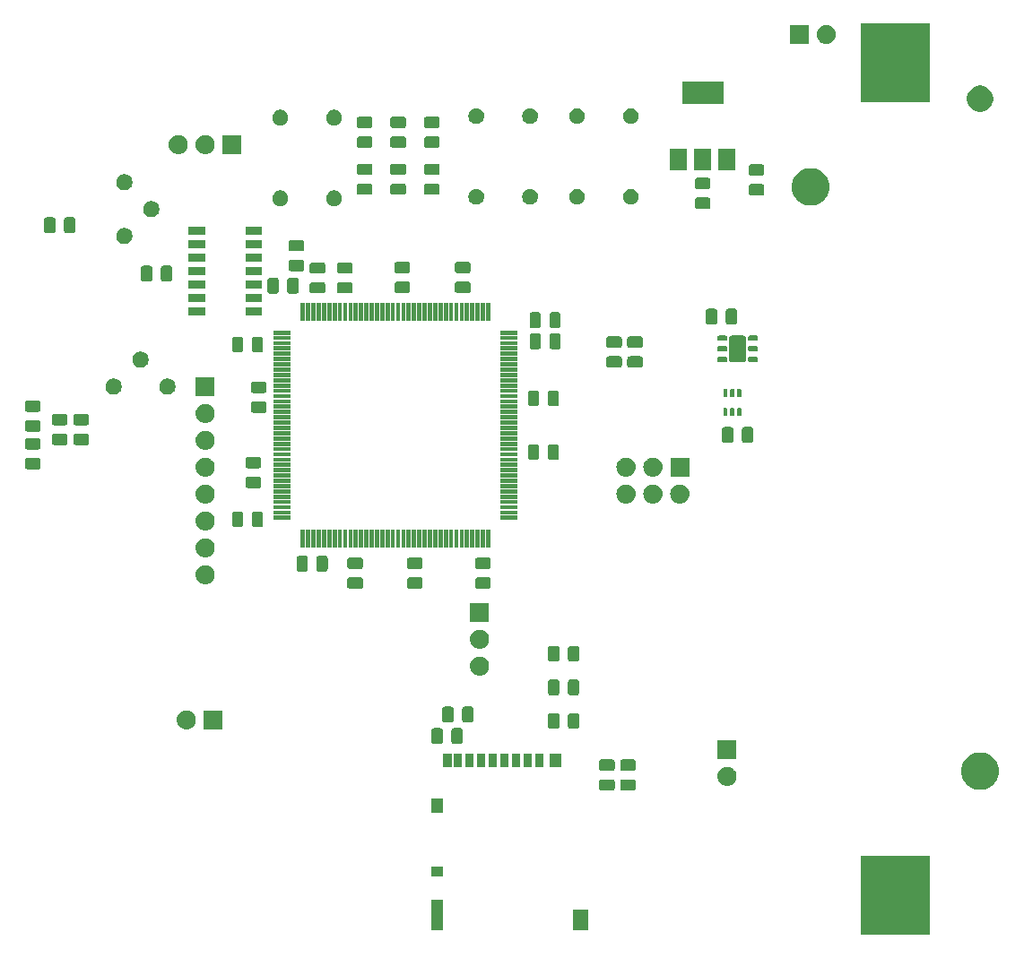
<source format=gbr>
G04 #@! TF.GenerationSoftware,KiCad,Pcbnew,5.0.2+dfsg1-1~bpo9+1*
G04 #@! TF.CreationDate,2019-10-12T12:41:39-07:00*
G04 #@! TF.ProjectId,birdEar,62697264-4561-4722-9e6b-696361645f70,rev?*
G04 #@! TF.SameCoordinates,Original*
G04 #@! TF.FileFunction,Soldermask,Top*
G04 #@! TF.FilePolarity,Negative*
%FSLAX46Y46*%
G04 Gerber Fmt 4.6, Leading zero omitted, Abs format (unit mm)*
G04 Created by KiCad (PCBNEW 5.0.2+dfsg1-1~bpo9+1) date Sat 12 Oct 2019 12:41:39 PM PDT*
%MOMM*%
%LPD*%
G01*
G04 APERTURE LIST*
%ADD10C,0.100000*%
G04 APERTURE END LIST*
D10*
G36*
X153755000Y-166090000D02*
X147305000Y-166090000D01*
X147305000Y-158650000D01*
X153755000Y-158650000D01*
X153755000Y-166090000D01*
X153755000Y-166090000D01*
G37*
G36*
X121500000Y-165705000D02*
X120100000Y-165705000D01*
X120100000Y-163705000D01*
X121500000Y-163705000D01*
X121500000Y-165705000D01*
X121500000Y-165705000D01*
G37*
G36*
X107850000Y-165705000D02*
X106750000Y-165705000D01*
X106750000Y-162805000D01*
X107850000Y-162805000D01*
X107850000Y-165705000D01*
X107850000Y-165705000D01*
G37*
G36*
X107850000Y-160555000D02*
X106750000Y-160555000D01*
X106750000Y-159655000D01*
X107850000Y-159655000D01*
X107850000Y-160555000D01*
X107850000Y-160555000D01*
G37*
G36*
X107850000Y-154555000D02*
X106750000Y-154555000D01*
X106750000Y-153255000D01*
X107850000Y-153255000D01*
X107850000Y-154555000D01*
X107850000Y-154555000D01*
G37*
G36*
X123831722Y-151413043D02*
X123879764Y-151427616D01*
X123924048Y-151451287D01*
X123962861Y-151483139D01*
X123994713Y-151521952D01*
X124018384Y-151566236D01*
X124032957Y-151614278D01*
X124038000Y-151665482D01*
X124038000Y-152225518D01*
X124032957Y-152276722D01*
X124018384Y-152324764D01*
X123994713Y-152369048D01*
X123962861Y-152407861D01*
X123924048Y-152439713D01*
X123879764Y-152463384D01*
X123831722Y-152477957D01*
X123780518Y-152483000D01*
X122795482Y-152483000D01*
X122744278Y-152477957D01*
X122696236Y-152463384D01*
X122651952Y-152439713D01*
X122613139Y-152407861D01*
X122581287Y-152369048D01*
X122557616Y-152324764D01*
X122543043Y-152276722D01*
X122538000Y-152225518D01*
X122538000Y-151665482D01*
X122543043Y-151614278D01*
X122557616Y-151566236D01*
X122581287Y-151521952D01*
X122613139Y-151483139D01*
X122651952Y-151451287D01*
X122696236Y-151427616D01*
X122744278Y-151413043D01*
X122795482Y-151408000D01*
X123780518Y-151408000D01*
X123831722Y-151413043D01*
X123831722Y-151413043D01*
G37*
G36*
X125831722Y-151413043D02*
X125879764Y-151427616D01*
X125924048Y-151451287D01*
X125962861Y-151483139D01*
X125994713Y-151521952D01*
X126018384Y-151566236D01*
X126032957Y-151614278D01*
X126038000Y-151665482D01*
X126038000Y-152225518D01*
X126032957Y-152276722D01*
X126018384Y-152324764D01*
X125994713Y-152369048D01*
X125962861Y-152407861D01*
X125924048Y-152439713D01*
X125879764Y-152463384D01*
X125831722Y-152477957D01*
X125780518Y-152483000D01*
X124795482Y-152483000D01*
X124744278Y-152477957D01*
X124696236Y-152463384D01*
X124651952Y-152439713D01*
X124613139Y-152407861D01*
X124581287Y-152369048D01*
X124557616Y-152324764D01*
X124543043Y-152276722D01*
X124538000Y-152225518D01*
X124538000Y-151665482D01*
X124543043Y-151614278D01*
X124557616Y-151566236D01*
X124581287Y-151521952D01*
X124613139Y-151483139D01*
X124651952Y-151451287D01*
X124696236Y-151427616D01*
X124744278Y-151413043D01*
X124795482Y-151408000D01*
X125780518Y-151408000D01*
X125831722Y-151413043D01*
X125831722Y-151413043D01*
G37*
G36*
X158876285Y-148899106D02*
X159047750Y-148933213D01*
X159370778Y-149067015D01*
X159661495Y-149261267D01*
X159908733Y-149508505D01*
X160102985Y-149799222D01*
X160236787Y-150122250D01*
X160236787Y-150122252D01*
X160300409Y-150442096D01*
X160305000Y-150465180D01*
X160305000Y-150814820D01*
X160236787Y-151157750D01*
X160102985Y-151480778D01*
X159908733Y-151771495D01*
X159661495Y-152018733D01*
X159370778Y-152212985D01*
X159047750Y-152346787D01*
X158935836Y-152369048D01*
X158704822Y-152415000D01*
X158355178Y-152415000D01*
X158124164Y-152369048D01*
X158012250Y-152346787D01*
X157689222Y-152212985D01*
X157398505Y-152018733D01*
X157151267Y-151771495D01*
X156957015Y-151480778D01*
X156823213Y-151157750D01*
X156755000Y-150814820D01*
X156755000Y-150465180D01*
X156759592Y-150442096D01*
X156823213Y-150122252D01*
X156823213Y-150122250D01*
X156957015Y-149799222D01*
X157151267Y-149508505D01*
X157398505Y-149261267D01*
X157689222Y-149067015D01*
X158012250Y-148933213D01*
X158183715Y-148899106D01*
X158355178Y-148865000D01*
X158704822Y-148865000D01*
X158876285Y-148899106D01*
X158876285Y-148899106D01*
G37*
G36*
X134796431Y-150243023D02*
X134966081Y-150294486D01*
X134966084Y-150294487D01*
X135049829Y-150339250D01*
X135122432Y-150378057D01*
X135259475Y-150490525D01*
X135339786Y-150588384D01*
X135371942Y-150627567D01*
X135455513Y-150783916D01*
X135455514Y-150783919D01*
X135506977Y-150953569D01*
X135524354Y-151130000D01*
X135506977Y-151306431D01*
X135455514Y-151476081D01*
X135455513Y-151476084D01*
X135430996Y-151521952D01*
X135371943Y-151632432D01*
X135259475Y-151769475D01*
X135122432Y-151881943D01*
X135054353Y-151918332D01*
X134966084Y-151965513D01*
X134966081Y-151965514D01*
X134796431Y-152016977D01*
X134664207Y-152030000D01*
X134575793Y-152030000D01*
X134443569Y-152016977D01*
X134273919Y-151965514D01*
X134273916Y-151965513D01*
X134185647Y-151918332D01*
X134117568Y-151881943D01*
X133980525Y-151769475D01*
X133868057Y-151632432D01*
X133809004Y-151521952D01*
X133784487Y-151476084D01*
X133784486Y-151476081D01*
X133733023Y-151306431D01*
X133715646Y-151130000D01*
X133733023Y-150953569D01*
X133784486Y-150783919D01*
X133784487Y-150783916D01*
X133868058Y-150627567D01*
X133900215Y-150588384D01*
X133980525Y-150490525D01*
X134117568Y-150378057D01*
X134190171Y-150339250D01*
X134273916Y-150294487D01*
X134273919Y-150294486D01*
X134443569Y-150243023D01*
X134575793Y-150230000D01*
X134664207Y-150230000D01*
X134796431Y-150243023D01*
X134796431Y-150243023D01*
G37*
G36*
X125831722Y-149538043D02*
X125879764Y-149552616D01*
X125924048Y-149576287D01*
X125962861Y-149608139D01*
X125994713Y-149646952D01*
X126018384Y-149691236D01*
X126032957Y-149739278D01*
X126038000Y-149790482D01*
X126038000Y-150350518D01*
X126032957Y-150401722D01*
X126018384Y-150449764D01*
X125994713Y-150494048D01*
X125962861Y-150532861D01*
X125924048Y-150564713D01*
X125879764Y-150588384D01*
X125831722Y-150602957D01*
X125780518Y-150608000D01*
X124795482Y-150608000D01*
X124744278Y-150602957D01*
X124696236Y-150588384D01*
X124651952Y-150564713D01*
X124613139Y-150532861D01*
X124581287Y-150494048D01*
X124557616Y-150449764D01*
X124543043Y-150401722D01*
X124538000Y-150350518D01*
X124538000Y-149790482D01*
X124543043Y-149739278D01*
X124557616Y-149691236D01*
X124581287Y-149646952D01*
X124613139Y-149608139D01*
X124651952Y-149576287D01*
X124696236Y-149552616D01*
X124744278Y-149538043D01*
X124795482Y-149533000D01*
X125780518Y-149533000D01*
X125831722Y-149538043D01*
X125831722Y-149538043D01*
G37*
G36*
X123831722Y-149538043D02*
X123879764Y-149552616D01*
X123924048Y-149576287D01*
X123962861Y-149608139D01*
X123994713Y-149646952D01*
X124018384Y-149691236D01*
X124032957Y-149739278D01*
X124038000Y-149790482D01*
X124038000Y-150350518D01*
X124032957Y-150401722D01*
X124018384Y-150449764D01*
X123994713Y-150494048D01*
X123962861Y-150532861D01*
X123924048Y-150564713D01*
X123879764Y-150588384D01*
X123831722Y-150602957D01*
X123780518Y-150608000D01*
X122795482Y-150608000D01*
X122744278Y-150602957D01*
X122696236Y-150588384D01*
X122651952Y-150564713D01*
X122613139Y-150532861D01*
X122581287Y-150494048D01*
X122557616Y-150449764D01*
X122543043Y-150401722D01*
X122538000Y-150350518D01*
X122538000Y-149790482D01*
X122543043Y-149739278D01*
X122557616Y-149691236D01*
X122581287Y-149646952D01*
X122613139Y-149608139D01*
X122651952Y-149576287D01*
X122696236Y-149552616D01*
X122744278Y-149538043D01*
X122795482Y-149533000D01*
X123780518Y-149533000D01*
X123831722Y-149538043D01*
X123831722Y-149538043D01*
G37*
G36*
X117300000Y-150255000D02*
X116500000Y-150255000D01*
X116500000Y-148955000D01*
X117300000Y-148955000D01*
X117300000Y-150255000D01*
X117300000Y-150255000D01*
G37*
G36*
X109600000Y-150255000D02*
X108800000Y-150255000D01*
X108800000Y-148955000D01*
X109600000Y-148955000D01*
X109600000Y-150255000D01*
X109600000Y-150255000D01*
G37*
G36*
X116200000Y-150255000D02*
X115400000Y-150255000D01*
X115400000Y-148955000D01*
X116200000Y-148955000D01*
X116200000Y-150255000D01*
X116200000Y-150255000D01*
G37*
G36*
X115100000Y-150255000D02*
X114300000Y-150255000D01*
X114300000Y-148955000D01*
X115100000Y-148955000D01*
X115100000Y-150255000D01*
X115100000Y-150255000D01*
G37*
G36*
X114000000Y-150255000D02*
X113200000Y-150255000D01*
X113200000Y-148955000D01*
X114000000Y-148955000D01*
X114000000Y-150255000D01*
X114000000Y-150255000D01*
G37*
G36*
X111800000Y-150255000D02*
X111000000Y-150255000D01*
X111000000Y-148955000D01*
X111800000Y-148955000D01*
X111800000Y-150255000D01*
X111800000Y-150255000D01*
G37*
G36*
X108650000Y-150255000D02*
X107850000Y-150255000D01*
X107850000Y-148955000D01*
X108650000Y-148955000D01*
X108650000Y-150255000D01*
X108650000Y-150255000D01*
G37*
G36*
X110700000Y-150255000D02*
X109900000Y-150255000D01*
X109900000Y-148955000D01*
X110700000Y-148955000D01*
X110700000Y-150255000D01*
X110700000Y-150255000D01*
G37*
G36*
X119000000Y-150255000D02*
X117900000Y-150255000D01*
X117900000Y-148955000D01*
X119000000Y-148955000D01*
X119000000Y-150255000D01*
X119000000Y-150255000D01*
G37*
G36*
X112900000Y-150255000D02*
X112100000Y-150255000D01*
X112100000Y-148955000D01*
X112900000Y-148955000D01*
X112900000Y-150255000D01*
X112900000Y-150255000D01*
G37*
G36*
X135520000Y-149490000D02*
X133720000Y-149490000D01*
X133720000Y-147690000D01*
X135520000Y-147690000D01*
X135520000Y-149490000D01*
X135520000Y-149490000D01*
G37*
G36*
X109472722Y-146575043D02*
X109520764Y-146589616D01*
X109565048Y-146613287D01*
X109603861Y-146645139D01*
X109635713Y-146683952D01*
X109659384Y-146728236D01*
X109673957Y-146776278D01*
X109679000Y-146827482D01*
X109679000Y-147812518D01*
X109673957Y-147863722D01*
X109659384Y-147911764D01*
X109635713Y-147956048D01*
X109603861Y-147994861D01*
X109565048Y-148026713D01*
X109520764Y-148050384D01*
X109472722Y-148064957D01*
X109421518Y-148070000D01*
X108861482Y-148070000D01*
X108810278Y-148064957D01*
X108762236Y-148050384D01*
X108717952Y-148026713D01*
X108679139Y-147994861D01*
X108647287Y-147956048D01*
X108623616Y-147911764D01*
X108609043Y-147863722D01*
X108604000Y-147812518D01*
X108604000Y-146827482D01*
X108609043Y-146776278D01*
X108623616Y-146728236D01*
X108647287Y-146683952D01*
X108679139Y-146645139D01*
X108717952Y-146613287D01*
X108762236Y-146589616D01*
X108810278Y-146575043D01*
X108861482Y-146570000D01*
X109421518Y-146570000D01*
X109472722Y-146575043D01*
X109472722Y-146575043D01*
G37*
G36*
X107597722Y-146575043D02*
X107645764Y-146589616D01*
X107690048Y-146613287D01*
X107728861Y-146645139D01*
X107760713Y-146683952D01*
X107784384Y-146728236D01*
X107798957Y-146776278D01*
X107804000Y-146827482D01*
X107804000Y-147812518D01*
X107798957Y-147863722D01*
X107784384Y-147911764D01*
X107760713Y-147956048D01*
X107728861Y-147994861D01*
X107690048Y-148026713D01*
X107645764Y-148050384D01*
X107597722Y-148064957D01*
X107546518Y-148070000D01*
X106986482Y-148070000D01*
X106935278Y-148064957D01*
X106887236Y-148050384D01*
X106842952Y-148026713D01*
X106804139Y-147994861D01*
X106772287Y-147956048D01*
X106748616Y-147911764D01*
X106734043Y-147863722D01*
X106729000Y-147812518D01*
X106729000Y-146827482D01*
X106734043Y-146776278D01*
X106748616Y-146728236D01*
X106772287Y-146683952D01*
X106804139Y-146645139D01*
X106842952Y-146613287D01*
X106887236Y-146589616D01*
X106935278Y-146575043D01*
X106986482Y-146570000D01*
X107546518Y-146570000D01*
X107597722Y-146575043D01*
X107597722Y-146575043D01*
G37*
G36*
X83742431Y-144909023D02*
X83912081Y-144960486D01*
X83912084Y-144960487D01*
X84000353Y-145007668D01*
X84068432Y-145044057D01*
X84205475Y-145156525D01*
X84317943Y-145293568D01*
X84351462Y-145356278D01*
X84401513Y-145449916D01*
X84401514Y-145449919D01*
X84452977Y-145619569D01*
X84470354Y-145796000D01*
X84452977Y-145972431D01*
X84401514Y-146142081D01*
X84401513Y-146142084D01*
X84354332Y-146230353D01*
X84317943Y-146298432D01*
X84205475Y-146435475D01*
X84068432Y-146547943D01*
X84027166Y-146570000D01*
X83912084Y-146631513D01*
X83912081Y-146631514D01*
X83742431Y-146682977D01*
X83610207Y-146696000D01*
X83521793Y-146696000D01*
X83389569Y-146682977D01*
X83219919Y-146631514D01*
X83219916Y-146631513D01*
X83104834Y-146570000D01*
X83063568Y-146547943D01*
X82926525Y-146435475D01*
X82814057Y-146298432D01*
X82777668Y-146230353D01*
X82730487Y-146142084D01*
X82730486Y-146142081D01*
X82679023Y-145972431D01*
X82661646Y-145796000D01*
X82679023Y-145619569D01*
X82730486Y-145449919D01*
X82730487Y-145449916D01*
X82780538Y-145356278D01*
X82814057Y-145293568D01*
X82926525Y-145156525D01*
X83063568Y-145044057D01*
X83131647Y-145007668D01*
X83219916Y-144960487D01*
X83219919Y-144960486D01*
X83389569Y-144909023D01*
X83521793Y-144896000D01*
X83610207Y-144896000D01*
X83742431Y-144909023D01*
X83742431Y-144909023D01*
G37*
G36*
X87006000Y-146696000D02*
X85206000Y-146696000D01*
X85206000Y-144896000D01*
X87006000Y-144896000D01*
X87006000Y-146696000D01*
X87006000Y-146696000D01*
G37*
G36*
X120473722Y-145155043D02*
X120521764Y-145169616D01*
X120566048Y-145193287D01*
X120604861Y-145225139D01*
X120636713Y-145263952D01*
X120660384Y-145308236D01*
X120674957Y-145356278D01*
X120680000Y-145407482D01*
X120680000Y-146392518D01*
X120674957Y-146443722D01*
X120660384Y-146491764D01*
X120636713Y-146536048D01*
X120604861Y-146574861D01*
X120566048Y-146606713D01*
X120521764Y-146630384D01*
X120473722Y-146644957D01*
X120422518Y-146650000D01*
X119862482Y-146650000D01*
X119811278Y-146644957D01*
X119763236Y-146630384D01*
X119718952Y-146606713D01*
X119680139Y-146574861D01*
X119648287Y-146536048D01*
X119624616Y-146491764D01*
X119610043Y-146443722D01*
X119605000Y-146392518D01*
X119605000Y-145407482D01*
X119610043Y-145356278D01*
X119624616Y-145308236D01*
X119648287Y-145263952D01*
X119680139Y-145225139D01*
X119718952Y-145193287D01*
X119763236Y-145169616D01*
X119811278Y-145155043D01*
X119862482Y-145150000D01*
X120422518Y-145150000D01*
X120473722Y-145155043D01*
X120473722Y-145155043D01*
G37*
G36*
X118598722Y-145155043D02*
X118646764Y-145169616D01*
X118691048Y-145193287D01*
X118729861Y-145225139D01*
X118761713Y-145263952D01*
X118785384Y-145308236D01*
X118799957Y-145356278D01*
X118805000Y-145407482D01*
X118805000Y-146392518D01*
X118799957Y-146443722D01*
X118785384Y-146491764D01*
X118761713Y-146536048D01*
X118729861Y-146574861D01*
X118691048Y-146606713D01*
X118646764Y-146630384D01*
X118598722Y-146644957D01*
X118547518Y-146650000D01*
X117987482Y-146650000D01*
X117936278Y-146644957D01*
X117888236Y-146630384D01*
X117843952Y-146606713D01*
X117805139Y-146574861D01*
X117773287Y-146536048D01*
X117749616Y-146491764D01*
X117735043Y-146443722D01*
X117730000Y-146392518D01*
X117730000Y-145407482D01*
X117735043Y-145356278D01*
X117749616Y-145308236D01*
X117773287Y-145263952D01*
X117805139Y-145225139D01*
X117843952Y-145193287D01*
X117888236Y-145169616D01*
X117936278Y-145155043D01*
X117987482Y-145150000D01*
X118547518Y-145150000D01*
X118598722Y-145155043D01*
X118598722Y-145155043D01*
G37*
G36*
X110488722Y-144543043D02*
X110536764Y-144557616D01*
X110581048Y-144581287D01*
X110619861Y-144613139D01*
X110651713Y-144651952D01*
X110675384Y-144696236D01*
X110689957Y-144744278D01*
X110695000Y-144795482D01*
X110695000Y-145780518D01*
X110689957Y-145831722D01*
X110675384Y-145879764D01*
X110651713Y-145924048D01*
X110619861Y-145962861D01*
X110581048Y-145994713D01*
X110536764Y-146018384D01*
X110488722Y-146032957D01*
X110437518Y-146038000D01*
X109877482Y-146038000D01*
X109826278Y-146032957D01*
X109778236Y-146018384D01*
X109733952Y-145994713D01*
X109695139Y-145962861D01*
X109663287Y-145924048D01*
X109639616Y-145879764D01*
X109625043Y-145831722D01*
X109620000Y-145780518D01*
X109620000Y-144795482D01*
X109625043Y-144744278D01*
X109639616Y-144696236D01*
X109663287Y-144651952D01*
X109695139Y-144613139D01*
X109733952Y-144581287D01*
X109778236Y-144557616D01*
X109826278Y-144543043D01*
X109877482Y-144538000D01*
X110437518Y-144538000D01*
X110488722Y-144543043D01*
X110488722Y-144543043D01*
G37*
G36*
X108613722Y-144543043D02*
X108661764Y-144557616D01*
X108706048Y-144581287D01*
X108744861Y-144613139D01*
X108776713Y-144651952D01*
X108800384Y-144696236D01*
X108814957Y-144744278D01*
X108820000Y-144795482D01*
X108820000Y-145780518D01*
X108814957Y-145831722D01*
X108800384Y-145879764D01*
X108776713Y-145924048D01*
X108744861Y-145962861D01*
X108706048Y-145994713D01*
X108661764Y-146018384D01*
X108613722Y-146032957D01*
X108562518Y-146038000D01*
X108002482Y-146038000D01*
X107951278Y-146032957D01*
X107903236Y-146018384D01*
X107858952Y-145994713D01*
X107820139Y-145962861D01*
X107788287Y-145924048D01*
X107764616Y-145879764D01*
X107750043Y-145831722D01*
X107745000Y-145780518D01*
X107745000Y-144795482D01*
X107750043Y-144744278D01*
X107764616Y-144696236D01*
X107788287Y-144651952D01*
X107820139Y-144613139D01*
X107858952Y-144581287D01*
X107903236Y-144557616D01*
X107951278Y-144543043D01*
X108002482Y-144538000D01*
X108562518Y-144538000D01*
X108613722Y-144543043D01*
X108613722Y-144543043D01*
G37*
G36*
X120473722Y-141980043D02*
X120521764Y-141994616D01*
X120566048Y-142018287D01*
X120604861Y-142050139D01*
X120636713Y-142088952D01*
X120660384Y-142133236D01*
X120674957Y-142181278D01*
X120680000Y-142232482D01*
X120680000Y-143217518D01*
X120674957Y-143268722D01*
X120660384Y-143316764D01*
X120636713Y-143361048D01*
X120604861Y-143399861D01*
X120566048Y-143431713D01*
X120521764Y-143455384D01*
X120473722Y-143469957D01*
X120422518Y-143475000D01*
X119862482Y-143475000D01*
X119811278Y-143469957D01*
X119763236Y-143455384D01*
X119718952Y-143431713D01*
X119680139Y-143399861D01*
X119648287Y-143361048D01*
X119624616Y-143316764D01*
X119610043Y-143268722D01*
X119605000Y-143217518D01*
X119605000Y-142232482D01*
X119610043Y-142181278D01*
X119624616Y-142133236D01*
X119648287Y-142088952D01*
X119680139Y-142050139D01*
X119718952Y-142018287D01*
X119763236Y-141994616D01*
X119811278Y-141980043D01*
X119862482Y-141975000D01*
X120422518Y-141975000D01*
X120473722Y-141980043D01*
X120473722Y-141980043D01*
G37*
G36*
X118598722Y-141980043D02*
X118646764Y-141994616D01*
X118691048Y-142018287D01*
X118729861Y-142050139D01*
X118761713Y-142088952D01*
X118785384Y-142133236D01*
X118799957Y-142181278D01*
X118805000Y-142232482D01*
X118805000Y-143217518D01*
X118799957Y-143268722D01*
X118785384Y-143316764D01*
X118761713Y-143361048D01*
X118729861Y-143399861D01*
X118691048Y-143431713D01*
X118646764Y-143455384D01*
X118598722Y-143469957D01*
X118547518Y-143475000D01*
X117987482Y-143475000D01*
X117936278Y-143469957D01*
X117888236Y-143455384D01*
X117843952Y-143431713D01*
X117805139Y-143399861D01*
X117773287Y-143361048D01*
X117749616Y-143316764D01*
X117735043Y-143268722D01*
X117730000Y-143217518D01*
X117730000Y-142232482D01*
X117735043Y-142181278D01*
X117749616Y-142133236D01*
X117773287Y-142088952D01*
X117805139Y-142050139D01*
X117843952Y-142018287D01*
X117888236Y-141994616D01*
X117936278Y-141980043D01*
X117987482Y-141975000D01*
X118547518Y-141975000D01*
X118598722Y-141980043D01*
X118598722Y-141980043D01*
G37*
G36*
X111428431Y-139829023D02*
X111598081Y-139880486D01*
X111598084Y-139880487D01*
X111686353Y-139927668D01*
X111754432Y-139964057D01*
X111891475Y-140076525D01*
X112003943Y-140213568D01*
X112009979Y-140224861D01*
X112087513Y-140369916D01*
X112087514Y-140369919D01*
X112138977Y-140539569D01*
X112156354Y-140716000D01*
X112138977Y-140892431D01*
X112087514Y-141062081D01*
X112087513Y-141062084D01*
X112040332Y-141150353D01*
X112003943Y-141218432D01*
X111891475Y-141355475D01*
X111754432Y-141467943D01*
X111686353Y-141504332D01*
X111598084Y-141551513D01*
X111598081Y-141551514D01*
X111428431Y-141602977D01*
X111296207Y-141616000D01*
X111207793Y-141616000D01*
X111075569Y-141602977D01*
X110905919Y-141551514D01*
X110905916Y-141551513D01*
X110817647Y-141504332D01*
X110749568Y-141467943D01*
X110612525Y-141355475D01*
X110500057Y-141218432D01*
X110463668Y-141150353D01*
X110416487Y-141062084D01*
X110416486Y-141062081D01*
X110365023Y-140892431D01*
X110347646Y-140716000D01*
X110365023Y-140539569D01*
X110416486Y-140369919D01*
X110416487Y-140369916D01*
X110494021Y-140224861D01*
X110500057Y-140213568D01*
X110612525Y-140076525D01*
X110749568Y-139964057D01*
X110817647Y-139927668D01*
X110905916Y-139880487D01*
X110905919Y-139880486D01*
X111075569Y-139829023D01*
X111207793Y-139816000D01*
X111296207Y-139816000D01*
X111428431Y-139829023D01*
X111428431Y-139829023D01*
G37*
G36*
X118598722Y-138805043D02*
X118646764Y-138819616D01*
X118691048Y-138843287D01*
X118729861Y-138875139D01*
X118761713Y-138913952D01*
X118785384Y-138958236D01*
X118799957Y-139006278D01*
X118805000Y-139057482D01*
X118805000Y-140042518D01*
X118799957Y-140093722D01*
X118785384Y-140141764D01*
X118761713Y-140186048D01*
X118729861Y-140224861D01*
X118691048Y-140256713D01*
X118646764Y-140280384D01*
X118598722Y-140294957D01*
X118547518Y-140300000D01*
X117987482Y-140300000D01*
X117936278Y-140294957D01*
X117888236Y-140280384D01*
X117843952Y-140256713D01*
X117805139Y-140224861D01*
X117773287Y-140186048D01*
X117749616Y-140141764D01*
X117735043Y-140093722D01*
X117730000Y-140042518D01*
X117730000Y-139057482D01*
X117735043Y-139006278D01*
X117749616Y-138958236D01*
X117773287Y-138913952D01*
X117805139Y-138875139D01*
X117843952Y-138843287D01*
X117888236Y-138819616D01*
X117936278Y-138805043D01*
X117987482Y-138800000D01*
X118547518Y-138800000D01*
X118598722Y-138805043D01*
X118598722Y-138805043D01*
G37*
G36*
X120473722Y-138805043D02*
X120521764Y-138819616D01*
X120566048Y-138843287D01*
X120604861Y-138875139D01*
X120636713Y-138913952D01*
X120660384Y-138958236D01*
X120674957Y-139006278D01*
X120680000Y-139057482D01*
X120680000Y-140042518D01*
X120674957Y-140093722D01*
X120660384Y-140141764D01*
X120636713Y-140186048D01*
X120604861Y-140224861D01*
X120566048Y-140256713D01*
X120521764Y-140280384D01*
X120473722Y-140294957D01*
X120422518Y-140300000D01*
X119862482Y-140300000D01*
X119811278Y-140294957D01*
X119763236Y-140280384D01*
X119718952Y-140256713D01*
X119680139Y-140224861D01*
X119648287Y-140186048D01*
X119624616Y-140141764D01*
X119610043Y-140093722D01*
X119605000Y-140042518D01*
X119605000Y-139057482D01*
X119610043Y-139006278D01*
X119624616Y-138958236D01*
X119648287Y-138913952D01*
X119680139Y-138875139D01*
X119718952Y-138843287D01*
X119763236Y-138819616D01*
X119811278Y-138805043D01*
X119862482Y-138800000D01*
X120422518Y-138800000D01*
X120473722Y-138805043D01*
X120473722Y-138805043D01*
G37*
G36*
X111428431Y-137289023D02*
X111598081Y-137340486D01*
X111598084Y-137340487D01*
X111686353Y-137387668D01*
X111754432Y-137424057D01*
X111754434Y-137424058D01*
X111754433Y-137424058D01*
X111891475Y-137536525D01*
X112003942Y-137673567D01*
X112087513Y-137829916D01*
X112087514Y-137829919D01*
X112138977Y-137999569D01*
X112156354Y-138176000D01*
X112138977Y-138352431D01*
X112087514Y-138522081D01*
X112087513Y-138522084D01*
X112040332Y-138610353D01*
X112003943Y-138678432D01*
X111891475Y-138815475D01*
X111754432Y-138927943D01*
X111686353Y-138964332D01*
X111598084Y-139011513D01*
X111598081Y-139011514D01*
X111428431Y-139062977D01*
X111296207Y-139076000D01*
X111207793Y-139076000D01*
X111075569Y-139062977D01*
X110905919Y-139011514D01*
X110905916Y-139011513D01*
X110817647Y-138964332D01*
X110749568Y-138927943D01*
X110612525Y-138815475D01*
X110500057Y-138678432D01*
X110463668Y-138610353D01*
X110416487Y-138522084D01*
X110416486Y-138522081D01*
X110365023Y-138352431D01*
X110347646Y-138176000D01*
X110365023Y-137999569D01*
X110416486Y-137829919D01*
X110416487Y-137829916D01*
X110500058Y-137673567D01*
X110612525Y-137536525D01*
X110749567Y-137424058D01*
X110749566Y-137424058D01*
X110749568Y-137424057D01*
X110817647Y-137387668D01*
X110905916Y-137340487D01*
X110905919Y-137340486D01*
X111075569Y-137289023D01*
X111207793Y-137276000D01*
X111296207Y-137276000D01*
X111428431Y-137289023D01*
X111428431Y-137289023D01*
G37*
G36*
X112152000Y-136536000D02*
X110352000Y-136536000D01*
X110352000Y-134736000D01*
X112152000Y-134736000D01*
X112152000Y-136536000D01*
X112152000Y-136536000D01*
G37*
G36*
X100063722Y-132335043D02*
X100111764Y-132349616D01*
X100156048Y-132373287D01*
X100194861Y-132405139D01*
X100226713Y-132443952D01*
X100250384Y-132488236D01*
X100264957Y-132536278D01*
X100270000Y-132587482D01*
X100270000Y-133147518D01*
X100264957Y-133198722D01*
X100250384Y-133246764D01*
X100226713Y-133291048D01*
X100194861Y-133329861D01*
X100156048Y-133361713D01*
X100111764Y-133385384D01*
X100063722Y-133399957D01*
X100012518Y-133405000D01*
X99027482Y-133405000D01*
X98976278Y-133399957D01*
X98928236Y-133385384D01*
X98883952Y-133361713D01*
X98845139Y-133329861D01*
X98813287Y-133291048D01*
X98789616Y-133246764D01*
X98775043Y-133198722D01*
X98770000Y-133147518D01*
X98770000Y-132587482D01*
X98775043Y-132536278D01*
X98789616Y-132488236D01*
X98813287Y-132443952D01*
X98845139Y-132405139D01*
X98883952Y-132373287D01*
X98928236Y-132349616D01*
X98976278Y-132335043D01*
X99027482Y-132330000D01*
X100012518Y-132330000D01*
X100063722Y-132335043D01*
X100063722Y-132335043D01*
G37*
G36*
X105699722Y-132335043D02*
X105747764Y-132349616D01*
X105792048Y-132373287D01*
X105830861Y-132405139D01*
X105862713Y-132443952D01*
X105886384Y-132488236D01*
X105900957Y-132536278D01*
X105906000Y-132587482D01*
X105906000Y-133147518D01*
X105900957Y-133198722D01*
X105886384Y-133246764D01*
X105862713Y-133291048D01*
X105830861Y-133329861D01*
X105792048Y-133361713D01*
X105747764Y-133385384D01*
X105699722Y-133399957D01*
X105648518Y-133405000D01*
X104663482Y-133405000D01*
X104612278Y-133399957D01*
X104564236Y-133385384D01*
X104519952Y-133361713D01*
X104481139Y-133329861D01*
X104449287Y-133291048D01*
X104425616Y-133246764D01*
X104411043Y-133198722D01*
X104406000Y-133147518D01*
X104406000Y-132587482D01*
X104411043Y-132536278D01*
X104425616Y-132488236D01*
X104449287Y-132443952D01*
X104481139Y-132405139D01*
X104519952Y-132373287D01*
X104564236Y-132349616D01*
X104612278Y-132335043D01*
X104663482Y-132330000D01*
X105648518Y-132330000D01*
X105699722Y-132335043D01*
X105699722Y-132335043D01*
G37*
G36*
X112128722Y-132335043D02*
X112176764Y-132349616D01*
X112221048Y-132373287D01*
X112259861Y-132405139D01*
X112291713Y-132443952D01*
X112315384Y-132488236D01*
X112329957Y-132536278D01*
X112335000Y-132587482D01*
X112335000Y-133147518D01*
X112329957Y-133198722D01*
X112315384Y-133246764D01*
X112291713Y-133291048D01*
X112259861Y-133329861D01*
X112221048Y-133361713D01*
X112176764Y-133385384D01*
X112128722Y-133399957D01*
X112077518Y-133405000D01*
X111092482Y-133405000D01*
X111041278Y-133399957D01*
X110993236Y-133385384D01*
X110948952Y-133361713D01*
X110910139Y-133329861D01*
X110878287Y-133291048D01*
X110854616Y-133246764D01*
X110840043Y-133198722D01*
X110835000Y-133147518D01*
X110835000Y-132587482D01*
X110840043Y-132536278D01*
X110854616Y-132488236D01*
X110878287Y-132443952D01*
X110910139Y-132405139D01*
X110948952Y-132373287D01*
X110993236Y-132349616D01*
X111041278Y-132335043D01*
X111092482Y-132330000D01*
X112077518Y-132330000D01*
X112128722Y-132335043D01*
X112128722Y-132335043D01*
G37*
G36*
X85520431Y-131193023D02*
X85690081Y-131244486D01*
X85690084Y-131244487D01*
X85778353Y-131291668D01*
X85846432Y-131328057D01*
X85983475Y-131440525D01*
X86095943Y-131577568D01*
X86124911Y-131631764D01*
X86179513Y-131733916D01*
X86179514Y-131733919D01*
X86230977Y-131903569D01*
X86248354Y-132080000D01*
X86230977Y-132256431D01*
X86202454Y-132350457D01*
X86179513Y-132426084D01*
X86146292Y-132488236D01*
X86095943Y-132582432D01*
X85983475Y-132719475D01*
X85846432Y-132831943D01*
X85778353Y-132868332D01*
X85690084Y-132915513D01*
X85690081Y-132915514D01*
X85520431Y-132966977D01*
X85388207Y-132980000D01*
X85299793Y-132980000D01*
X85167569Y-132966977D01*
X84997919Y-132915514D01*
X84997916Y-132915513D01*
X84909647Y-132868332D01*
X84841568Y-132831943D01*
X84704525Y-132719475D01*
X84592057Y-132582432D01*
X84541708Y-132488236D01*
X84508487Y-132426084D01*
X84485546Y-132350457D01*
X84457023Y-132256431D01*
X84439646Y-132080000D01*
X84457023Y-131903569D01*
X84508486Y-131733919D01*
X84508487Y-131733916D01*
X84563089Y-131631764D01*
X84592057Y-131577568D01*
X84704525Y-131440525D01*
X84841568Y-131328057D01*
X84909647Y-131291668D01*
X84997916Y-131244487D01*
X84997919Y-131244486D01*
X85167569Y-131193023D01*
X85299793Y-131180000D01*
X85388207Y-131180000D01*
X85520431Y-131193023D01*
X85520431Y-131193023D01*
G37*
G36*
X94853722Y-130295043D02*
X94901764Y-130309616D01*
X94946048Y-130333287D01*
X94984861Y-130365139D01*
X95016713Y-130403952D01*
X95040384Y-130448236D01*
X95054957Y-130496278D01*
X95060000Y-130547482D01*
X95060000Y-131532518D01*
X95054957Y-131583722D01*
X95040384Y-131631764D01*
X95016713Y-131676048D01*
X94984861Y-131714861D01*
X94946048Y-131746713D01*
X94901764Y-131770384D01*
X94853722Y-131784957D01*
X94802518Y-131790000D01*
X94242482Y-131790000D01*
X94191278Y-131784957D01*
X94143236Y-131770384D01*
X94098952Y-131746713D01*
X94060139Y-131714861D01*
X94028287Y-131676048D01*
X94004616Y-131631764D01*
X93990043Y-131583722D01*
X93985000Y-131532518D01*
X93985000Y-130547482D01*
X93990043Y-130496278D01*
X94004616Y-130448236D01*
X94028287Y-130403952D01*
X94060139Y-130365139D01*
X94098952Y-130333287D01*
X94143236Y-130309616D01*
X94191278Y-130295043D01*
X94242482Y-130290000D01*
X94802518Y-130290000D01*
X94853722Y-130295043D01*
X94853722Y-130295043D01*
G37*
G36*
X96728722Y-130295043D02*
X96776764Y-130309616D01*
X96821048Y-130333287D01*
X96859861Y-130365139D01*
X96891713Y-130403952D01*
X96915384Y-130448236D01*
X96929957Y-130496278D01*
X96935000Y-130547482D01*
X96935000Y-131532518D01*
X96929957Y-131583722D01*
X96915384Y-131631764D01*
X96891713Y-131676048D01*
X96859861Y-131714861D01*
X96821048Y-131746713D01*
X96776764Y-131770384D01*
X96728722Y-131784957D01*
X96677518Y-131790000D01*
X96117482Y-131790000D01*
X96066278Y-131784957D01*
X96018236Y-131770384D01*
X95973952Y-131746713D01*
X95935139Y-131714861D01*
X95903287Y-131676048D01*
X95879616Y-131631764D01*
X95865043Y-131583722D01*
X95860000Y-131532518D01*
X95860000Y-130547482D01*
X95865043Y-130496278D01*
X95879616Y-130448236D01*
X95903287Y-130403952D01*
X95935139Y-130365139D01*
X95973952Y-130333287D01*
X96018236Y-130309616D01*
X96066278Y-130295043D01*
X96117482Y-130290000D01*
X96677518Y-130290000D01*
X96728722Y-130295043D01*
X96728722Y-130295043D01*
G37*
G36*
X100063722Y-130460043D02*
X100111764Y-130474616D01*
X100156048Y-130498287D01*
X100194861Y-130530139D01*
X100226713Y-130568952D01*
X100250384Y-130613236D01*
X100264957Y-130661278D01*
X100270000Y-130712482D01*
X100270000Y-131272518D01*
X100264957Y-131323722D01*
X100250384Y-131371764D01*
X100226713Y-131416048D01*
X100194861Y-131454861D01*
X100156048Y-131486713D01*
X100111764Y-131510384D01*
X100063722Y-131524957D01*
X100012518Y-131530000D01*
X99027482Y-131530000D01*
X98976278Y-131524957D01*
X98928236Y-131510384D01*
X98883952Y-131486713D01*
X98845139Y-131454861D01*
X98813287Y-131416048D01*
X98789616Y-131371764D01*
X98775043Y-131323722D01*
X98770000Y-131272518D01*
X98770000Y-130712482D01*
X98775043Y-130661278D01*
X98789616Y-130613236D01*
X98813287Y-130568952D01*
X98845139Y-130530139D01*
X98883952Y-130498287D01*
X98928236Y-130474616D01*
X98976278Y-130460043D01*
X99027482Y-130455000D01*
X100012518Y-130455000D01*
X100063722Y-130460043D01*
X100063722Y-130460043D01*
G37*
G36*
X105699722Y-130460043D02*
X105747764Y-130474616D01*
X105792048Y-130498287D01*
X105830861Y-130530139D01*
X105862713Y-130568952D01*
X105886384Y-130613236D01*
X105900957Y-130661278D01*
X105906000Y-130712482D01*
X105906000Y-131272518D01*
X105900957Y-131323722D01*
X105886384Y-131371764D01*
X105862713Y-131416048D01*
X105830861Y-131454861D01*
X105792048Y-131486713D01*
X105747764Y-131510384D01*
X105699722Y-131524957D01*
X105648518Y-131530000D01*
X104663482Y-131530000D01*
X104612278Y-131524957D01*
X104564236Y-131510384D01*
X104519952Y-131486713D01*
X104481139Y-131454861D01*
X104449287Y-131416048D01*
X104425616Y-131371764D01*
X104411043Y-131323722D01*
X104406000Y-131272518D01*
X104406000Y-130712482D01*
X104411043Y-130661278D01*
X104425616Y-130613236D01*
X104449287Y-130568952D01*
X104481139Y-130530139D01*
X104519952Y-130498287D01*
X104564236Y-130474616D01*
X104612278Y-130460043D01*
X104663482Y-130455000D01*
X105648518Y-130455000D01*
X105699722Y-130460043D01*
X105699722Y-130460043D01*
G37*
G36*
X112128722Y-130460043D02*
X112176764Y-130474616D01*
X112221048Y-130498287D01*
X112259861Y-130530139D01*
X112291713Y-130568952D01*
X112315384Y-130613236D01*
X112329957Y-130661278D01*
X112335000Y-130712482D01*
X112335000Y-131272518D01*
X112329957Y-131323722D01*
X112315384Y-131371764D01*
X112291713Y-131416048D01*
X112259861Y-131454861D01*
X112221048Y-131486713D01*
X112176764Y-131510384D01*
X112128722Y-131524957D01*
X112077518Y-131530000D01*
X111092482Y-131530000D01*
X111041278Y-131524957D01*
X110993236Y-131510384D01*
X110948952Y-131486713D01*
X110910139Y-131454861D01*
X110878287Y-131416048D01*
X110854616Y-131371764D01*
X110840043Y-131323722D01*
X110835000Y-131272518D01*
X110835000Y-130712482D01*
X110840043Y-130661278D01*
X110854616Y-130613236D01*
X110878287Y-130568952D01*
X110910139Y-130530139D01*
X110948952Y-130498287D01*
X110993236Y-130474616D01*
X111041278Y-130460043D01*
X111092482Y-130455000D01*
X112077518Y-130455000D01*
X112128722Y-130460043D01*
X112128722Y-130460043D01*
G37*
G36*
X85520431Y-128653023D02*
X85690081Y-128704486D01*
X85690084Y-128704487D01*
X85778353Y-128751668D01*
X85846432Y-128788057D01*
X85846434Y-128788058D01*
X85846433Y-128788058D01*
X85983475Y-128900525D01*
X86095942Y-129037567D01*
X86179513Y-129193916D01*
X86179514Y-129193919D01*
X86230977Y-129363569D01*
X86248354Y-129540000D01*
X86230977Y-129716431D01*
X86179514Y-129886081D01*
X86179513Y-129886084D01*
X86132332Y-129974353D01*
X86095943Y-130042432D01*
X85983475Y-130179475D01*
X85846432Y-130291943D01*
X85778353Y-130328332D01*
X85690084Y-130375513D01*
X85690081Y-130375514D01*
X85520431Y-130426977D01*
X85388207Y-130440000D01*
X85299793Y-130440000D01*
X85167569Y-130426977D01*
X84997919Y-130375514D01*
X84997916Y-130375513D01*
X84909647Y-130328332D01*
X84841568Y-130291943D01*
X84704525Y-130179475D01*
X84592057Y-130042432D01*
X84555668Y-129974353D01*
X84508487Y-129886084D01*
X84508486Y-129886081D01*
X84457023Y-129716431D01*
X84439646Y-129540000D01*
X84457023Y-129363569D01*
X84508486Y-129193919D01*
X84508487Y-129193916D01*
X84592058Y-129037567D01*
X84704525Y-128900525D01*
X84841567Y-128788058D01*
X84841566Y-128788058D01*
X84841568Y-128788057D01*
X84909647Y-128751668D01*
X84997916Y-128704487D01*
X84997919Y-128704486D01*
X85167569Y-128653023D01*
X85299793Y-128640000D01*
X85388207Y-128640000D01*
X85520431Y-128653023D01*
X85520431Y-128653023D01*
G37*
G36*
X94780000Y-129485000D02*
X94380000Y-129485000D01*
X94380000Y-127835000D01*
X94780000Y-127835000D01*
X94780000Y-129485000D01*
X94780000Y-129485000D01*
G37*
G36*
X95280000Y-129485000D02*
X94880000Y-129485000D01*
X94880000Y-127835000D01*
X95280000Y-127835000D01*
X95280000Y-129485000D01*
X95280000Y-129485000D01*
G37*
G36*
X95780000Y-129485000D02*
X95380000Y-129485000D01*
X95380000Y-127835000D01*
X95780000Y-127835000D01*
X95780000Y-129485000D01*
X95780000Y-129485000D01*
G37*
G36*
X96280000Y-129485000D02*
X95880000Y-129485000D01*
X95880000Y-127835000D01*
X96280000Y-127835000D01*
X96280000Y-129485000D01*
X96280000Y-129485000D01*
G37*
G36*
X96780000Y-129485000D02*
X96380000Y-129485000D01*
X96380000Y-127835000D01*
X96780000Y-127835000D01*
X96780000Y-129485000D01*
X96780000Y-129485000D01*
G37*
G36*
X97280000Y-129485000D02*
X96880000Y-129485000D01*
X96880000Y-127835000D01*
X97280000Y-127835000D01*
X97280000Y-129485000D01*
X97280000Y-129485000D01*
G37*
G36*
X97780000Y-129485000D02*
X97380000Y-129485000D01*
X97380000Y-127835000D01*
X97780000Y-127835000D01*
X97780000Y-129485000D01*
X97780000Y-129485000D01*
G37*
G36*
X98280000Y-129485000D02*
X97880000Y-129485000D01*
X97880000Y-127835000D01*
X98280000Y-127835000D01*
X98280000Y-129485000D01*
X98280000Y-129485000D01*
G37*
G36*
X98780000Y-129485000D02*
X98380000Y-129485000D01*
X98380000Y-127835000D01*
X98780000Y-127835000D01*
X98780000Y-129485000D01*
X98780000Y-129485000D01*
G37*
G36*
X104280000Y-129485000D02*
X103880000Y-129485000D01*
X103880000Y-127835000D01*
X104280000Y-127835000D01*
X104280000Y-129485000D01*
X104280000Y-129485000D01*
G37*
G36*
X99780000Y-129485000D02*
X99380000Y-129485000D01*
X99380000Y-127835000D01*
X99780000Y-127835000D01*
X99780000Y-129485000D01*
X99780000Y-129485000D01*
G37*
G36*
X100280000Y-129485000D02*
X99880000Y-129485000D01*
X99880000Y-127835000D01*
X100280000Y-127835000D01*
X100280000Y-129485000D01*
X100280000Y-129485000D01*
G37*
G36*
X100780000Y-129485000D02*
X100380000Y-129485000D01*
X100380000Y-127835000D01*
X100780000Y-127835000D01*
X100780000Y-129485000D01*
X100780000Y-129485000D01*
G37*
G36*
X101280000Y-129485000D02*
X100880000Y-129485000D01*
X100880000Y-127835000D01*
X101280000Y-127835000D01*
X101280000Y-129485000D01*
X101280000Y-129485000D01*
G37*
G36*
X101780000Y-129485000D02*
X101380000Y-129485000D01*
X101380000Y-127835000D01*
X101780000Y-127835000D01*
X101780000Y-129485000D01*
X101780000Y-129485000D01*
G37*
G36*
X102280000Y-129485000D02*
X101880000Y-129485000D01*
X101880000Y-127835000D01*
X102280000Y-127835000D01*
X102280000Y-129485000D01*
X102280000Y-129485000D01*
G37*
G36*
X102780000Y-129485000D02*
X102380000Y-129485000D01*
X102380000Y-127835000D01*
X102780000Y-127835000D01*
X102780000Y-129485000D01*
X102780000Y-129485000D01*
G37*
G36*
X103280000Y-129485000D02*
X102880000Y-129485000D01*
X102880000Y-127835000D01*
X103280000Y-127835000D01*
X103280000Y-129485000D01*
X103280000Y-129485000D01*
G37*
G36*
X112280000Y-129485000D02*
X111880000Y-129485000D01*
X111880000Y-127835000D01*
X112280000Y-127835000D01*
X112280000Y-129485000D01*
X112280000Y-129485000D01*
G37*
G36*
X99280000Y-129485000D02*
X98880000Y-129485000D01*
X98880000Y-127835000D01*
X99280000Y-127835000D01*
X99280000Y-129485000D01*
X99280000Y-129485000D01*
G37*
G36*
X108780000Y-129485000D02*
X108380000Y-129485000D01*
X108380000Y-127835000D01*
X108780000Y-127835000D01*
X108780000Y-129485000D01*
X108780000Y-129485000D01*
G37*
G36*
X104780000Y-129485000D02*
X104380000Y-129485000D01*
X104380000Y-127835000D01*
X104780000Y-127835000D01*
X104780000Y-129485000D01*
X104780000Y-129485000D01*
G37*
G36*
X105280000Y-129485000D02*
X104880000Y-129485000D01*
X104880000Y-127835000D01*
X105280000Y-127835000D01*
X105280000Y-129485000D01*
X105280000Y-129485000D01*
G37*
G36*
X105780000Y-129485000D02*
X105380000Y-129485000D01*
X105380000Y-127835000D01*
X105780000Y-127835000D01*
X105780000Y-129485000D01*
X105780000Y-129485000D01*
G37*
G36*
X106280000Y-129485000D02*
X105880000Y-129485000D01*
X105880000Y-127835000D01*
X106280000Y-127835000D01*
X106280000Y-129485000D01*
X106280000Y-129485000D01*
G37*
G36*
X106780000Y-129485000D02*
X106380000Y-129485000D01*
X106380000Y-127835000D01*
X106780000Y-127835000D01*
X106780000Y-129485000D01*
X106780000Y-129485000D01*
G37*
G36*
X107280000Y-129485000D02*
X106880000Y-129485000D01*
X106880000Y-127835000D01*
X107280000Y-127835000D01*
X107280000Y-129485000D01*
X107280000Y-129485000D01*
G37*
G36*
X107780000Y-129485000D02*
X107380000Y-129485000D01*
X107380000Y-127835000D01*
X107780000Y-127835000D01*
X107780000Y-129485000D01*
X107780000Y-129485000D01*
G37*
G36*
X103780000Y-129485000D02*
X103380000Y-129485000D01*
X103380000Y-127835000D01*
X103780000Y-127835000D01*
X103780000Y-129485000D01*
X103780000Y-129485000D01*
G37*
G36*
X109280000Y-129485000D02*
X108880000Y-129485000D01*
X108880000Y-127835000D01*
X109280000Y-127835000D01*
X109280000Y-129485000D01*
X109280000Y-129485000D01*
G37*
G36*
X109780000Y-129485000D02*
X109380000Y-129485000D01*
X109380000Y-127835000D01*
X109780000Y-127835000D01*
X109780000Y-129485000D01*
X109780000Y-129485000D01*
G37*
G36*
X110280000Y-129485000D02*
X109880000Y-129485000D01*
X109880000Y-127835000D01*
X110280000Y-127835000D01*
X110280000Y-129485000D01*
X110280000Y-129485000D01*
G37*
G36*
X110780000Y-129485000D02*
X110380000Y-129485000D01*
X110380000Y-127835000D01*
X110780000Y-127835000D01*
X110780000Y-129485000D01*
X110780000Y-129485000D01*
G37*
G36*
X111280000Y-129485000D02*
X110880000Y-129485000D01*
X110880000Y-127835000D01*
X111280000Y-127835000D01*
X111280000Y-129485000D01*
X111280000Y-129485000D01*
G37*
G36*
X111780000Y-129485000D02*
X111380000Y-129485000D01*
X111380000Y-127835000D01*
X111780000Y-127835000D01*
X111780000Y-129485000D01*
X111780000Y-129485000D01*
G37*
G36*
X108280000Y-129485000D02*
X107880000Y-129485000D01*
X107880000Y-127835000D01*
X108280000Y-127835000D01*
X108280000Y-129485000D01*
X108280000Y-129485000D01*
G37*
G36*
X85520431Y-126113023D02*
X85690081Y-126164486D01*
X85690084Y-126164487D01*
X85716702Y-126178715D01*
X85846432Y-126248057D01*
X85846434Y-126248058D01*
X85846433Y-126248058D01*
X85983475Y-126360525D01*
X86095942Y-126497567D01*
X86179513Y-126653916D01*
X86179514Y-126653919D01*
X86230977Y-126823569D01*
X86248354Y-127000000D01*
X86230977Y-127176431D01*
X86184013Y-127331250D01*
X86179513Y-127346084D01*
X86132469Y-127434096D01*
X86095943Y-127502432D01*
X85983475Y-127639475D01*
X85846432Y-127751943D01*
X85778353Y-127788332D01*
X85690084Y-127835513D01*
X85690081Y-127835514D01*
X85520431Y-127886977D01*
X85388207Y-127900000D01*
X85299793Y-127900000D01*
X85167569Y-127886977D01*
X84997919Y-127835514D01*
X84997916Y-127835513D01*
X84909647Y-127788332D01*
X84841568Y-127751943D01*
X84704525Y-127639475D01*
X84592057Y-127502432D01*
X84555531Y-127434096D01*
X84508487Y-127346084D01*
X84503987Y-127331250D01*
X84457023Y-127176431D01*
X84439646Y-127000000D01*
X84457023Y-126823569D01*
X84508486Y-126653919D01*
X84508487Y-126653916D01*
X84592058Y-126497567D01*
X84704525Y-126360525D01*
X84841567Y-126248058D01*
X84841566Y-126248058D01*
X84841568Y-126248057D01*
X84971298Y-126178715D01*
X84997916Y-126164487D01*
X84997919Y-126164486D01*
X85167569Y-126113023D01*
X85299793Y-126100000D01*
X85388207Y-126100000D01*
X85520431Y-126113023D01*
X85520431Y-126113023D01*
G37*
G36*
X88753722Y-126105043D02*
X88801764Y-126119616D01*
X88846048Y-126143287D01*
X88884861Y-126175139D01*
X88916713Y-126213952D01*
X88940384Y-126258236D01*
X88954957Y-126306278D01*
X88960000Y-126357482D01*
X88960000Y-127342518D01*
X88954957Y-127393722D01*
X88940384Y-127441764D01*
X88916713Y-127486048D01*
X88884861Y-127524861D01*
X88846048Y-127556713D01*
X88801764Y-127580384D01*
X88753722Y-127594957D01*
X88702518Y-127600000D01*
X88142482Y-127600000D01*
X88091278Y-127594957D01*
X88043236Y-127580384D01*
X87998952Y-127556713D01*
X87960139Y-127524861D01*
X87928287Y-127486048D01*
X87904616Y-127441764D01*
X87890043Y-127393722D01*
X87885000Y-127342518D01*
X87885000Y-126357482D01*
X87890043Y-126306278D01*
X87904616Y-126258236D01*
X87928287Y-126213952D01*
X87960139Y-126175139D01*
X87998952Y-126143287D01*
X88043236Y-126119616D01*
X88091278Y-126105043D01*
X88142482Y-126100000D01*
X88702518Y-126100000D01*
X88753722Y-126105043D01*
X88753722Y-126105043D01*
G37*
G36*
X90628722Y-126105043D02*
X90676764Y-126119616D01*
X90721048Y-126143287D01*
X90759861Y-126175139D01*
X90791713Y-126213952D01*
X90815384Y-126258236D01*
X90829957Y-126306278D01*
X90835000Y-126357482D01*
X90835000Y-127342518D01*
X90829957Y-127393722D01*
X90815384Y-127441764D01*
X90791713Y-127486048D01*
X90759861Y-127524861D01*
X90721048Y-127556713D01*
X90676764Y-127580384D01*
X90628722Y-127594957D01*
X90577518Y-127600000D01*
X90017482Y-127600000D01*
X89966278Y-127594957D01*
X89918236Y-127580384D01*
X89873952Y-127556713D01*
X89835139Y-127524861D01*
X89803287Y-127486048D01*
X89779616Y-127441764D01*
X89765043Y-127393722D01*
X89760000Y-127342518D01*
X89760000Y-126357482D01*
X89765043Y-126306278D01*
X89779616Y-126258236D01*
X89803287Y-126213952D01*
X89835139Y-126175139D01*
X89873952Y-126143287D01*
X89918236Y-126119616D01*
X89966278Y-126105043D01*
X90017482Y-126100000D01*
X90577518Y-126100000D01*
X90628722Y-126105043D01*
X90628722Y-126105043D01*
G37*
G36*
X93455000Y-126910000D02*
X91805000Y-126910000D01*
X91805000Y-126510000D01*
X93455000Y-126510000D01*
X93455000Y-126910000D01*
X93455000Y-126910000D01*
G37*
G36*
X114855000Y-126910000D02*
X113205000Y-126910000D01*
X113205000Y-126510000D01*
X114855000Y-126510000D01*
X114855000Y-126910000D01*
X114855000Y-126910000D01*
G37*
G36*
X93455000Y-126410000D02*
X91805000Y-126410000D01*
X91805000Y-126010000D01*
X93455000Y-126010000D01*
X93455000Y-126410000D01*
X93455000Y-126410000D01*
G37*
G36*
X114855000Y-126410000D02*
X113205000Y-126410000D01*
X113205000Y-126010000D01*
X114855000Y-126010000D01*
X114855000Y-126410000D01*
X114855000Y-126410000D01*
G37*
G36*
X114855000Y-125910000D02*
X113205000Y-125910000D01*
X113205000Y-125510000D01*
X114855000Y-125510000D01*
X114855000Y-125910000D01*
X114855000Y-125910000D01*
G37*
G36*
X93455000Y-125910000D02*
X91805000Y-125910000D01*
X91805000Y-125510000D01*
X93455000Y-125510000D01*
X93455000Y-125910000D01*
X93455000Y-125910000D01*
G37*
G36*
X114855000Y-125410000D02*
X113205000Y-125410000D01*
X113205000Y-125010000D01*
X114855000Y-125010000D01*
X114855000Y-125410000D01*
X114855000Y-125410000D01*
G37*
G36*
X93455000Y-125410000D02*
X91805000Y-125410000D01*
X91805000Y-125010000D01*
X93455000Y-125010000D01*
X93455000Y-125410000D01*
X93455000Y-125410000D01*
G37*
G36*
X85520431Y-123573023D02*
X85690081Y-123624486D01*
X85690084Y-123624487D01*
X85778353Y-123671668D01*
X85846432Y-123708057D01*
X85846434Y-123708058D01*
X85846433Y-123708058D01*
X85983475Y-123820525D01*
X86095942Y-123957567D01*
X86179513Y-124113916D01*
X86179514Y-124113919D01*
X86230977Y-124283569D01*
X86248354Y-124460000D01*
X86230977Y-124636431D01*
X86179514Y-124806081D01*
X86179513Y-124806084D01*
X86132332Y-124894353D01*
X86095943Y-124962432D01*
X85983475Y-125099475D01*
X85846432Y-125211943D01*
X85778353Y-125248332D01*
X85690084Y-125295513D01*
X85690081Y-125295514D01*
X85520431Y-125346977D01*
X85388207Y-125360000D01*
X85299793Y-125360000D01*
X85167569Y-125346977D01*
X84997919Y-125295514D01*
X84997916Y-125295513D01*
X84909647Y-125248332D01*
X84841568Y-125211943D01*
X84704525Y-125099475D01*
X84592057Y-124962432D01*
X84555668Y-124894353D01*
X84508487Y-124806084D01*
X84508486Y-124806081D01*
X84457023Y-124636431D01*
X84439646Y-124460000D01*
X84457023Y-124283569D01*
X84508486Y-124113919D01*
X84508487Y-124113916D01*
X84592058Y-123957567D01*
X84704525Y-123820525D01*
X84841567Y-123708058D01*
X84841566Y-123708058D01*
X84841568Y-123708057D01*
X84909647Y-123671668D01*
X84997916Y-123624487D01*
X84997919Y-123624486D01*
X85167569Y-123573023D01*
X85299793Y-123560000D01*
X85388207Y-123560000D01*
X85520431Y-123573023D01*
X85520431Y-123573023D01*
G37*
G36*
X130351431Y-123573023D02*
X130521081Y-123624486D01*
X130521084Y-123624487D01*
X130609353Y-123671668D01*
X130677432Y-123708057D01*
X130677434Y-123708058D01*
X130677433Y-123708058D01*
X130814475Y-123820525D01*
X130926942Y-123957567D01*
X131010513Y-124113916D01*
X131010514Y-124113919D01*
X131061977Y-124283569D01*
X131079354Y-124460000D01*
X131061977Y-124636431D01*
X131010514Y-124806081D01*
X131010513Y-124806084D01*
X130963332Y-124894353D01*
X130926943Y-124962432D01*
X130814475Y-125099475D01*
X130677432Y-125211943D01*
X130609353Y-125248332D01*
X130521084Y-125295513D01*
X130521081Y-125295514D01*
X130351431Y-125346977D01*
X130219207Y-125360000D01*
X130130793Y-125360000D01*
X129998569Y-125346977D01*
X129828919Y-125295514D01*
X129828916Y-125295513D01*
X129740647Y-125248332D01*
X129672568Y-125211943D01*
X129535525Y-125099475D01*
X129423057Y-124962432D01*
X129386668Y-124894353D01*
X129339487Y-124806084D01*
X129339486Y-124806081D01*
X129288023Y-124636431D01*
X129270646Y-124460000D01*
X129288023Y-124283569D01*
X129339486Y-124113919D01*
X129339487Y-124113916D01*
X129423058Y-123957567D01*
X129535525Y-123820525D01*
X129672567Y-123708058D01*
X129672566Y-123708058D01*
X129672568Y-123708057D01*
X129740647Y-123671668D01*
X129828916Y-123624487D01*
X129828919Y-123624486D01*
X129998569Y-123573023D01*
X130130793Y-123560000D01*
X130219207Y-123560000D01*
X130351431Y-123573023D01*
X130351431Y-123573023D01*
G37*
G36*
X125271431Y-123573023D02*
X125441081Y-123624486D01*
X125441084Y-123624487D01*
X125529353Y-123671668D01*
X125597432Y-123708057D01*
X125597434Y-123708058D01*
X125597433Y-123708058D01*
X125734475Y-123820525D01*
X125846942Y-123957567D01*
X125930513Y-124113916D01*
X125930514Y-124113919D01*
X125981977Y-124283569D01*
X125999354Y-124460000D01*
X125981977Y-124636431D01*
X125930514Y-124806081D01*
X125930513Y-124806084D01*
X125883332Y-124894353D01*
X125846943Y-124962432D01*
X125734475Y-125099475D01*
X125597432Y-125211943D01*
X125529353Y-125248332D01*
X125441084Y-125295513D01*
X125441081Y-125295514D01*
X125271431Y-125346977D01*
X125139207Y-125360000D01*
X125050793Y-125360000D01*
X124918569Y-125346977D01*
X124748919Y-125295514D01*
X124748916Y-125295513D01*
X124660647Y-125248332D01*
X124592568Y-125211943D01*
X124455525Y-125099475D01*
X124343057Y-124962432D01*
X124306668Y-124894353D01*
X124259487Y-124806084D01*
X124259486Y-124806081D01*
X124208023Y-124636431D01*
X124190646Y-124460000D01*
X124208023Y-124283569D01*
X124259486Y-124113919D01*
X124259487Y-124113916D01*
X124343058Y-123957567D01*
X124455525Y-123820525D01*
X124592567Y-123708058D01*
X124592566Y-123708058D01*
X124592568Y-123708057D01*
X124660647Y-123671668D01*
X124748916Y-123624487D01*
X124748919Y-123624486D01*
X124918569Y-123573023D01*
X125050793Y-123560000D01*
X125139207Y-123560000D01*
X125271431Y-123573023D01*
X125271431Y-123573023D01*
G37*
G36*
X127811431Y-123573023D02*
X127981081Y-123624486D01*
X127981084Y-123624487D01*
X128069353Y-123671668D01*
X128137432Y-123708057D01*
X128137434Y-123708058D01*
X128137433Y-123708058D01*
X128274475Y-123820525D01*
X128386942Y-123957567D01*
X128470513Y-124113916D01*
X128470514Y-124113919D01*
X128521977Y-124283569D01*
X128539354Y-124460000D01*
X128521977Y-124636431D01*
X128470514Y-124806081D01*
X128470513Y-124806084D01*
X128423332Y-124894353D01*
X128386943Y-124962432D01*
X128274475Y-125099475D01*
X128137432Y-125211943D01*
X128069353Y-125248332D01*
X127981084Y-125295513D01*
X127981081Y-125295514D01*
X127811431Y-125346977D01*
X127679207Y-125360000D01*
X127590793Y-125360000D01*
X127458569Y-125346977D01*
X127288919Y-125295514D01*
X127288916Y-125295513D01*
X127200647Y-125248332D01*
X127132568Y-125211943D01*
X126995525Y-125099475D01*
X126883057Y-124962432D01*
X126846668Y-124894353D01*
X126799487Y-124806084D01*
X126799486Y-124806081D01*
X126748023Y-124636431D01*
X126730646Y-124460000D01*
X126748023Y-124283569D01*
X126799486Y-124113919D01*
X126799487Y-124113916D01*
X126883058Y-123957567D01*
X126995525Y-123820525D01*
X127132567Y-123708058D01*
X127132566Y-123708058D01*
X127132568Y-123708057D01*
X127200647Y-123671668D01*
X127288916Y-123624487D01*
X127288919Y-123624486D01*
X127458569Y-123573023D01*
X127590793Y-123560000D01*
X127679207Y-123560000D01*
X127811431Y-123573023D01*
X127811431Y-123573023D01*
G37*
G36*
X114855000Y-124910000D02*
X113205000Y-124910000D01*
X113205000Y-124510000D01*
X114855000Y-124510000D01*
X114855000Y-124910000D01*
X114855000Y-124910000D01*
G37*
G36*
X93455000Y-124910000D02*
X91805000Y-124910000D01*
X91805000Y-124510000D01*
X93455000Y-124510000D01*
X93455000Y-124910000D01*
X93455000Y-124910000D01*
G37*
G36*
X114855000Y-124410000D02*
X113205000Y-124410000D01*
X113205000Y-124010000D01*
X114855000Y-124010000D01*
X114855000Y-124410000D01*
X114855000Y-124410000D01*
G37*
G36*
X93455000Y-124410000D02*
X91805000Y-124410000D01*
X91805000Y-124010000D01*
X93455000Y-124010000D01*
X93455000Y-124410000D01*
X93455000Y-124410000D01*
G37*
G36*
X93455000Y-123910000D02*
X91805000Y-123910000D01*
X91805000Y-123510000D01*
X93455000Y-123510000D01*
X93455000Y-123910000D01*
X93455000Y-123910000D01*
G37*
G36*
X114855000Y-123910000D02*
X113205000Y-123910000D01*
X113205000Y-123510000D01*
X114855000Y-123510000D01*
X114855000Y-123910000D01*
X114855000Y-123910000D01*
G37*
G36*
X90459722Y-122833043D02*
X90507764Y-122847616D01*
X90552048Y-122871287D01*
X90590861Y-122903139D01*
X90622713Y-122941952D01*
X90646384Y-122986236D01*
X90660957Y-123034278D01*
X90666000Y-123085482D01*
X90666000Y-123645518D01*
X90660957Y-123696722D01*
X90646384Y-123744764D01*
X90622713Y-123789048D01*
X90590861Y-123827861D01*
X90552048Y-123859713D01*
X90507764Y-123883384D01*
X90459722Y-123897957D01*
X90408518Y-123903000D01*
X89423482Y-123903000D01*
X89372278Y-123897957D01*
X89324236Y-123883384D01*
X89279952Y-123859713D01*
X89241139Y-123827861D01*
X89209287Y-123789048D01*
X89185616Y-123744764D01*
X89171043Y-123696722D01*
X89166000Y-123645518D01*
X89166000Y-123085482D01*
X89171043Y-123034278D01*
X89185616Y-122986236D01*
X89209287Y-122941952D01*
X89241139Y-122903139D01*
X89279952Y-122871287D01*
X89324236Y-122847616D01*
X89372278Y-122833043D01*
X89423482Y-122828000D01*
X90408518Y-122828000D01*
X90459722Y-122833043D01*
X90459722Y-122833043D01*
G37*
G36*
X93455000Y-123410000D02*
X91805000Y-123410000D01*
X91805000Y-123010000D01*
X93455000Y-123010000D01*
X93455000Y-123410000D01*
X93455000Y-123410000D01*
G37*
G36*
X114855000Y-123410000D02*
X113205000Y-123410000D01*
X113205000Y-123010000D01*
X114855000Y-123010000D01*
X114855000Y-123410000D01*
X114855000Y-123410000D01*
G37*
G36*
X93455000Y-122910000D02*
X91805000Y-122910000D01*
X91805000Y-122510000D01*
X93455000Y-122510000D01*
X93455000Y-122910000D01*
X93455000Y-122910000D01*
G37*
G36*
X114855000Y-122910000D02*
X113205000Y-122910000D01*
X113205000Y-122510000D01*
X114855000Y-122510000D01*
X114855000Y-122910000D01*
X114855000Y-122910000D01*
G37*
G36*
X125271431Y-121033023D02*
X125439795Y-121084096D01*
X125441084Y-121084487D01*
X125461300Y-121095293D01*
X125597432Y-121168057D01*
X125646390Y-121208236D01*
X125734475Y-121280525D01*
X125846942Y-121417567D01*
X125930513Y-121573916D01*
X125930514Y-121573919D01*
X125981977Y-121743569D01*
X125999354Y-121920000D01*
X125981977Y-122096431D01*
X125930514Y-122266081D01*
X125930513Y-122266084D01*
X125883332Y-122354353D01*
X125846943Y-122422432D01*
X125734475Y-122559475D01*
X125597432Y-122671943D01*
X125529353Y-122708332D01*
X125441084Y-122755513D01*
X125441081Y-122755514D01*
X125271431Y-122806977D01*
X125139207Y-122820000D01*
X125050793Y-122820000D01*
X124918569Y-122806977D01*
X124748919Y-122755514D01*
X124748916Y-122755513D01*
X124660647Y-122708332D01*
X124592568Y-122671943D01*
X124455525Y-122559475D01*
X124343057Y-122422432D01*
X124306668Y-122354353D01*
X124259487Y-122266084D01*
X124259486Y-122266081D01*
X124208023Y-122096431D01*
X124190646Y-121920000D01*
X124208023Y-121743569D01*
X124259486Y-121573919D01*
X124259487Y-121573916D01*
X124343058Y-121417567D01*
X124455525Y-121280525D01*
X124543610Y-121208236D01*
X124592568Y-121168057D01*
X124728700Y-121095293D01*
X124748916Y-121084487D01*
X124750205Y-121084096D01*
X124918569Y-121033023D01*
X125050793Y-121020000D01*
X125139207Y-121020000D01*
X125271431Y-121033023D01*
X125271431Y-121033023D01*
G37*
G36*
X85520431Y-121033023D02*
X85688795Y-121084096D01*
X85690084Y-121084487D01*
X85710300Y-121095293D01*
X85846432Y-121168057D01*
X85895390Y-121208236D01*
X85983475Y-121280525D01*
X86095942Y-121417567D01*
X86179513Y-121573916D01*
X86179514Y-121573919D01*
X86230977Y-121743569D01*
X86248354Y-121920000D01*
X86230977Y-122096431D01*
X86179514Y-122266081D01*
X86179513Y-122266084D01*
X86132332Y-122354353D01*
X86095943Y-122422432D01*
X85983475Y-122559475D01*
X85846432Y-122671943D01*
X85778353Y-122708332D01*
X85690084Y-122755513D01*
X85690081Y-122755514D01*
X85520431Y-122806977D01*
X85388207Y-122820000D01*
X85299793Y-122820000D01*
X85167569Y-122806977D01*
X84997919Y-122755514D01*
X84997916Y-122755513D01*
X84909647Y-122708332D01*
X84841568Y-122671943D01*
X84704525Y-122559475D01*
X84592057Y-122422432D01*
X84555668Y-122354353D01*
X84508487Y-122266084D01*
X84508486Y-122266081D01*
X84457023Y-122096431D01*
X84439646Y-121920000D01*
X84457023Y-121743569D01*
X84508486Y-121573919D01*
X84508487Y-121573916D01*
X84592058Y-121417567D01*
X84704525Y-121280525D01*
X84792610Y-121208236D01*
X84841568Y-121168057D01*
X84977700Y-121095293D01*
X84997916Y-121084487D01*
X84999205Y-121084096D01*
X85167569Y-121033023D01*
X85299793Y-121020000D01*
X85388207Y-121020000D01*
X85520431Y-121033023D01*
X85520431Y-121033023D01*
G37*
G36*
X127811431Y-121033023D02*
X127979795Y-121084096D01*
X127981084Y-121084487D01*
X128001300Y-121095293D01*
X128137432Y-121168057D01*
X128186390Y-121208236D01*
X128274475Y-121280525D01*
X128386942Y-121417567D01*
X128470513Y-121573916D01*
X128470514Y-121573919D01*
X128521977Y-121743569D01*
X128539354Y-121920000D01*
X128521977Y-122096431D01*
X128470514Y-122266081D01*
X128470513Y-122266084D01*
X128423332Y-122354353D01*
X128386943Y-122422432D01*
X128274475Y-122559475D01*
X128137432Y-122671943D01*
X128069353Y-122708332D01*
X127981084Y-122755513D01*
X127981081Y-122755514D01*
X127811431Y-122806977D01*
X127679207Y-122820000D01*
X127590793Y-122820000D01*
X127458569Y-122806977D01*
X127288919Y-122755514D01*
X127288916Y-122755513D01*
X127200647Y-122708332D01*
X127132568Y-122671943D01*
X126995525Y-122559475D01*
X126883057Y-122422432D01*
X126846668Y-122354353D01*
X126799487Y-122266084D01*
X126799486Y-122266081D01*
X126748023Y-122096431D01*
X126730646Y-121920000D01*
X126748023Y-121743569D01*
X126799486Y-121573919D01*
X126799487Y-121573916D01*
X126883058Y-121417567D01*
X126995525Y-121280525D01*
X127083610Y-121208236D01*
X127132568Y-121168057D01*
X127268700Y-121095293D01*
X127288916Y-121084487D01*
X127290205Y-121084096D01*
X127458569Y-121033023D01*
X127590793Y-121020000D01*
X127679207Y-121020000D01*
X127811431Y-121033023D01*
X127811431Y-121033023D01*
G37*
G36*
X131075000Y-122820000D02*
X129275000Y-122820000D01*
X129275000Y-121020000D01*
X131075000Y-121020000D01*
X131075000Y-122820000D01*
X131075000Y-122820000D01*
G37*
G36*
X93455000Y-122410000D02*
X91805000Y-122410000D01*
X91805000Y-122010000D01*
X93455000Y-122010000D01*
X93455000Y-122410000D01*
X93455000Y-122410000D01*
G37*
G36*
X114855000Y-122410000D02*
X113205000Y-122410000D01*
X113205000Y-122010000D01*
X114855000Y-122010000D01*
X114855000Y-122410000D01*
X114855000Y-122410000D01*
G37*
G36*
X69631722Y-121055043D02*
X69679764Y-121069616D01*
X69724048Y-121093287D01*
X69762861Y-121125139D01*
X69794713Y-121163952D01*
X69818384Y-121208236D01*
X69832957Y-121256278D01*
X69838000Y-121307482D01*
X69838000Y-121867518D01*
X69832957Y-121918722D01*
X69818384Y-121966764D01*
X69794713Y-122011048D01*
X69762861Y-122049861D01*
X69724048Y-122081713D01*
X69679764Y-122105384D01*
X69631722Y-122119957D01*
X69580518Y-122125000D01*
X68595482Y-122125000D01*
X68544278Y-122119957D01*
X68496236Y-122105384D01*
X68451952Y-122081713D01*
X68413139Y-122049861D01*
X68381287Y-122011048D01*
X68357616Y-121966764D01*
X68343043Y-121918722D01*
X68338000Y-121867518D01*
X68338000Y-121307482D01*
X68343043Y-121256278D01*
X68357616Y-121208236D01*
X68381287Y-121163952D01*
X68413139Y-121125139D01*
X68451952Y-121093287D01*
X68496236Y-121069616D01*
X68544278Y-121055043D01*
X68595482Y-121050000D01*
X69580518Y-121050000D01*
X69631722Y-121055043D01*
X69631722Y-121055043D01*
G37*
G36*
X90459722Y-120958043D02*
X90507764Y-120972616D01*
X90552048Y-120996287D01*
X90590861Y-121028139D01*
X90622713Y-121066952D01*
X90646384Y-121111236D01*
X90660957Y-121159278D01*
X90666000Y-121210482D01*
X90666000Y-121770518D01*
X90660957Y-121821722D01*
X90646384Y-121869764D01*
X90622713Y-121914048D01*
X90590861Y-121952861D01*
X90552048Y-121984713D01*
X90507764Y-122008384D01*
X90459722Y-122022957D01*
X90408518Y-122028000D01*
X89423482Y-122028000D01*
X89372278Y-122022957D01*
X89324236Y-122008384D01*
X89279952Y-121984713D01*
X89241139Y-121952861D01*
X89209287Y-121914048D01*
X89185616Y-121869764D01*
X89171043Y-121821722D01*
X89166000Y-121770518D01*
X89166000Y-121210482D01*
X89171043Y-121159278D01*
X89185616Y-121111236D01*
X89209287Y-121066952D01*
X89241139Y-121028139D01*
X89279952Y-120996287D01*
X89324236Y-120972616D01*
X89372278Y-120958043D01*
X89423482Y-120953000D01*
X90408518Y-120953000D01*
X90459722Y-120958043D01*
X90459722Y-120958043D01*
G37*
G36*
X114855000Y-121910000D02*
X113205000Y-121910000D01*
X113205000Y-121510000D01*
X114855000Y-121510000D01*
X114855000Y-121910000D01*
X114855000Y-121910000D01*
G37*
G36*
X93455000Y-121910000D02*
X91805000Y-121910000D01*
X91805000Y-121510000D01*
X93455000Y-121510000D01*
X93455000Y-121910000D01*
X93455000Y-121910000D01*
G37*
G36*
X93455000Y-121410000D02*
X91805000Y-121410000D01*
X91805000Y-121010000D01*
X93455000Y-121010000D01*
X93455000Y-121410000D01*
X93455000Y-121410000D01*
G37*
G36*
X114855000Y-121410000D02*
X113205000Y-121410000D01*
X113205000Y-121010000D01*
X114855000Y-121010000D01*
X114855000Y-121410000D01*
X114855000Y-121410000D01*
G37*
G36*
X118568722Y-119755043D02*
X118616764Y-119769616D01*
X118661048Y-119793287D01*
X118699861Y-119825139D01*
X118731713Y-119863952D01*
X118755384Y-119908236D01*
X118769957Y-119956278D01*
X118775000Y-120007482D01*
X118775000Y-120992518D01*
X118769957Y-121043722D01*
X118755384Y-121091764D01*
X118731713Y-121136048D01*
X118699861Y-121174861D01*
X118661048Y-121206713D01*
X118616764Y-121230384D01*
X118568722Y-121244957D01*
X118517518Y-121250000D01*
X117957482Y-121250000D01*
X117906278Y-121244957D01*
X117858236Y-121230384D01*
X117813952Y-121206713D01*
X117775139Y-121174861D01*
X117743287Y-121136048D01*
X117719616Y-121091764D01*
X117705043Y-121043722D01*
X117700000Y-120992518D01*
X117700000Y-120007482D01*
X117705043Y-119956278D01*
X117719616Y-119908236D01*
X117743287Y-119863952D01*
X117775139Y-119825139D01*
X117813952Y-119793287D01*
X117858236Y-119769616D01*
X117906278Y-119755043D01*
X117957482Y-119750000D01*
X118517518Y-119750000D01*
X118568722Y-119755043D01*
X118568722Y-119755043D01*
G37*
G36*
X116693722Y-119755043D02*
X116741764Y-119769616D01*
X116786048Y-119793287D01*
X116824861Y-119825139D01*
X116856713Y-119863952D01*
X116880384Y-119908236D01*
X116894957Y-119956278D01*
X116900000Y-120007482D01*
X116900000Y-120992518D01*
X116894957Y-121043722D01*
X116880384Y-121091764D01*
X116856713Y-121136048D01*
X116824861Y-121174861D01*
X116786048Y-121206713D01*
X116741764Y-121230384D01*
X116693722Y-121244957D01*
X116642518Y-121250000D01*
X116082482Y-121250000D01*
X116031278Y-121244957D01*
X115983236Y-121230384D01*
X115938952Y-121206713D01*
X115900139Y-121174861D01*
X115868287Y-121136048D01*
X115844616Y-121091764D01*
X115830043Y-121043722D01*
X115825000Y-120992518D01*
X115825000Y-120007482D01*
X115830043Y-119956278D01*
X115844616Y-119908236D01*
X115868287Y-119863952D01*
X115900139Y-119825139D01*
X115938952Y-119793287D01*
X115983236Y-119769616D01*
X116031278Y-119755043D01*
X116082482Y-119750000D01*
X116642518Y-119750000D01*
X116693722Y-119755043D01*
X116693722Y-119755043D01*
G37*
G36*
X114855000Y-120910000D02*
X113205000Y-120910000D01*
X113205000Y-120510000D01*
X114855000Y-120510000D01*
X114855000Y-120910000D01*
X114855000Y-120910000D01*
G37*
G36*
X93455000Y-120910000D02*
X91805000Y-120910000D01*
X91805000Y-120510000D01*
X93455000Y-120510000D01*
X93455000Y-120910000D01*
X93455000Y-120910000D01*
G37*
G36*
X114855000Y-120410000D02*
X113205000Y-120410000D01*
X113205000Y-120010000D01*
X114855000Y-120010000D01*
X114855000Y-120410000D01*
X114855000Y-120410000D01*
G37*
G36*
X93455000Y-120410000D02*
X91805000Y-120410000D01*
X91805000Y-120010000D01*
X93455000Y-120010000D01*
X93455000Y-120410000D01*
X93455000Y-120410000D01*
G37*
G36*
X85520431Y-118493023D02*
X85690081Y-118544486D01*
X85690084Y-118544487D01*
X85726509Y-118563957D01*
X85846432Y-118628057D01*
X85983475Y-118740525D01*
X86095943Y-118877568D01*
X86113278Y-118910000D01*
X86179513Y-119033916D01*
X86179514Y-119033919D01*
X86230977Y-119203569D01*
X86248354Y-119380000D01*
X86230977Y-119556431D01*
X86181492Y-119719560D01*
X86179513Y-119726084D01*
X86156244Y-119769616D01*
X86095943Y-119882432D01*
X85983475Y-120019475D01*
X85846432Y-120131943D01*
X85778353Y-120168332D01*
X85690084Y-120215513D01*
X85690081Y-120215514D01*
X85520431Y-120266977D01*
X85388207Y-120280000D01*
X85299793Y-120280000D01*
X85167569Y-120266977D01*
X84997919Y-120215514D01*
X84997916Y-120215513D01*
X84909647Y-120168332D01*
X84841568Y-120131943D01*
X84704525Y-120019475D01*
X84592057Y-119882432D01*
X84531756Y-119769616D01*
X84508487Y-119726084D01*
X84506508Y-119719560D01*
X84457023Y-119556431D01*
X84439646Y-119380000D01*
X84457023Y-119203569D01*
X84508486Y-119033919D01*
X84508487Y-119033916D01*
X84574722Y-118910000D01*
X84592057Y-118877568D01*
X84704525Y-118740525D01*
X84841568Y-118628057D01*
X84961491Y-118563957D01*
X84997916Y-118544487D01*
X84997919Y-118544486D01*
X85167569Y-118493023D01*
X85299793Y-118480000D01*
X85388207Y-118480000D01*
X85520431Y-118493023D01*
X85520431Y-118493023D01*
G37*
G36*
X69631722Y-119180043D02*
X69679764Y-119194616D01*
X69724048Y-119218287D01*
X69762861Y-119250139D01*
X69794713Y-119288952D01*
X69818384Y-119333236D01*
X69832957Y-119381278D01*
X69838000Y-119432482D01*
X69838000Y-119992518D01*
X69832957Y-120043722D01*
X69818384Y-120091764D01*
X69794713Y-120136048D01*
X69762861Y-120174861D01*
X69724048Y-120206713D01*
X69679764Y-120230384D01*
X69631722Y-120244957D01*
X69580518Y-120250000D01*
X68595482Y-120250000D01*
X68544278Y-120244957D01*
X68496236Y-120230384D01*
X68451952Y-120206713D01*
X68413139Y-120174861D01*
X68381287Y-120136048D01*
X68357616Y-120091764D01*
X68343043Y-120043722D01*
X68338000Y-119992518D01*
X68338000Y-119432482D01*
X68343043Y-119381278D01*
X68357616Y-119333236D01*
X68381287Y-119288952D01*
X68413139Y-119250139D01*
X68451952Y-119218287D01*
X68496236Y-119194616D01*
X68544278Y-119180043D01*
X68595482Y-119175000D01*
X69580518Y-119175000D01*
X69631722Y-119180043D01*
X69631722Y-119180043D01*
G37*
G36*
X114855000Y-119910000D02*
X113205000Y-119910000D01*
X113205000Y-119510000D01*
X114855000Y-119510000D01*
X114855000Y-119910000D01*
X114855000Y-119910000D01*
G37*
G36*
X93455000Y-119910000D02*
X91805000Y-119910000D01*
X91805000Y-119510000D01*
X93455000Y-119510000D01*
X93455000Y-119910000D01*
X93455000Y-119910000D01*
G37*
G36*
X72171722Y-118769043D02*
X72219764Y-118783616D01*
X72264048Y-118807287D01*
X72302861Y-118839139D01*
X72334713Y-118877952D01*
X72358384Y-118922236D01*
X72372957Y-118970278D01*
X72378000Y-119021482D01*
X72378000Y-119581518D01*
X72372957Y-119632722D01*
X72358384Y-119680764D01*
X72334713Y-119725048D01*
X72302861Y-119763861D01*
X72264048Y-119795713D01*
X72219764Y-119819384D01*
X72171722Y-119833957D01*
X72120518Y-119839000D01*
X71135482Y-119839000D01*
X71084278Y-119833957D01*
X71036236Y-119819384D01*
X70991952Y-119795713D01*
X70953139Y-119763861D01*
X70921287Y-119725048D01*
X70897616Y-119680764D01*
X70883043Y-119632722D01*
X70878000Y-119581518D01*
X70878000Y-119021482D01*
X70883043Y-118970278D01*
X70897616Y-118922236D01*
X70921287Y-118877952D01*
X70953139Y-118839139D01*
X70991952Y-118807287D01*
X71036236Y-118783616D01*
X71084278Y-118769043D01*
X71135482Y-118764000D01*
X72120518Y-118764000D01*
X72171722Y-118769043D01*
X72171722Y-118769043D01*
G37*
G36*
X74203722Y-118769043D02*
X74251764Y-118783616D01*
X74296048Y-118807287D01*
X74334861Y-118839139D01*
X74366713Y-118877952D01*
X74390384Y-118922236D01*
X74404957Y-118970278D01*
X74410000Y-119021482D01*
X74410000Y-119581518D01*
X74404957Y-119632722D01*
X74390384Y-119680764D01*
X74366713Y-119725048D01*
X74334861Y-119763861D01*
X74296048Y-119795713D01*
X74251764Y-119819384D01*
X74203722Y-119833957D01*
X74152518Y-119839000D01*
X73167482Y-119839000D01*
X73116278Y-119833957D01*
X73068236Y-119819384D01*
X73023952Y-119795713D01*
X72985139Y-119763861D01*
X72953287Y-119725048D01*
X72929616Y-119680764D01*
X72915043Y-119632722D01*
X72910000Y-119581518D01*
X72910000Y-119021482D01*
X72915043Y-118970278D01*
X72929616Y-118922236D01*
X72953287Y-118877952D01*
X72985139Y-118839139D01*
X73023952Y-118807287D01*
X73068236Y-118783616D01*
X73116278Y-118769043D01*
X73167482Y-118764000D01*
X74152518Y-118764000D01*
X74203722Y-118769043D01*
X74203722Y-118769043D01*
G37*
G36*
X136904722Y-118127043D02*
X136952764Y-118141616D01*
X136997048Y-118165287D01*
X137035861Y-118197139D01*
X137067713Y-118235952D01*
X137091384Y-118280236D01*
X137105957Y-118328278D01*
X137111000Y-118379482D01*
X137111000Y-119364518D01*
X137105957Y-119415722D01*
X137091384Y-119463764D01*
X137067713Y-119508048D01*
X137035861Y-119546861D01*
X136997048Y-119578713D01*
X136952764Y-119602384D01*
X136904722Y-119616957D01*
X136853518Y-119622000D01*
X136293482Y-119622000D01*
X136242278Y-119616957D01*
X136194236Y-119602384D01*
X136149952Y-119578713D01*
X136111139Y-119546861D01*
X136079287Y-119508048D01*
X136055616Y-119463764D01*
X136041043Y-119415722D01*
X136036000Y-119364518D01*
X136036000Y-118379482D01*
X136041043Y-118328278D01*
X136055616Y-118280236D01*
X136079287Y-118235952D01*
X136111139Y-118197139D01*
X136149952Y-118165287D01*
X136194236Y-118141616D01*
X136242278Y-118127043D01*
X136293482Y-118122000D01*
X136853518Y-118122000D01*
X136904722Y-118127043D01*
X136904722Y-118127043D01*
G37*
G36*
X135029722Y-118127043D02*
X135077764Y-118141616D01*
X135122048Y-118165287D01*
X135160861Y-118197139D01*
X135192713Y-118235952D01*
X135216384Y-118280236D01*
X135230957Y-118328278D01*
X135236000Y-118379482D01*
X135236000Y-119364518D01*
X135230957Y-119415722D01*
X135216384Y-119463764D01*
X135192713Y-119508048D01*
X135160861Y-119546861D01*
X135122048Y-119578713D01*
X135077764Y-119602384D01*
X135029722Y-119616957D01*
X134978518Y-119622000D01*
X134418482Y-119622000D01*
X134367278Y-119616957D01*
X134319236Y-119602384D01*
X134274952Y-119578713D01*
X134236139Y-119546861D01*
X134204287Y-119508048D01*
X134180616Y-119463764D01*
X134166043Y-119415722D01*
X134161000Y-119364518D01*
X134161000Y-118379482D01*
X134166043Y-118328278D01*
X134180616Y-118280236D01*
X134204287Y-118235952D01*
X134236139Y-118197139D01*
X134274952Y-118165287D01*
X134319236Y-118141616D01*
X134367278Y-118127043D01*
X134418482Y-118122000D01*
X134978518Y-118122000D01*
X135029722Y-118127043D01*
X135029722Y-118127043D01*
G37*
G36*
X93455000Y-119410000D02*
X91805000Y-119410000D01*
X91805000Y-119010000D01*
X93455000Y-119010000D01*
X93455000Y-119410000D01*
X93455000Y-119410000D01*
G37*
G36*
X114855000Y-119410000D02*
X113205000Y-119410000D01*
X113205000Y-119010000D01*
X114855000Y-119010000D01*
X114855000Y-119410000D01*
X114855000Y-119410000D01*
G37*
G36*
X114855000Y-118910000D02*
X113205000Y-118910000D01*
X113205000Y-118510000D01*
X114855000Y-118510000D01*
X114855000Y-118910000D01*
X114855000Y-118910000D01*
G37*
G36*
X93455000Y-118910000D02*
X91805000Y-118910000D01*
X91805000Y-118510000D01*
X93455000Y-118510000D01*
X93455000Y-118910000D01*
X93455000Y-118910000D01*
G37*
G36*
X69631722Y-117499043D02*
X69679764Y-117513616D01*
X69724048Y-117537287D01*
X69762861Y-117569139D01*
X69794713Y-117607952D01*
X69818384Y-117652236D01*
X69832957Y-117700278D01*
X69838000Y-117751482D01*
X69838000Y-118311518D01*
X69832957Y-118362722D01*
X69818384Y-118410764D01*
X69794713Y-118455048D01*
X69762861Y-118493861D01*
X69724048Y-118525713D01*
X69679764Y-118549384D01*
X69631722Y-118563957D01*
X69580518Y-118569000D01*
X68595482Y-118569000D01*
X68544278Y-118563957D01*
X68496236Y-118549384D01*
X68451952Y-118525713D01*
X68413139Y-118493861D01*
X68381287Y-118455048D01*
X68357616Y-118410764D01*
X68343043Y-118362722D01*
X68338000Y-118311518D01*
X68338000Y-117751482D01*
X68343043Y-117700278D01*
X68357616Y-117652236D01*
X68381287Y-117607952D01*
X68413139Y-117569139D01*
X68451952Y-117537287D01*
X68496236Y-117513616D01*
X68544278Y-117499043D01*
X68595482Y-117494000D01*
X69580518Y-117494000D01*
X69631722Y-117499043D01*
X69631722Y-117499043D01*
G37*
G36*
X114855000Y-118410000D02*
X113205000Y-118410000D01*
X113205000Y-118010000D01*
X114855000Y-118010000D01*
X114855000Y-118410000D01*
X114855000Y-118410000D01*
G37*
G36*
X93455000Y-118410000D02*
X91805000Y-118410000D01*
X91805000Y-118010000D01*
X93455000Y-118010000D01*
X93455000Y-118410000D01*
X93455000Y-118410000D01*
G37*
G36*
X74203722Y-116894043D02*
X74251764Y-116908616D01*
X74296048Y-116932287D01*
X74334861Y-116964139D01*
X74366713Y-117002952D01*
X74390384Y-117047236D01*
X74404957Y-117095278D01*
X74410000Y-117146482D01*
X74410000Y-117706518D01*
X74404957Y-117757722D01*
X74390384Y-117805764D01*
X74366713Y-117850048D01*
X74334861Y-117888861D01*
X74296048Y-117920713D01*
X74251764Y-117944384D01*
X74203722Y-117958957D01*
X74152518Y-117964000D01*
X73167482Y-117964000D01*
X73116278Y-117958957D01*
X73068236Y-117944384D01*
X73023952Y-117920713D01*
X72985139Y-117888861D01*
X72953287Y-117850048D01*
X72929616Y-117805764D01*
X72915043Y-117757722D01*
X72910000Y-117706518D01*
X72910000Y-117146482D01*
X72915043Y-117095278D01*
X72929616Y-117047236D01*
X72953287Y-117002952D01*
X72985139Y-116964139D01*
X73023952Y-116932287D01*
X73068236Y-116908616D01*
X73116278Y-116894043D01*
X73167482Y-116889000D01*
X74152518Y-116889000D01*
X74203722Y-116894043D01*
X74203722Y-116894043D01*
G37*
G36*
X72171722Y-116894043D02*
X72219764Y-116908616D01*
X72264048Y-116932287D01*
X72302861Y-116964139D01*
X72334713Y-117002952D01*
X72358384Y-117047236D01*
X72372957Y-117095278D01*
X72378000Y-117146482D01*
X72378000Y-117706518D01*
X72372957Y-117757722D01*
X72358384Y-117805764D01*
X72334713Y-117850048D01*
X72302861Y-117888861D01*
X72264048Y-117920713D01*
X72219764Y-117944384D01*
X72171722Y-117958957D01*
X72120518Y-117964000D01*
X71135482Y-117964000D01*
X71084278Y-117958957D01*
X71036236Y-117944384D01*
X70991952Y-117920713D01*
X70953139Y-117888861D01*
X70921287Y-117850048D01*
X70897616Y-117805764D01*
X70883043Y-117757722D01*
X70878000Y-117706518D01*
X70878000Y-117146482D01*
X70883043Y-117095278D01*
X70897616Y-117047236D01*
X70921287Y-117002952D01*
X70953139Y-116964139D01*
X70991952Y-116932287D01*
X71036236Y-116908616D01*
X71084278Y-116894043D01*
X71135482Y-116889000D01*
X72120518Y-116889000D01*
X72171722Y-116894043D01*
X72171722Y-116894043D01*
G37*
G36*
X114855000Y-117910000D02*
X113205000Y-117910000D01*
X113205000Y-117510000D01*
X114855000Y-117510000D01*
X114855000Y-117910000D01*
X114855000Y-117910000D01*
G37*
G36*
X93455000Y-117910000D02*
X91805000Y-117910000D01*
X91805000Y-117510000D01*
X93455000Y-117510000D01*
X93455000Y-117910000D01*
X93455000Y-117910000D01*
G37*
G36*
X85520431Y-115953023D02*
X85688795Y-116004096D01*
X85690084Y-116004487D01*
X85776280Y-116050560D01*
X85846432Y-116088057D01*
X85983475Y-116200525D01*
X86095943Y-116337568D01*
X86115797Y-116374713D01*
X86179513Y-116493916D01*
X86179514Y-116493919D01*
X86230977Y-116663569D01*
X86248354Y-116840000D01*
X86230977Y-117016431D01*
X86191526Y-117146482D01*
X86179513Y-117186084D01*
X86132332Y-117274353D01*
X86095943Y-117342432D01*
X85983475Y-117479475D01*
X85846432Y-117591943D01*
X85778353Y-117628332D01*
X85690084Y-117675513D01*
X85690081Y-117675514D01*
X85520431Y-117726977D01*
X85388207Y-117740000D01*
X85299793Y-117740000D01*
X85167569Y-117726977D01*
X84997919Y-117675514D01*
X84997916Y-117675513D01*
X84909647Y-117628332D01*
X84841568Y-117591943D01*
X84704525Y-117479475D01*
X84592057Y-117342432D01*
X84555668Y-117274353D01*
X84508487Y-117186084D01*
X84496474Y-117146482D01*
X84457023Y-117016431D01*
X84439646Y-116840000D01*
X84457023Y-116663569D01*
X84508486Y-116493919D01*
X84508487Y-116493916D01*
X84572203Y-116374713D01*
X84592057Y-116337568D01*
X84704525Y-116200525D01*
X84841568Y-116088057D01*
X84911720Y-116050560D01*
X84997916Y-116004487D01*
X84999205Y-116004096D01*
X85167569Y-115953023D01*
X85299793Y-115940000D01*
X85388207Y-115940000D01*
X85520431Y-115953023D01*
X85520431Y-115953023D01*
G37*
G36*
X93455000Y-117410000D02*
X91805000Y-117410000D01*
X91805000Y-117010000D01*
X93455000Y-117010000D01*
X93455000Y-117410000D01*
X93455000Y-117410000D01*
G37*
G36*
X114855000Y-117410000D02*
X113205000Y-117410000D01*
X113205000Y-117010000D01*
X114855000Y-117010000D01*
X114855000Y-117410000D01*
X114855000Y-117410000D01*
G37*
G36*
X135907552Y-116350801D02*
X135923936Y-116355771D01*
X135939046Y-116363848D01*
X135952287Y-116374713D01*
X135963152Y-116387954D01*
X135971229Y-116403064D01*
X135976199Y-116419448D01*
X135978000Y-116437733D01*
X135978000Y-117010267D01*
X135976199Y-117028552D01*
X135971229Y-117044936D01*
X135963152Y-117060046D01*
X135952287Y-117073287D01*
X135939046Y-117084152D01*
X135923936Y-117092229D01*
X135907552Y-117097199D01*
X135889267Y-117099000D01*
X135666733Y-117099000D01*
X135648448Y-117097199D01*
X135632064Y-117092229D01*
X135616954Y-117084152D01*
X135603713Y-117073287D01*
X135592848Y-117060046D01*
X135584771Y-117044936D01*
X135579801Y-117028552D01*
X135578000Y-117010267D01*
X135578000Y-116437733D01*
X135579801Y-116419448D01*
X135584771Y-116403064D01*
X135592848Y-116387954D01*
X135603713Y-116374713D01*
X135616954Y-116363848D01*
X135632064Y-116355771D01*
X135648448Y-116350801D01*
X135666733Y-116349000D01*
X135889267Y-116349000D01*
X135907552Y-116350801D01*
X135907552Y-116350801D01*
G37*
G36*
X134607552Y-116350801D02*
X134623936Y-116355771D01*
X134639046Y-116363848D01*
X134652287Y-116374713D01*
X134663152Y-116387954D01*
X134671229Y-116403064D01*
X134676199Y-116419448D01*
X134678000Y-116437733D01*
X134678000Y-117010267D01*
X134676199Y-117028552D01*
X134671229Y-117044936D01*
X134663152Y-117060046D01*
X134652287Y-117073287D01*
X134639046Y-117084152D01*
X134623936Y-117092229D01*
X134607552Y-117097199D01*
X134589267Y-117099000D01*
X134366733Y-117099000D01*
X134348448Y-117097199D01*
X134332064Y-117092229D01*
X134316954Y-117084152D01*
X134303713Y-117073287D01*
X134292848Y-117060046D01*
X134284771Y-117044936D01*
X134279801Y-117028552D01*
X134278000Y-117010267D01*
X134278000Y-116437733D01*
X134279801Y-116419448D01*
X134284771Y-116403064D01*
X134292848Y-116387954D01*
X134303713Y-116374713D01*
X134316954Y-116363848D01*
X134332064Y-116355771D01*
X134348448Y-116350801D01*
X134366733Y-116349000D01*
X134589267Y-116349000D01*
X134607552Y-116350801D01*
X134607552Y-116350801D01*
G37*
G36*
X135257552Y-116350801D02*
X135273936Y-116355771D01*
X135289046Y-116363848D01*
X135302287Y-116374713D01*
X135313152Y-116387954D01*
X135321229Y-116403064D01*
X135326199Y-116419448D01*
X135328000Y-116437733D01*
X135328000Y-117010267D01*
X135326199Y-117028552D01*
X135321229Y-117044936D01*
X135313152Y-117060046D01*
X135302287Y-117073287D01*
X135289046Y-117084152D01*
X135273936Y-117092229D01*
X135257552Y-117097199D01*
X135239267Y-117099000D01*
X135016733Y-117099000D01*
X134998448Y-117097199D01*
X134982064Y-117092229D01*
X134966954Y-117084152D01*
X134953713Y-117073287D01*
X134942848Y-117060046D01*
X134934771Y-117044936D01*
X134929801Y-117028552D01*
X134928000Y-117010267D01*
X134928000Y-116437733D01*
X134929801Y-116419448D01*
X134934771Y-116403064D01*
X134942848Y-116387954D01*
X134953713Y-116374713D01*
X134966954Y-116363848D01*
X134982064Y-116355771D01*
X134998448Y-116350801D01*
X135016733Y-116349000D01*
X135239267Y-116349000D01*
X135257552Y-116350801D01*
X135257552Y-116350801D01*
G37*
G36*
X114855000Y-116910000D02*
X113205000Y-116910000D01*
X113205000Y-116510000D01*
X114855000Y-116510000D01*
X114855000Y-116910000D01*
X114855000Y-116910000D01*
G37*
G36*
X93455000Y-116910000D02*
X91805000Y-116910000D01*
X91805000Y-116510000D01*
X93455000Y-116510000D01*
X93455000Y-116910000D01*
X93455000Y-116910000D01*
G37*
G36*
X90967722Y-115721043D02*
X91015764Y-115735616D01*
X91060048Y-115759287D01*
X91098861Y-115791139D01*
X91130713Y-115829952D01*
X91154384Y-115874236D01*
X91168957Y-115922278D01*
X91174000Y-115973482D01*
X91174000Y-116533518D01*
X91168957Y-116584722D01*
X91154384Y-116632764D01*
X91130713Y-116677048D01*
X91098861Y-116715861D01*
X91060048Y-116747713D01*
X91015764Y-116771384D01*
X90967722Y-116785957D01*
X90916518Y-116791000D01*
X89931482Y-116791000D01*
X89880278Y-116785957D01*
X89832236Y-116771384D01*
X89787952Y-116747713D01*
X89749139Y-116715861D01*
X89717287Y-116677048D01*
X89693616Y-116632764D01*
X89679043Y-116584722D01*
X89674000Y-116533518D01*
X89674000Y-115973482D01*
X89679043Y-115922278D01*
X89693616Y-115874236D01*
X89717287Y-115829952D01*
X89749139Y-115791139D01*
X89787952Y-115759287D01*
X89832236Y-115735616D01*
X89880278Y-115721043D01*
X89931482Y-115716000D01*
X90916518Y-115716000D01*
X90967722Y-115721043D01*
X90967722Y-115721043D01*
G37*
G36*
X69631722Y-115624043D02*
X69679764Y-115638616D01*
X69724048Y-115662287D01*
X69762861Y-115694139D01*
X69794713Y-115732952D01*
X69818384Y-115777236D01*
X69832957Y-115825278D01*
X69838000Y-115876482D01*
X69838000Y-116436518D01*
X69832957Y-116487722D01*
X69818384Y-116535764D01*
X69794713Y-116580048D01*
X69762861Y-116618861D01*
X69724048Y-116650713D01*
X69679764Y-116674384D01*
X69631722Y-116688957D01*
X69580518Y-116694000D01*
X68595482Y-116694000D01*
X68544278Y-116688957D01*
X68496236Y-116674384D01*
X68451952Y-116650713D01*
X68413139Y-116618861D01*
X68381287Y-116580048D01*
X68357616Y-116535764D01*
X68343043Y-116487722D01*
X68338000Y-116436518D01*
X68338000Y-115876482D01*
X68343043Y-115825278D01*
X68357616Y-115777236D01*
X68381287Y-115732952D01*
X68413139Y-115694139D01*
X68451952Y-115662287D01*
X68496236Y-115638616D01*
X68544278Y-115624043D01*
X68595482Y-115619000D01*
X69580518Y-115619000D01*
X69631722Y-115624043D01*
X69631722Y-115624043D01*
G37*
G36*
X114855000Y-116410000D02*
X113205000Y-116410000D01*
X113205000Y-116010000D01*
X114855000Y-116010000D01*
X114855000Y-116410000D01*
X114855000Y-116410000D01*
G37*
G36*
X93455000Y-116410000D02*
X91805000Y-116410000D01*
X91805000Y-116010000D01*
X93455000Y-116010000D01*
X93455000Y-116410000D01*
X93455000Y-116410000D01*
G37*
G36*
X116693722Y-114675043D02*
X116741764Y-114689616D01*
X116786048Y-114713287D01*
X116824861Y-114745139D01*
X116856713Y-114783952D01*
X116880384Y-114828236D01*
X116894957Y-114876278D01*
X116900000Y-114927482D01*
X116900000Y-115912518D01*
X116894957Y-115963722D01*
X116880384Y-116011764D01*
X116856713Y-116056048D01*
X116824861Y-116094861D01*
X116786048Y-116126713D01*
X116741764Y-116150384D01*
X116693722Y-116164957D01*
X116642518Y-116170000D01*
X116082482Y-116170000D01*
X116031278Y-116164957D01*
X115983236Y-116150384D01*
X115938952Y-116126713D01*
X115900139Y-116094861D01*
X115868287Y-116056048D01*
X115844616Y-116011764D01*
X115830043Y-115963722D01*
X115825000Y-115912518D01*
X115825000Y-114927482D01*
X115830043Y-114876278D01*
X115844616Y-114828236D01*
X115868287Y-114783952D01*
X115900139Y-114745139D01*
X115938952Y-114713287D01*
X115983236Y-114689616D01*
X116031278Y-114675043D01*
X116082482Y-114670000D01*
X116642518Y-114670000D01*
X116693722Y-114675043D01*
X116693722Y-114675043D01*
G37*
G36*
X118568722Y-114675043D02*
X118616764Y-114689616D01*
X118661048Y-114713287D01*
X118699861Y-114745139D01*
X118731713Y-114783952D01*
X118755384Y-114828236D01*
X118769957Y-114876278D01*
X118775000Y-114927482D01*
X118775000Y-115912518D01*
X118769957Y-115963722D01*
X118755384Y-116011764D01*
X118731713Y-116056048D01*
X118699861Y-116094861D01*
X118661048Y-116126713D01*
X118616764Y-116150384D01*
X118568722Y-116164957D01*
X118517518Y-116170000D01*
X117957482Y-116170000D01*
X117906278Y-116164957D01*
X117858236Y-116150384D01*
X117813952Y-116126713D01*
X117775139Y-116094861D01*
X117743287Y-116056048D01*
X117719616Y-116011764D01*
X117705043Y-115963722D01*
X117700000Y-115912518D01*
X117700000Y-114927482D01*
X117705043Y-114876278D01*
X117719616Y-114828236D01*
X117743287Y-114783952D01*
X117775139Y-114745139D01*
X117813952Y-114713287D01*
X117858236Y-114689616D01*
X117906278Y-114675043D01*
X117957482Y-114670000D01*
X118517518Y-114670000D01*
X118568722Y-114675043D01*
X118568722Y-114675043D01*
G37*
G36*
X114855000Y-115910000D02*
X113205000Y-115910000D01*
X113205000Y-115510000D01*
X114855000Y-115510000D01*
X114855000Y-115910000D01*
X114855000Y-115910000D01*
G37*
G36*
X93455000Y-115910000D02*
X91805000Y-115910000D01*
X91805000Y-115510000D01*
X93455000Y-115510000D01*
X93455000Y-115910000D01*
X93455000Y-115910000D01*
G37*
G36*
X93455000Y-115410000D02*
X91805000Y-115410000D01*
X91805000Y-115010000D01*
X93455000Y-115010000D01*
X93455000Y-115410000D01*
X93455000Y-115410000D01*
G37*
G36*
X114855000Y-115410000D02*
X113205000Y-115410000D01*
X113205000Y-115010000D01*
X114855000Y-115010000D01*
X114855000Y-115410000D01*
X114855000Y-115410000D01*
G37*
G36*
X134607552Y-114550801D02*
X134623936Y-114555771D01*
X134639046Y-114563848D01*
X134652287Y-114574713D01*
X134663152Y-114587954D01*
X134671229Y-114603064D01*
X134676199Y-114619448D01*
X134678000Y-114637733D01*
X134678000Y-115210267D01*
X134676199Y-115228552D01*
X134671229Y-115244936D01*
X134663152Y-115260046D01*
X134652287Y-115273287D01*
X134639046Y-115284152D01*
X134623936Y-115292229D01*
X134607552Y-115297199D01*
X134589267Y-115299000D01*
X134366733Y-115299000D01*
X134348448Y-115297199D01*
X134332064Y-115292229D01*
X134316954Y-115284152D01*
X134303713Y-115273287D01*
X134292848Y-115260046D01*
X134284771Y-115244936D01*
X134279801Y-115228552D01*
X134278000Y-115210267D01*
X134278000Y-114637733D01*
X134279801Y-114619448D01*
X134284771Y-114603064D01*
X134292848Y-114587954D01*
X134303713Y-114574713D01*
X134316954Y-114563848D01*
X134332064Y-114555771D01*
X134348448Y-114550801D01*
X134366733Y-114549000D01*
X134589267Y-114549000D01*
X134607552Y-114550801D01*
X134607552Y-114550801D01*
G37*
G36*
X135907552Y-114550801D02*
X135923936Y-114555771D01*
X135939046Y-114563848D01*
X135952287Y-114574713D01*
X135963152Y-114587954D01*
X135971229Y-114603064D01*
X135976199Y-114619448D01*
X135978000Y-114637733D01*
X135978000Y-115210267D01*
X135976199Y-115228552D01*
X135971229Y-115244936D01*
X135963152Y-115260046D01*
X135952287Y-115273287D01*
X135939046Y-115284152D01*
X135923936Y-115292229D01*
X135907552Y-115297199D01*
X135889267Y-115299000D01*
X135666733Y-115299000D01*
X135648448Y-115297199D01*
X135632064Y-115292229D01*
X135616954Y-115284152D01*
X135603713Y-115273287D01*
X135592848Y-115260046D01*
X135584771Y-115244936D01*
X135579801Y-115228552D01*
X135578000Y-115210267D01*
X135578000Y-114637733D01*
X135579801Y-114619448D01*
X135584771Y-114603064D01*
X135592848Y-114587954D01*
X135603713Y-114574713D01*
X135616954Y-114563848D01*
X135632064Y-114555771D01*
X135648448Y-114550801D01*
X135666733Y-114549000D01*
X135889267Y-114549000D01*
X135907552Y-114550801D01*
X135907552Y-114550801D01*
G37*
G36*
X135257552Y-114550801D02*
X135273936Y-114555771D01*
X135289046Y-114563848D01*
X135302287Y-114574713D01*
X135313152Y-114587954D01*
X135321229Y-114603064D01*
X135326199Y-114619448D01*
X135328000Y-114637733D01*
X135328000Y-115210267D01*
X135326199Y-115228552D01*
X135321229Y-115244936D01*
X135313152Y-115260046D01*
X135302287Y-115273287D01*
X135289046Y-115284152D01*
X135273936Y-115292229D01*
X135257552Y-115297199D01*
X135239267Y-115299000D01*
X135016733Y-115299000D01*
X134998448Y-115297199D01*
X134982064Y-115292229D01*
X134966954Y-115284152D01*
X134953713Y-115273287D01*
X134942848Y-115260046D01*
X134934771Y-115244936D01*
X134929801Y-115228552D01*
X134928000Y-115210267D01*
X134928000Y-114637733D01*
X134929801Y-114619448D01*
X134934771Y-114603064D01*
X134942848Y-114587954D01*
X134953713Y-114574713D01*
X134966954Y-114563848D01*
X134982064Y-114555771D01*
X134998448Y-114550801D01*
X135016733Y-114549000D01*
X135239267Y-114549000D01*
X135257552Y-114550801D01*
X135257552Y-114550801D01*
G37*
G36*
X86244000Y-115200000D02*
X84444000Y-115200000D01*
X84444000Y-113400000D01*
X86244000Y-113400000D01*
X86244000Y-115200000D01*
X86244000Y-115200000D01*
G37*
G36*
X76932601Y-113559590D02*
X76984365Y-113581032D01*
X77072732Y-113617634D01*
X77167103Y-113680691D01*
X77198847Y-113701902D01*
X77306098Y-113809153D01*
X77306099Y-113809155D01*
X77390366Y-113935268D01*
X77426968Y-114023635D01*
X77448410Y-114075399D01*
X77478000Y-114224162D01*
X77478000Y-114375838D01*
X77448410Y-114524601D01*
X77427653Y-114574713D01*
X77390366Y-114664732D01*
X77336639Y-114745139D01*
X77306098Y-114790847D01*
X77198847Y-114898098D01*
X77181034Y-114910000D01*
X77072732Y-114982366D01*
X76984365Y-115018968D01*
X76932601Y-115040410D01*
X76783838Y-115070000D01*
X76632162Y-115070000D01*
X76483399Y-115040410D01*
X76431635Y-115018968D01*
X76343268Y-114982366D01*
X76234966Y-114910000D01*
X76217153Y-114898098D01*
X76109902Y-114790847D01*
X76079361Y-114745139D01*
X76025634Y-114664732D01*
X75988347Y-114574713D01*
X75967590Y-114524601D01*
X75938000Y-114375838D01*
X75938000Y-114224162D01*
X75967590Y-114075399D01*
X75989032Y-114023635D01*
X76025634Y-113935268D01*
X76109901Y-113809155D01*
X76109902Y-113809153D01*
X76217153Y-113701902D01*
X76248897Y-113680691D01*
X76343268Y-113617634D01*
X76431635Y-113581032D01*
X76483399Y-113559590D01*
X76632162Y-113530000D01*
X76783838Y-113530000D01*
X76932601Y-113559590D01*
X76932601Y-113559590D01*
G37*
G36*
X82012601Y-113559590D02*
X82064365Y-113581032D01*
X82152732Y-113617634D01*
X82247103Y-113680691D01*
X82278847Y-113701902D01*
X82386098Y-113809153D01*
X82386099Y-113809155D01*
X82470366Y-113935268D01*
X82506968Y-114023635D01*
X82528410Y-114075399D01*
X82558000Y-114224162D01*
X82558000Y-114375838D01*
X82528410Y-114524601D01*
X82507653Y-114574713D01*
X82470366Y-114664732D01*
X82416639Y-114745139D01*
X82386098Y-114790847D01*
X82278847Y-114898098D01*
X82261034Y-114910000D01*
X82152732Y-114982366D01*
X82064365Y-115018968D01*
X82012601Y-115040410D01*
X81863838Y-115070000D01*
X81712162Y-115070000D01*
X81563399Y-115040410D01*
X81511635Y-115018968D01*
X81423268Y-114982366D01*
X81314966Y-114910000D01*
X81297153Y-114898098D01*
X81189902Y-114790847D01*
X81159361Y-114745139D01*
X81105634Y-114664732D01*
X81068347Y-114574713D01*
X81047590Y-114524601D01*
X81018000Y-114375838D01*
X81018000Y-114224162D01*
X81047590Y-114075399D01*
X81069032Y-114023635D01*
X81105634Y-113935268D01*
X81189901Y-113809155D01*
X81189902Y-113809153D01*
X81297153Y-113701902D01*
X81328897Y-113680691D01*
X81423268Y-113617634D01*
X81511635Y-113581032D01*
X81563399Y-113559590D01*
X81712162Y-113530000D01*
X81863838Y-113530000D01*
X82012601Y-113559590D01*
X82012601Y-113559590D01*
G37*
G36*
X90967722Y-113846043D02*
X91015764Y-113860616D01*
X91060048Y-113884287D01*
X91098861Y-113916139D01*
X91130713Y-113954952D01*
X91154384Y-113999236D01*
X91168957Y-114047278D01*
X91174000Y-114098482D01*
X91174000Y-114658518D01*
X91168957Y-114709722D01*
X91154384Y-114757764D01*
X91130713Y-114802048D01*
X91098861Y-114840861D01*
X91060048Y-114872713D01*
X91015764Y-114896384D01*
X90967722Y-114910957D01*
X90916518Y-114916000D01*
X89931482Y-114916000D01*
X89880278Y-114910957D01*
X89832236Y-114896384D01*
X89787952Y-114872713D01*
X89749139Y-114840861D01*
X89717287Y-114802048D01*
X89693616Y-114757764D01*
X89679043Y-114709722D01*
X89674000Y-114658518D01*
X89674000Y-114098482D01*
X89679043Y-114047278D01*
X89693616Y-113999236D01*
X89717287Y-113954952D01*
X89749139Y-113916139D01*
X89787952Y-113884287D01*
X89832236Y-113860616D01*
X89880278Y-113846043D01*
X89931482Y-113841000D01*
X90916518Y-113841000D01*
X90967722Y-113846043D01*
X90967722Y-113846043D01*
G37*
G36*
X114855000Y-114910000D02*
X113205000Y-114910000D01*
X113205000Y-114510000D01*
X114855000Y-114510000D01*
X114855000Y-114910000D01*
X114855000Y-114910000D01*
G37*
G36*
X93455000Y-114910000D02*
X91805000Y-114910000D01*
X91805000Y-114510000D01*
X93455000Y-114510000D01*
X93455000Y-114910000D01*
X93455000Y-114910000D01*
G37*
G36*
X114855000Y-114410000D02*
X113205000Y-114410000D01*
X113205000Y-114010000D01*
X114855000Y-114010000D01*
X114855000Y-114410000D01*
X114855000Y-114410000D01*
G37*
G36*
X93455000Y-114410000D02*
X91805000Y-114410000D01*
X91805000Y-114010000D01*
X93455000Y-114010000D01*
X93455000Y-114410000D01*
X93455000Y-114410000D01*
G37*
G36*
X93455000Y-113910000D02*
X91805000Y-113910000D01*
X91805000Y-113510000D01*
X93455000Y-113510000D01*
X93455000Y-113910000D01*
X93455000Y-113910000D01*
G37*
G36*
X114855000Y-113910000D02*
X113205000Y-113910000D01*
X113205000Y-113510000D01*
X114855000Y-113510000D01*
X114855000Y-113910000D01*
X114855000Y-113910000D01*
G37*
G36*
X114855000Y-113410000D02*
X113205000Y-113410000D01*
X113205000Y-113010000D01*
X114855000Y-113010000D01*
X114855000Y-113410000D01*
X114855000Y-113410000D01*
G37*
G36*
X93455000Y-113410000D02*
X91805000Y-113410000D01*
X91805000Y-113010000D01*
X93455000Y-113010000D01*
X93455000Y-113410000D01*
X93455000Y-113410000D01*
G37*
G36*
X114855000Y-112910000D02*
X113205000Y-112910000D01*
X113205000Y-112510000D01*
X114855000Y-112510000D01*
X114855000Y-112910000D01*
X114855000Y-112910000D01*
G37*
G36*
X93455000Y-112910000D02*
X91805000Y-112910000D01*
X91805000Y-112510000D01*
X93455000Y-112510000D01*
X93455000Y-112910000D01*
X93455000Y-112910000D01*
G37*
G36*
X79472601Y-111019590D02*
X79524365Y-111041032D01*
X79612732Y-111077634D01*
X79707103Y-111140692D01*
X79738847Y-111161902D01*
X79846098Y-111269153D01*
X79846099Y-111269155D01*
X79930366Y-111395268D01*
X79948894Y-111440000D01*
X79988410Y-111535399D01*
X80018000Y-111684162D01*
X80018000Y-111835838D01*
X79988410Y-111984601D01*
X79977889Y-112010000D01*
X79930366Y-112124732D01*
X79867309Y-112219103D01*
X79846098Y-112250847D01*
X79738847Y-112358098D01*
X79707103Y-112379309D01*
X79612732Y-112442366D01*
X79546724Y-112469707D01*
X79472601Y-112500410D01*
X79323838Y-112530000D01*
X79172162Y-112530000D01*
X79023399Y-112500410D01*
X78949276Y-112469707D01*
X78883268Y-112442366D01*
X78788897Y-112379309D01*
X78757153Y-112358098D01*
X78649902Y-112250847D01*
X78628692Y-112219103D01*
X78565634Y-112124732D01*
X78518111Y-112010000D01*
X78507590Y-111984601D01*
X78478000Y-111835838D01*
X78478000Y-111684162D01*
X78507590Y-111535399D01*
X78547106Y-111440000D01*
X78565634Y-111395268D01*
X78649901Y-111269155D01*
X78649902Y-111269153D01*
X78757153Y-111161902D01*
X78788897Y-111140692D01*
X78883268Y-111077634D01*
X78971635Y-111041032D01*
X79023399Y-111019590D01*
X79172162Y-110990000D01*
X79323838Y-110990000D01*
X79472601Y-111019590D01*
X79472601Y-111019590D01*
G37*
G36*
X124503722Y-111445043D02*
X124551764Y-111459616D01*
X124596048Y-111483287D01*
X124634861Y-111515139D01*
X124666713Y-111553952D01*
X124690384Y-111598236D01*
X124704957Y-111646278D01*
X124710000Y-111697482D01*
X124710000Y-112257518D01*
X124704957Y-112308722D01*
X124690384Y-112356764D01*
X124666713Y-112401048D01*
X124634861Y-112439861D01*
X124596048Y-112471713D01*
X124551764Y-112495384D01*
X124503722Y-112509957D01*
X124452518Y-112515000D01*
X123467482Y-112515000D01*
X123416278Y-112509957D01*
X123368236Y-112495384D01*
X123323952Y-112471713D01*
X123285139Y-112439861D01*
X123253287Y-112401048D01*
X123229616Y-112356764D01*
X123215043Y-112308722D01*
X123210000Y-112257518D01*
X123210000Y-111697482D01*
X123215043Y-111646278D01*
X123229616Y-111598236D01*
X123253287Y-111553952D01*
X123285139Y-111515139D01*
X123323952Y-111483287D01*
X123368236Y-111459616D01*
X123416278Y-111445043D01*
X123467482Y-111440000D01*
X124452518Y-111440000D01*
X124503722Y-111445043D01*
X124503722Y-111445043D01*
G37*
G36*
X126503722Y-111445043D02*
X126551764Y-111459616D01*
X126596048Y-111483287D01*
X126634861Y-111515139D01*
X126666713Y-111553952D01*
X126690384Y-111598236D01*
X126704957Y-111646278D01*
X126710000Y-111697482D01*
X126710000Y-112257518D01*
X126704957Y-112308722D01*
X126690384Y-112356764D01*
X126666713Y-112401048D01*
X126634861Y-112439861D01*
X126596048Y-112471713D01*
X126551764Y-112495384D01*
X126503722Y-112509957D01*
X126452518Y-112515000D01*
X125467482Y-112515000D01*
X125416278Y-112509957D01*
X125368236Y-112495384D01*
X125323952Y-112471713D01*
X125285139Y-112439861D01*
X125253287Y-112401048D01*
X125229616Y-112356764D01*
X125215043Y-112308722D01*
X125210000Y-112257518D01*
X125210000Y-111697482D01*
X125215043Y-111646278D01*
X125229616Y-111598236D01*
X125253287Y-111553952D01*
X125285139Y-111515139D01*
X125323952Y-111483287D01*
X125368236Y-111459616D01*
X125416278Y-111445043D01*
X125467482Y-111440000D01*
X126452518Y-111440000D01*
X126503722Y-111445043D01*
X126503722Y-111445043D01*
G37*
G36*
X93455000Y-112410000D02*
X91805000Y-112410000D01*
X91805000Y-112010000D01*
X93455000Y-112010000D01*
X93455000Y-112410000D01*
X93455000Y-112410000D01*
G37*
G36*
X114855000Y-112410000D02*
X113205000Y-112410000D01*
X113205000Y-112010000D01*
X114855000Y-112010000D01*
X114855000Y-112410000D01*
X114855000Y-112410000D01*
G37*
G36*
X134545427Y-111496281D02*
X134566505Y-111502675D01*
X134585935Y-111513061D01*
X134602964Y-111527036D01*
X134616939Y-111544065D01*
X134627325Y-111563495D01*
X134633719Y-111584573D01*
X134636000Y-111607732D01*
X134636000Y-111880268D01*
X134633719Y-111903427D01*
X134627325Y-111924505D01*
X134616939Y-111943935D01*
X134602964Y-111960964D01*
X134585935Y-111974939D01*
X134566505Y-111985325D01*
X134545427Y-111991719D01*
X134522268Y-111994000D01*
X133849732Y-111994000D01*
X133826573Y-111991719D01*
X133805495Y-111985325D01*
X133786065Y-111974939D01*
X133769036Y-111960964D01*
X133755061Y-111943935D01*
X133744675Y-111924505D01*
X133738281Y-111903427D01*
X133736000Y-111880268D01*
X133736000Y-111607732D01*
X133738281Y-111584573D01*
X133744675Y-111563495D01*
X133755061Y-111544065D01*
X133769036Y-111527036D01*
X133786065Y-111513061D01*
X133805495Y-111502675D01*
X133826573Y-111496281D01*
X133849732Y-111494000D01*
X134522268Y-111494000D01*
X134545427Y-111496281D01*
X134545427Y-111496281D01*
G37*
G36*
X137445427Y-111496281D02*
X137466505Y-111502675D01*
X137485935Y-111513061D01*
X137502964Y-111527036D01*
X137516939Y-111544065D01*
X137527325Y-111563495D01*
X137533719Y-111584573D01*
X137536000Y-111607732D01*
X137536000Y-111880268D01*
X137533719Y-111903427D01*
X137527325Y-111924505D01*
X137516939Y-111943935D01*
X137502964Y-111960964D01*
X137485935Y-111974939D01*
X137466505Y-111985325D01*
X137445427Y-111991719D01*
X137422268Y-111994000D01*
X136749732Y-111994000D01*
X136726573Y-111991719D01*
X136705495Y-111985325D01*
X136686065Y-111974939D01*
X136669036Y-111960964D01*
X136655061Y-111943935D01*
X136644675Y-111924505D01*
X136638281Y-111903427D01*
X136636000Y-111880268D01*
X136636000Y-111607732D01*
X136638281Y-111584573D01*
X136644675Y-111563495D01*
X136655061Y-111544065D01*
X136669036Y-111527036D01*
X136686065Y-111513061D01*
X136705495Y-111502675D01*
X136726573Y-111496281D01*
X136749732Y-111494000D01*
X137422268Y-111494000D01*
X137445427Y-111496281D01*
X137445427Y-111496281D01*
G37*
G36*
X136234306Y-109498934D02*
X136281287Y-109513185D01*
X136324581Y-109536327D01*
X136362530Y-109567470D01*
X136393673Y-109605419D01*
X136416815Y-109648713D01*
X136431066Y-109695694D01*
X136436000Y-109745783D01*
X136436000Y-111742217D01*
X136431066Y-111792306D01*
X136416815Y-111839287D01*
X136393673Y-111882581D01*
X136362530Y-111920530D01*
X136324581Y-111951673D01*
X136281287Y-111974815D01*
X136234306Y-111989066D01*
X136184217Y-111994000D01*
X135087783Y-111994000D01*
X135037694Y-111989066D01*
X134990713Y-111974815D01*
X134947419Y-111951673D01*
X134909470Y-111920530D01*
X134878327Y-111882581D01*
X134855185Y-111839287D01*
X134840934Y-111792306D01*
X134836000Y-111742217D01*
X134836000Y-109745783D01*
X134840934Y-109695694D01*
X134855185Y-109648713D01*
X134878327Y-109605419D01*
X134909470Y-109567470D01*
X134947419Y-109536327D01*
X134990713Y-109513185D01*
X135037694Y-109498934D01*
X135087783Y-109494000D01*
X136184217Y-109494000D01*
X136234306Y-109498934D01*
X136234306Y-109498934D01*
G37*
G36*
X114855000Y-111910000D02*
X113205000Y-111910000D01*
X113205000Y-111510000D01*
X114855000Y-111510000D01*
X114855000Y-111910000D01*
X114855000Y-111910000D01*
G37*
G36*
X93455000Y-111910000D02*
X91805000Y-111910000D01*
X91805000Y-111510000D01*
X93455000Y-111510000D01*
X93455000Y-111910000D01*
X93455000Y-111910000D01*
G37*
G36*
X114855000Y-111410000D02*
X113205000Y-111410000D01*
X113205000Y-111010000D01*
X114855000Y-111010000D01*
X114855000Y-111410000D01*
X114855000Y-111410000D01*
G37*
G36*
X93455000Y-111410000D02*
X91805000Y-111410000D01*
X91805000Y-111010000D01*
X93455000Y-111010000D01*
X93455000Y-111410000D01*
X93455000Y-111410000D01*
G37*
G36*
X90628722Y-109595043D02*
X90676764Y-109609616D01*
X90721048Y-109633287D01*
X90759861Y-109665139D01*
X90791713Y-109703952D01*
X90815384Y-109748236D01*
X90829957Y-109796278D01*
X90835000Y-109847482D01*
X90835000Y-110832518D01*
X90829957Y-110883722D01*
X90815384Y-110931764D01*
X90791713Y-110976048D01*
X90759861Y-111014861D01*
X90721048Y-111046713D01*
X90676764Y-111070384D01*
X90628722Y-111084957D01*
X90577518Y-111090000D01*
X90017482Y-111090000D01*
X89966278Y-111084957D01*
X89918236Y-111070384D01*
X89873952Y-111046713D01*
X89835139Y-111014861D01*
X89803287Y-110976048D01*
X89779616Y-110931764D01*
X89765043Y-110883722D01*
X89760000Y-110832518D01*
X89760000Y-109847482D01*
X89765043Y-109796278D01*
X89779616Y-109748236D01*
X89803287Y-109703952D01*
X89835139Y-109665139D01*
X89873952Y-109633287D01*
X89918236Y-109609616D01*
X89966278Y-109595043D01*
X90017482Y-109590000D01*
X90577518Y-109590000D01*
X90628722Y-109595043D01*
X90628722Y-109595043D01*
G37*
G36*
X88753722Y-109595043D02*
X88801764Y-109609616D01*
X88846048Y-109633287D01*
X88884861Y-109665139D01*
X88916713Y-109703952D01*
X88940384Y-109748236D01*
X88954957Y-109796278D01*
X88960000Y-109847482D01*
X88960000Y-110832518D01*
X88954957Y-110883722D01*
X88940384Y-110931764D01*
X88916713Y-110976048D01*
X88884861Y-111014861D01*
X88846048Y-111046713D01*
X88801764Y-111070384D01*
X88753722Y-111084957D01*
X88702518Y-111090000D01*
X88142482Y-111090000D01*
X88091278Y-111084957D01*
X88043236Y-111070384D01*
X87998952Y-111046713D01*
X87960139Y-111014861D01*
X87928287Y-110976048D01*
X87904616Y-110931764D01*
X87890043Y-110883722D01*
X87885000Y-110832518D01*
X87885000Y-109847482D01*
X87890043Y-109796278D01*
X87904616Y-109748236D01*
X87928287Y-109703952D01*
X87960139Y-109665139D01*
X87998952Y-109633287D01*
X88043236Y-109609616D01*
X88091278Y-109595043D01*
X88142482Y-109590000D01*
X88702518Y-109590000D01*
X88753722Y-109595043D01*
X88753722Y-109595043D01*
G37*
G36*
X134545427Y-110496281D02*
X134566505Y-110502675D01*
X134585935Y-110513061D01*
X134602964Y-110527036D01*
X134616939Y-110544065D01*
X134627325Y-110563495D01*
X134633719Y-110584573D01*
X134636000Y-110607732D01*
X134636000Y-110880268D01*
X134633719Y-110903427D01*
X134627325Y-110924505D01*
X134616939Y-110943935D01*
X134602964Y-110960964D01*
X134585935Y-110974939D01*
X134566505Y-110985325D01*
X134545427Y-110991719D01*
X134522268Y-110994000D01*
X133849732Y-110994000D01*
X133826573Y-110991719D01*
X133805495Y-110985325D01*
X133786065Y-110974939D01*
X133769036Y-110960964D01*
X133755061Y-110943935D01*
X133744675Y-110924505D01*
X133738281Y-110903427D01*
X133736000Y-110880268D01*
X133736000Y-110607732D01*
X133738281Y-110584573D01*
X133744675Y-110563495D01*
X133755061Y-110544065D01*
X133769036Y-110527036D01*
X133786065Y-110513061D01*
X133805495Y-110502675D01*
X133826573Y-110496281D01*
X133849732Y-110494000D01*
X134522268Y-110494000D01*
X134545427Y-110496281D01*
X134545427Y-110496281D01*
G37*
G36*
X137445427Y-110496281D02*
X137466505Y-110502675D01*
X137485935Y-110513061D01*
X137502964Y-110527036D01*
X137516939Y-110544065D01*
X137527325Y-110563495D01*
X137533719Y-110584573D01*
X137536000Y-110607732D01*
X137536000Y-110880268D01*
X137533719Y-110903427D01*
X137527325Y-110924505D01*
X137516939Y-110943935D01*
X137502964Y-110960964D01*
X137485935Y-110974939D01*
X137466505Y-110985325D01*
X137445427Y-110991719D01*
X137422268Y-110994000D01*
X136749732Y-110994000D01*
X136726573Y-110991719D01*
X136705495Y-110985325D01*
X136686065Y-110974939D01*
X136669036Y-110960964D01*
X136655061Y-110943935D01*
X136644675Y-110924505D01*
X136638281Y-110903427D01*
X136636000Y-110880268D01*
X136636000Y-110607732D01*
X136638281Y-110584573D01*
X136644675Y-110563495D01*
X136655061Y-110544065D01*
X136669036Y-110527036D01*
X136686065Y-110513061D01*
X136705495Y-110502675D01*
X136726573Y-110496281D01*
X136749732Y-110494000D01*
X137422268Y-110494000D01*
X137445427Y-110496281D01*
X137445427Y-110496281D01*
G37*
G36*
X114855000Y-110910000D02*
X113205000Y-110910000D01*
X113205000Y-110510000D01*
X114855000Y-110510000D01*
X114855000Y-110910000D01*
X114855000Y-110910000D01*
G37*
G36*
X93455000Y-110910000D02*
X91805000Y-110910000D01*
X91805000Y-110510000D01*
X93455000Y-110510000D01*
X93455000Y-110910000D01*
X93455000Y-110910000D01*
G37*
G36*
X118728722Y-109287043D02*
X118776764Y-109301616D01*
X118821048Y-109325287D01*
X118859861Y-109357139D01*
X118891713Y-109395952D01*
X118915384Y-109440236D01*
X118929957Y-109488278D01*
X118935000Y-109539482D01*
X118935000Y-110524518D01*
X118929957Y-110575722D01*
X118915384Y-110623764D01*
X118891713Y-110668048D01*
X118859861Y-110706861D01*
X118821048Y-110738713D01*
X118776764Y-110762384D01*
X118728722Y-110776957D01*
X118677518Y-110782000D01*
X118117482Y-110782000D01*
X118066278Y-110776957D01*
X118018236Y-110762384D01*
X117973952Y-110738713D01*
X117935139Y-110706861D01*
X117903287Y-110668048D01*
X117879616Y-110623764D01*
X117865043Y-110575722D01*
X117860000Y-110524518D01*
X117860000Y-109539482D01*
X117865043Y-109488278D01*
X117879616Y-109440236D01*
X117903287Y-109395952D01*
X117935139Y-109357139D01*
X117973952Y-109325287D01*
X118018236Y-109301616D01*
X118066278Y-109287043D01*
X118117482Y-109282000D01*
X118677518Y-109282000D01*
X118728722Y-109287043D01*
X118728722Y-109287043D01*
G37*
G36*
X116853722Y-109287043D02*
X116901764Y-109301616D01*
X116946048Y-109325287D01*
X116984861Y-109357139D01*
X117016713Y-109395952D01*
X117040384Y-109440236D01*
X117054957Y-109488278D01*
X117060000Y-109539482D01*
X117060000Y-110524518D01*
X117054957Y-110575722D01*
X117040384Y-110623764D01*
X117016713Y-110668048D01*
X116984861Y-110706861D01*
X116946048Y-110738713D01*
X116901764Y-110762384D01*
X116853722Y-110776957D01*
X116802518Y-110782000D01*
X116242482Y-110782000D01*
X116191278Y-110776957D01*
X116143236Y-110762384D01*
X116098952Y-110738713D01*
X116060139Y-110706861D01*
X116028287Y-110668048D01*
X116004616Y-110623764D01*
X115990043Y-110575722D01*
X115985000Y-110524518D01*
X115985000Y-109539482D01*
X115990043Y-109488278D01*
X116004616Y-109440236D01*
X116028287Y-109395952D01*
X116060139Y-109357139D01*
X116098952Y-109325287D01*
X116143236Y-109301616D01*
X116191278Y-109287043D01*
X116242482Y-109282000D01*
X116802518Y-109282000D01*
X116853722Y-109287043D01*
X116853722Y-109287043D01*
G37*
G36*
X126503722Y-109570043D02*
X126551764Y-109584616D01*
X126596048Y-109608287D01*
X126634861Y-109640139D01*
X126666713Y-109678952D01*
X126690384Y-109723236D01*
X126704957Y-109771278D01*
X126710000Y-109822482D01*
X126710000Y-110382518D01*
X126704957Y-110433722D01*
X126690384Y-110481764D01*
X126666713Y-110526048D01*
X126634861Y-110564861D01*
X126596048Y-110596713D01*
X126551764Y-110620384D01*
X126503722Y-110634957D01*
X126452518Y-110640000D01*
X125467482Y-110640000D01*
X125416278Y-110634957D01*
X125368236Y-110620384D01*
X125323952Y-110596713D01*
X125285139Y-110564861D01*
X125253287Y-110526048D01*
X125229616Y-110481764D01*
X125215043Y-110433722D01*
X125210000Y-110382518D01*
X125210000Y-109822482D01*
X125215043Y-109771278D01*
X125229616Y-109723236D01*
X125253287Y-109678952D01*
X125285139Y-109640139D01*
X125323952Y-109608287D01*
X125368236Y-109584616D01*
X125416278Y-109570043D01*
X125467482Y-109565000D01*
X126452518Y-109565000D01*
X126503722Y-109570043D01*
X126503722Y-109570043D01*
G37*
G36*
X124503722Y-109570043D02*
X124551764Y-109584616D01*
X124596048Y-109608287D01*
X124634861Y-109640139D01*
X124666713Y-109678952D01*
X124690384Y-109723236D01*
X124704957Y-109771278D01*
X124710000Y-109822482D01*
X124710000Y-110382518D01*
X124704957Y-110433722D01*
X124690384Y-110481764D01*
X124666713Y-110526048D01*
X124634861Y-110564861D01*
X124596048Y-110596713D01*
X124551764Y-110620384D01*
X124503722Y-110634957D01*
X124452518Y-110640000D01*
X123467482Y-110640000D01*
X123416278Y-110634957D01*
X123368236Y-110620384D01*
X123323952Y-110596713D01*
X123285139Y-110564861D01*
X123253287Y-110526048D01*
X123229616Y-110481764D01*
X123215043Y-110433722D01*
X123210000Y-110382518D01*
X123210000Y-109822482D01*
X123215043Y-109771278D01*
X123229616Y-109723236D01*
X123253287Y-109678952D01*
X123285139Y-109640139D01*
X123323952Y-109608287D01*
X123368236Y-109584616D01*
X123416278Y-109570043D01*
X123467482Y-109565000D01*
X124452518Y-109565000D01*
X124503722Y-109570043D01*
X124503722Y-109570043D01*
G37*
G36*
X114855000Y-110410000D02*
X113205000Y-110410000D01*
X113205000Y-110010000D01*
X114855000Y-110010000D01*
X114855000Y-110410000D01*
X114855000Y-110410000D01*
G37*
G36*
X93455000Y-110410000D02*
X91805000Y-110410000D01*
X91805000Y-110010000D01*
X93455000Y-110010000D01*
X93455000Y-110410000D01*
X93455000Y-110410000D01*
G37*
G36*
X134545427Y-109496281D02*
X134566505Y-109502675D01*
X134585935Y-109513061D01*
X134602964Y-109527036D01*
X134616939Y-109544065D01*
X134627325Y-109563495D01*
X134633719Y-109584573D01*
X134636000Y-109607732D01*
X134636000Y-109880268D01*
X134633719Y-109903427D01*
X134627325Y-109924505D01*
X134616939Y-109943935D01*
X134602964Y-109960964D01*
X134585935Y-109974939D01*
X134566505Y-109985325D01*
X134545427Y-109991719D01*
X134522268Y-109994000D01*
X133849732Y-109994000D01*
X133826573Y-109991719D01*
X133805495Y-109985325D01*
X133786065Y-109974939D01*
X133769036Y-109960964D01*
X133755061Y-109943935D01*
X133744675Y-109924505D01*
X133738281Y-109903427D01*
X133736000Y-109880268D01*
X133736000Y-109607732D01*
X133738281Y-109584573D01*
X133744675Y-109563495D01*
X133755061Y-109544065D01*
X133769036Y-109527036D01*
X133786065Y-109513061D01*
X133805495Y-109502675D01*
X133826573Y-109496281D01*
X133849732Y-109494000D01*
X134522268Y-109494000D01*
X134545427Y-109496281D01*
X134545427Y-109496281D01*
G37*
G36*
X137445427Y-109496281D02*
X137466505Y-109502675D01*
X137485935Y-109513061D01*
X137502964Y-109527036D01*
X137516939Y-109544065D01*
X137527325Y-109563495D01*
X137533719Y-109584573D01*
X137536000Y-109607732D01*
X137536000Y-109880268D01*
X137533719Y-109903427D01*
X137527325Y-109924505D01*
X137516939Y-109943935D01*
X137502964Y-109960964D01*
X137485935Y-109974939D01*
X137466505Y-109985325D01*
X137445427Y-109991719D01*
X137422268Y-109994000D01*
X136749732Y-109994000D01*
X136726573Y-109991719D01*
X136705495Y-109985325D01*
X136686065Y-109974939D01*
X136669036Y-109960964D01*
X136655061Y-109943935D01*
X136644675Y-109924505D01*
X136638281Y-109903427D01*
X136636000Y-109880268D01*
X136636000Y-109607732D01*
X136638281Y-109584573D01*
X136644675Y-109563495D01*
X136655061Y-109544065D01*
X136669036Y-109527036D01*
X136686065Y-109513061D01*
X136705495Y-109502675D01*
X136726573Y-109496281D01*
X136749732Y-109494000D01*
X137422268Y-109494000D01*
X137445427Y-109496281D01*
X137445427Y-109496281D01*
G37*
G36*
X93455000Y-109910000D02*
X91805000Y-109910000D01*
X91805000Y-109510000D01*
X93455000Y-109510000D01*
X93455000Y-109910000D01*
X93455000Y-109910000D01*
G37*
G36*
X114855000Y-109910000D02*
X113205000Y-109910000D01*
X113205000Y-109510000D01*
X114855000Y-109510000D01*
X114855000Y-109910000D01*
X114855000Y-109910000D01*
G37*
G36*
X114855000Y-109410000D02*
X113205000Y-109410000D01*
X113205000Y-109010000D01*
X114855000Y-109010000D01*
X114855000Y-109410000D01*
X114855000Y-109410000D01*
G37*
G36*
X93455000Y-109410000D02*
X91805000Y-109410000D01*
X91805000Y-109010000D01*
X93455000Y-109010000D01*
X93455000Y-109410000D01*
X93455000Y-109410000D01*
G37*
G36*
X116853722Y-107287043D02*
X116901764Y-107301616D01*
X116946048Y-107325287D01*
X116984861Y-107357139D01*
X117016713Y-107395952D01*
X117040384Y-107440236D01*
X117054957Y-107488278D01*
X117060000Y-107539482D01*
X117060000Y-108524518D01*
X117054957Y-108575722D01*
X117040384Y-108623764D01*
X117016713Y-108668048D01*
X116984861Y-108706861D01*
X116946048Y-108738713D01*
X116901764Y-108762384D01*
X116853722Y-108776957D01*
X116802518Y-108782000D01*
X116242482Y-108782000D01*
X116191278Y-108776957D01*
X116143236Y-108762384D01*
X116098952Y-108738713D01*
X116060139Y-108706861D01*
X116028287Y-108668048D01*
X116004616Y-108623764D01*
X115990043Y-108575722D01*
X115985000Y-108524518D01*
X115985000Y-107539482D01*
X115990043Y-107488278D01*
X116004616Y-107440236D01*
X116028287Y-107395952D01*
X116060139Y-107357139D01*
X116098952Y-107325287D01*
X116143236Y-107301616D01*
X116191278Y-107287043D01*
X116242482Y-107282000D01*
X116802518Y-107282000D01*
X116853722Y-107287043D01*
X116853722Y-107287043D01*
G37*
G36*
X118728722Y-107287043D02*
X118776764Y-107301616D01*
X118821048Y-107325287D01*
X118859861Y-107357139D01*
X118891713Y-107395952D01*
X118915384Y-107440236D01*
X118929957Y-107488278D01*
X118935000Y-107539482D01*
X118935000Y-108524518D01*
X118929957Y-108575722D01*
X118915384Y-108623764D01*
X118891713Y-108668048D01*
X118859861Y-108706861D01*
X118821048Y-108738713D01*
X118776764Y-108762384D01*
X118728722Y-108776957D01*
X118677518Y-108782000D01*
X118117482Y-108782000D01*
X118066278Y-108776957D01*
X118018236Y-108762384D01*
X117973952Y-108738713D01*
X117935139Y-108706861D01*
X117903287Y-108668048D01*
X117879616Y-108623764D01*
X117865043Y-108575722D01*
X117860000Y-108524518D01*
X117860000Y-107539482D01*
X117865043Y-107488278D01*
X117879616Y-107440236D01*
X117903287Y-107395952D01*
X117935139Y-107357139D01*
X117973952Y-107325287D01*
X118018236Y-107301616D01*
X118066278Y-107287043D01*
X118117482Y-107282000D01*
X118677518Y-107282000D01*
X118728722Y-107287043D01*
X118728722Y-107287043D01*
G37*
G36*
X133505722Y-106951043D02*
X133553764Y-106965616D01*
X133598048Y-106989287D01*
X133636861Y-107021139D01*
X133668713Y-107059952D01*
X133692384Y-107104236D01*
X133706957Y-107152278D01*
X133712000Y-107203482D01*
X133712000Y-108188518D01*
X133706957Y-108239722D01*
X133692384Y-108287764D01*
X133668713Y-108332048D01*
X133636861Y-108370861D01*
X133598048Y-108402713D01*
X133553764Y-108426384D01*
X133505722Y-108440957D01*
X133454518Y-108446000D01*
X132894482Y-108446000D01*
X132843278Y-108440957D01*
X132795236Y-108426384D01*
X132750952Y-108402713D01*
X132712139Y-108370861D01*
X132680287Y-108332048D01*
X132656616Y-108287764D01*
X132642043Y-108239722D01*
X132637000Y-108188518D01*
X132637000Y-107203482D01*
X132642043Y-107152278D01*
X132656616Y-107104236D01*
X132680287Y-107059952D01*
X132712139Y-107021139D01*
X132750952Y-106989287D01*
X132795236Y-106965616D01*
X132843278Y-106951043D01*
X132894482Y-106946000D01*
X133454518Y-106946000D01*
X133505722Y-106951043D01*
X133505722Y-106951043D01*
G37*
G36*
X135380722Y-106951043D02*
X135428764Y-106965616D01*
X135473048Y-106989287D01*
X135511861Y-107021139D01*
X135543713Y-107059952D01*
X135567384Y-107104236D01*
X135581957Y-107152278D01*
X135587000Y-107203482D01*
X135587000Y-108188518D01*
X135581957Y-108239722D01*
X135567384Y-108287764D01*
X135543713Y-108332048D01*
X135511861Y-108370861D01*
X135473048Y-108402713D01*
X135428764Y-108426384D01*
X135380722Y-108440957D01*
X135329518Y-108446000D01*
X134769482Y-108446000D01*
X134718278Y-108440957D01*
X134670236Y-108426384D01*
X134625952Y-108402713D01*
X134587139Y-108370861D01*
X134555287Y-108332048D01*
X134531616Y-108287764D01*
X134517043Y-108239722D01*
X134512000Y-108188518D01*
X134512000Y-107203482D01*
X134517043Y-107152278D01*
X134531616Y-107104236D01*
X134555287Y-107059952D01*
X134587139Y-107021139D01*
X134625952Y-106989287D01*
X134670236Y-106965616D01*
X134718278Y-106951043D01*
X134769482Y-106946000D01*
X135329518Y-106946000D01*
X135380722Y-106951043D01*
X135380722Y-106951043D01*
G37*
G36*
X98280000Y-108085000D02*
X97880000Y-108085000D01*
X97880000Y-106435000D01*
X98280000Y-106435000D01*
X98280000Y-108085000D01*
X98280000Y-108085000D01*
G37*
G36*
X101280000Y-108085000D02*
X100880000Y-108085000D01*
X100880000Y-106435000D01*
X101280000Y-106435000D01*
X101280000Y-108085000D01*
X101280000Y-108085000D01*
G37*
G36*
X102780000Y-108085000D02*
X102380000Y-108085000D01*
X102380000Y-106435000D01*
X102780000Y-106435000D01*
X102780000Y-108085000D01*
X102780000Y-108085000D01*
G37*
G36*
X102280000Y-108085000D02*
X101880000Y-108085000D01*
X101880000Y-106435000D01*
X102280000Y-106435000D01*
X102280000Y-108085000D01*
X102280000Y-108085000D01*
G37*
G36*
X101780000Y-108085000D02*
X101380000Y-108085000D01*
X101380000Y-106435000D01*
X101780000Y-106435000D01*
X101780000Y-108085000D01*
X101780000Y-108085000D01*
G37*
G36*
X100780000Y-108085000D02*
X100380000Y-108085000D01*
X100380000Y-106435000D01*
X100780000Y-106435000D01*
X100780000Y-108085000D01*
X100780000Y-108085000D01*
G37*
G36*
X100280000Y-108085000D02*
X99880000Y-108085000D01*
X99880000Y-106435000D01*
X100280000Y-106435000D01*
X100280000Y-108085000D01*
X100280000Y-108085000D01*
G37*
G36*
X112280000Y-108085000D02*
X111880000Y-108085000D01*
X111880000Y-106435000D01*
X112280000Y-106435000D01*
X112280000Y-108085000D01*
X112280000Y-108085000D01*
G37*
G36*
X99780000Y-108085000D02*
X99380000Y-108085000D01*
X99380000Y-106435000D01*
X99780000Y-106435000D01*
X99780000Y-108085000D01*
X99780000Y-108085000D01*
G37*
G36*
X99280000Y-108085000D02*
X98880000Y-108085000D01*
X98880000Y-106435000D01*
X99280000Y-106435000D01*
X99280000Y-108085000D01*
X99280000Y-108085000D01*
G37*
G36*
X98780000Y-108085000D02*
X98380000Y-108085000D01*
X98380000Y-106435000D01*
X98780000Y-106435000D01*
X98780000Y-108085000D01*
X98780000Y-108085000D01*
G37*
G36*
X97780000Y-108085000D02*
X97380000Y-108085000D01*
X97380000Y-106435000D01*
X97780000Y-106435000D01*
X97780000Y-108085000D01*
X97780000Y-108085000D01*
G37*
G36*
X97280000Y-108085000D02*
X96880000Y-108085000D01*
X96880000Y-106435000D01*
X97280000Y-106435000D01*
X97280000Y-108085000D01*
X97280000Y-108085000D01*
G37*
G36*
X94780000Y-108085000D02*
X94380000Y-108085000D01*
X94380000Y-106435000D01*
X94780000Y-106435000D01*
X94780000Y-108085000D01*
X94780000Y-108085000D01*
G37*
G36*
X95280000Y-108085000D02*
X94880000Y-108085000D01*
X94880000Y-106435000D01*
X95280000Y-106435000D01*
X95280000Y-108085000D01*
X95280000Y-108085000D01*
G37*
G36*
X95780000Y-108085000D02*
X95380000Y-108085000D01*
X95380000Y-106435000D01*
X95780000Y-106435000D01*
X95780000Y-108085000D01*
X95780000Y-108085000D01*
G37*
G36*
X96280000Y-108085000D02*
X95880000Y-108085000D01*
X95880000Y-106435000D01*
X96280000Y-106435000D01*
X96280000Y-108085000D01*
X96280000Y-108085000D01*
G37*
G36*
X96780000Y-108085000D02*
X96380000Y-108085000D01*
X96380000Y-106435000D01*
X96780000Y-106435000D01*
X96780000Y-108085000D01*
X96780000Y-108085000D01*
G37*
G36*
X111780000Y-108085000D02*
X111380000Y-108085000D01*
X111380000Y-106435000D01*
X111780000Y-106435000D01*
X111780000Y-108085000D01*
X111780000Y-108085000D01*
G37*
G36*
X110280000Y-108085000D02*
X109880000Y-108085000D01*
X109880000Y-106435000D01*
X110280000Y-106435000D01*
X110280000Y-108085000D01*
X110280000Y-108085000D01*
G37*
G36*
X103280000Y-108085000D02*
X102880000Y-108085000D01*
X102880000Y-106435000D01*
X103280000Y-106435000D01*
X103280000Y-108085000D01*
X103280000Y-108085000D01*
G37*
G36*
X103780000Y-108085000D02*
X103380000Y-108085000D01*
X103380000Y-106435000D01*
X103780000Y-106435000D01*
X103780000Y-108085000D01*
X103780000Y-108085000D01*
G37*
G36*
X104280000Y-108085000D02*
X103880000Y-108085000D01*
X103880000Y-106435000D01*
X104280000Y-106435000D01*
X104280000Y-108085000D01*
X104280000Y-108085000D01*
G37*
G36*
X104780000Y-108085000D02*
X104380000Y-108085000D01*
X104380000Y-106435000D01*
X104780000Y-106435000D01*
X104780000Y-108085000D01*
X104780000Y-108085000D01*
G37*
G36*
X105280000Y-108085000D02*
X104880000Y-108085000D01*
X104880000Y-106435000D01*
X105280000Y-106435000D01*
X105280000Y-108085000D01*
X105280000Y-108085000D01*
G37*
G36*
X105780000Y-108085000D02*
X105380000Y-108085000D01*
X105380000Y-106435000D01*
X105780000Y-106435000D01*
X105780000Y-108085000D01*
X105780000Y-108085000D01*
G37*
G36*
X106280000Y-108085000D02*
X105880000Y-108085000D01*
X105880000Y-106435000D01*
X106280000Y-106435000D01*
X106280000Y-108085000D01*
X106280000Y-108085000D01*
G37*
G36*
X106780000Y-108085000D02*
X106380000Y-108085000D01*
X106380000Y-106435000D01*
X106780000Y-106435000D01*
X106780000Y-108085000D01*
X106780000Y-108085000D01*
G37*
G36*
X107780000Y-108085000D02*
X107380000Y-108085000D01*
X107380000Y-106435000D01*
X107780000Y-106435000D01*
X107780000Y-108085000D01*
X107780000Y-108085000D01*
G37*
G36*
X107280000Y-108085000D02*
X106880000Y-108085000D01*
X106880000Y-106435000D01*
X107280000Y-106435000D01*
X107280000Y-108085000D01*
X107280000Y-108085000D01*
G37*
G36*
X111280000Y-108085000D02*
X110880000Y-108085000D01*
X110880000Y-106435000D01*
X111280000Y-106435000D01*
X111280000Y-108085000D01*
X111280000Y-108085000D01*
G37*
G36*
X110780000Y-108085000D02*
X110380000Y-108085000D01*
X110380000Y-106435000D01*
X110780000Y-106435000D01*
X110780000Y-108085000D01*
X110780000Y-108085000D01*
G37*
G36*
X109780000Y-108085000D02*
X109380000Y-108085000D01*
X109380000Y-106435000D01*
X109780000Y-106435000D01*
X109780000Y-108085000D01*
X109780000Y-108085000D01*
G37*
G36*
X109280000Y-108085000D02*
X108880000Y-108085000D01*
X108880000Y-106435000D01*
X109280000Y-106435000D01*
X109280000Y-108085000D01*
X109280000Y-108085000D01*
G37*
G36*
X108780000Y-108085000D02*
X108380000Y-108085000D01*
X108380000Y-106435000D01*
X108780000Y-106435000D01*
X108780000Y-108085000D01*
X108780000Y-108085000D01*
G37*
G36*
X108280000Y-108085000D02*
X107880000Y-108085000D01*
X107880000Y-106435000D01*
X108280000Y-106435000D01*
X108280000Y-108085000D01*
X108280000Y-108085000D01*
G37*
G36*
X85343000Y-107569000D02*
X83743000Y-107569000D01*
X83743000Y-106869000D01*
X85343000Y-106869000D01*
X85343000Y-107569000D01*
X85343000Y-107569000D01*
G37*
G36*
X90743000Y-107569000D02*
X89143000Y-107569000D01*
X89143000Y-106869000D01*
X90743000Y-106869000D01*
X90743000Y-107569000D01*
X90743000Y-107569000D01*
G37*
G36*
X85343000Y-106299000D02*
X83743000Y-106299000D01*
X83743000Y-105599000D01*
X85343000Y-105599000D01*
X85343000Y-106299000D01*
X85343000Y-106299000D01*
G37*
G36*
X90743000Y-106299000D02*
X89143000Y-106299000D01*
X89143000Y-105599000D01*
X90743000Y-105599000D01*
X90743000Y-106299000D01*
X90743000Y-106299000D01*
G37*
G36*
X92103722Y-104030043D02*
X92151764Y-104044616D01*
X92196048Y-104068287D01*
X92234861Y-104100139D01*
X92266713Y-104138952D01*
X92290384Y-104183236D01*
X92304957Y-104231278D01*
X92310000Y-104282482D01*
X92310000Y-105267518D01*
X92304957Y-105318722D01*
X92290384Y-105366764D01*
X92266713Y-105411048D01*
X92234861Y-105449861D01*
X92196048Y-105481713D01*
X92151764Y-105505384D01*
X92103722Y-105519957D01*
X92052518Y-105525000D01*
X91492482Y-105525000D01*
X91441278Y-105519957D01*
X91393236Y-105505384D01*
X91348952Y-105481713D01*
X91310139Y-105449861D01*
X91278287Y-105411048D01*
X91254616Y-105366764D01*
X91240043Y-105318722D01*
X91235000Y-105267518D01*
X91235000Y-104282482D01*
X91240043Y-104231278D01*
X91254616Y-104183236D01*
X91278287Y-104138952D01*
X91310139Y-104100139D01*
X91348952Y-104068287D01*
X91393236Y-104044616D01*
X91441278Y-104030043D01*
X91492482Y-104025000D01*
X92052518Y-104025000D01*
X92103722Y-104030043D01*
X92103722Y-104030043D01*
G37*
G36*
X93978722Y-104030043D02*
X94026764Y-104044616D01*
X94071048Y-104068287D01*
X94109861Y-104100139D01*
X94141713Y-104138952D01*
X94165384Y-104183236D01*
X94179957Y-104231278D01*
X94185000Y-104282482D01*
X94185000Y-105267518D01*
X94179957Y-105318722D01*
X94165384Y-105366764D01*
X94141713Y-105411048D01*
X94109861Y-105449861D01*
X94071048Y-105481713D01*
X94026764Y-105505384D01*
X93978722Y-105519957D01*
X93927518Y-105525000D01*
X93367482Y-105525000D01*
X93316278Y-105519957D01*
X93268236Y-105505384D01*
X93223952Y-105481713D01*
X93185139Y-105449861D01*
X93153287Y-105411048D01*
X93129616Y-105366764D01*
X93115043Y-105318722D01*
X93110000Y-105267518D01*
X93110000Y-104282482D01*
X93115043Y-104231278D01*
X93129616Y-104183236D01*
X93153287Y-104138952D01*
X93185139Y-104100139D01*
X93223952Y-104068287D01*
X93268236Y-104044616D01*
X93316278Y-104030043D01*
X93367482Y-104025000D01*
X93927518Y-104025000D01*
X93978722Y-104030043D01*
X93978722Y-104030043D01*
G37*
G36*
X96503722Y-104445043D02*
X96551764Y-104459616D01*
X96596048Y-104483287D01*
X96634861Y-104515139D01*
X96666713Y-104553952D01*
X96690384Y-104598236D01*
X96704957Y-104646278D01*
X96710000Y-104697482D01*
X96710000Y-105257518D01*
X96704957Y-105308722D01*
X96690384Y-105356764D01*
X96666713Y-105401048D01*
X96634861Y-105439861D01*
X96596048Y-105471713D01*
X96551764Y-105495384D01*
X96503722Y-105509957D01*
X96452518Y-105515000D01*
X95467482Y-105515000D01*
X95416278Y-105509957D01*
X95368236Y-105495384D01*
X95323952Y-105471713D01*
X95285139Y-105439861D01*
X95253287Y-105401048D01*
X95229616Y-105356764D01*
X95215043Y-105308722D01*
X95210000Y-105257518D01*
X95210000Y-104697482D01*
X95215043Y-104646278D01*
X95229616Y-104598236D01*
X95253287Y-104553952D01*
X95285139Y-104515139D01*
X95323952Y-104483287D01*
X95368236Y-104459616D01*
X95416278Y-104445043D01*
X95467482Y-104440000D01*
X96452518Y-104440000D01*
X96503722Y-104445043D01*
X96503722Y-104445043D01*
G37*
G36*
X99095722Y-104445043D02*
X99143764Y-104459616D01*
X99188048Y-104483287D01*
X99226861Y-104515139D01*
X99258713Y-104553952D01*
X99282384Y-104598236D01*
X99296957Y-104646278D01*
X99302000Y-104697482D01*
X99302000Y-105257518D01*
X99296957Y-105308722D01*
X99282384Y-105356764D01*
X99258713Y-105401048D01*
X99226861Y-105439861D01*
X99188048Y-105471713D01*
X99143764Y-105495384D01*
X99095722Y-105509957D01*
X99044518Y-105515000D01*
X98059482Y-105515000D01*
X98008278Y-105509957D01*
X97960236Y-105495384D01*
X97915952Y-105471713D01*
X97877139Y-105439861D01*
X97845287Y-105401048D01*
X97821616Y-105356764D01*
X97807043Y-105308722D01*
X97802000Y-105257518D01*
X97802000Y-104697482D01*
X97807043Y-104646278D01*
X97821616Y-104598236D01*
X97845287Y-104553952D01*
X97877139Y-104515139D01*
X97915952Y-104483287D01*
X97960236Y-104459616D01*
X98008278Y-104445043D01*
X98059482Y-104440000D01*
X99044518Y-104440000D01*
X99095722Y-104445043D01*
X99095722Y-104445043D01*
G37*
G36*
X110223722Y-104395043D02*
X110271764Y-104409616D01*
X110316048Y-104433287D01*
X110354861Y-104465139D01*
X110386713Y-104503952D01*
X110410384Y-104548236D01*
X110424957Y-104596278D01*
X110430000Y-104647482D01*
X110430000Y-105207518D01*
X110424957Y-105258722D01*
X110410384Y-105306764D01*
X110386713Y-105351048D01*
X110354861Y-105389861D01*
X110316048Y-105421713D01*
X110271764Y-105445384D01*
X110223722Y-105459957D01*
X110172518Y-105465000D01*
X109187482Y-105465000D01*
X109136278Y-105459957D01*
X109088236Y-105445384D01*
X109043952Y-105421713D01*
X109005139Y-105389861D01*
X108973287Y-105351048D01*
X108949616Y-105306764D01*
X108935043Y-105258722D01*
X108930000Y-105207518D01*
X108930000Y-104647482D01*
X108935043Y-104596278D01*
X108949616Y-104548236D01*
X108973287Y-104503952D01*
X109005139Y-104465139D01*
X109043952Y-104433287D01*
X109088236Y-104409616D01*
X109136278Y-104395043D01*
X109187482Y-104390000D01*
X110172518Y-104390000D01*
X110223722Y-104395043D01*
X110223722Y-104395043D01*
G37*
G36*
X104508722Y-104395043D02*
X104556764Y-104409616D01*
X104601048Y-104433287D01*
X104639861Y-104465139D01*
X104671713Y-104503952D01*
X104695384Y-104548236D01*
X104709957Y-104596278D01*
X104715000Y-104647482D01*
X104715000Y-105207518D01*
X104709957Y-105258722D01*
X104695384Y-105306764D01*
X104671713Y-105351048D01*
X104639861Y-105389861D01*
X104601048Y-105421713D01*
X104556764Y-105445384D01*
X104508722Y-105459957D01*
X104457518Y-105465000D01*
X103472482Y-105465000D01*
X103421278Y-105459957D01*
X103373236Y-105445384D01*
X103328952Y-105421713D01*
X103290139Y-105389861D01*
X103258287Y-105351048D01*
X103234616Y-105306764D01*
X103220043Y-105258722D01*
X103215000Y-105207518D01*
X103215000Y-104647482D01*
X103220043Y-104596278D01*
X103234616Y-104548236D01*
X103258287Y-104503952D01*
X103290139Y-104465139D01*
X103328952Y-104433287D01*
X103373236Y-104409616D01*
X103421278Y-104395043D01*
X103472482Y-104390000D01*
X104457518Y-104390000D01*
X104508722Y-104395043D01*
X104508722Y-104395043D01*
G37*
G36*
X90743000Y-105029000D02*
X89143000Y-105029000D01*
X89143000Y-104329000D01*
X90743000Y-104329000D01*
X90743000Y-105029000D01*
X90743000Y-105029000D01*
G37*
G36*
X85343000Y-105029000D02*
X83743000Y-105029000D01*
X83743000Y-104329000D01*
X85343000Y-104329000D01*
X85343000Y-105029000D01*
X85343000Y-105029000D01*
G37*
G36*
X82040722Y-102887043D02*
X82088764Y-102901616D01*
X82133048Y-102925287D01*
X82171861Y-102957139D01*
X82203713Y-102995952D01*
X82227384Y-103040236D01*
X82241957Y-103088278D01*
X82247000Y-103139482D01*
X82247000Y-104124518D01*
X82241957Y-104175722D01*
X82227384Y-104223764D01*
X82203713Y-104268048D01*
X82171861Y-104306861D01*
X82133048Y-104338713D01*
X82088764Y-104362384D01*
X82040722Y-104376957D01*
X81989518Y-104382000D01*
X81429482Y-104382000D01*
X81378278Y-104376957D01*
X81330236Y-104362384D01*
X81285952Y-104338713D01*
X81247139Y-104306861D01*
X81215287Y-104268048D01*
X81191616Y-104223764D01*
X81177043Y-104175722D01*
X81172000Y-104124518D01*
X81172000Y-103139482D01*
X81177043Y-103088278D01*
X81191616Y-103040236D01*
X81215287Y-102995952D01*
X81247139Y-102957139D01*
X81285952Y-102925287D01*
X81330236Y-102901616D01*
X81378278Y-102887043D01*
X81429482Y-102882000D01*
X81989518Y-102882000D01*
X82040722Y-102887043D01*
X82040722Y-102887043D01*
G37*
G36*
X80165722Y-102887043D02*
X80213764Y-102901616D01*
X80258048Y-102925287D01*
X80296861Y-102957139D01*
X80328713Y-102995952D01*
X80352384Y-103040236D01*
X80366957Y-103088278D01*
X80372000Y-103139482D01*
X80372000Y-104124518D01*
X80366957Y-104175722D01*
X80352384Y-104223764D01*
X80328713Y-104268048D01*
X80296861Y-104306861D01*
X80258048Y-104338713D01*
X80213764Y-104362384D01*
X80165722Y-104376957D01*
X80114518Y-104382000D01*
X79554482Y-104382000D01*
X79503278Y-104376957D01*
X79455236Y-104362384D01*
X79410952Y-104338713D01*
X79372139Y-104306861D01*
X79340287Y-104268048D01*
X79316616Y-104223764D01*
X79302043Y-104175722D01*
X79297000Y-104124518D01*
X79297000Y-103139482D01*
X79302043Y-103088278D01*
X79316616Y-103040236D01*
X79340287Y-102995952D01*
X79372139Y-102957139D01*
X79410952Y-102925287D01*
X79455236Y-102901616D01*
X79503278Y-102887043D01*
X79554482Y-102882000D01*
X80114518Y-102882000D01*
X80165722Y-102887043D01*
X80165722Y-102887043D01*
G37*
G36*
X85343000Y-103759000D02*
X83743000Y-103759000D01*
X83743000Y-103059000D01*
X85343000Y-103059000D01*
X85343000Y-103759000D01*
X85343000Y-103759000D01*
G37*
G36*
X90743000Y-103759000D02*
X89143000Y-103759000D01*
X89143000Y-103059000D01*
X90743000Y-103059000D01*
X90743000Y-103759000D01*
X90743000Y-103759000D01*
G37*
G36*
X96503722Y-102570043D02*
X96551764Y-102584616D01*
X96596048Y-102608287D01*
X96634861Y-102640139D01*
X96666713Y-102678952D01*
X96690384Y-102723236D01*
X96704957Y-102771278D01*
X96710000Y-102822482D01*
X96710000Y-103382518D01*
X96704957Y-103433722D01*
X96690384Y-103481764D01*
X96666713Y-103526048D01*
X96634861Y-103564861D01*
X96596048Y-103596713D01*
X96551764Y-103620384D01*
X96503722Y-103634957D01*
X96452518Y-103640000D01*
X95467482Y-103640000D01*
X95416278Y-103634957D01*
X95368236Y-103620384D01*
X95323952Y-103596713D01*
X95285139Y-103564861D01*
X95253287Y-103526048D01*
X95229616Y-103481764D01*
X95215043Y-103433722D01*
X95210000Y-103382518D01*
X95210000Y-102822482D01*
X95215043Y-102771278D01*
X95229616Y-102723236D01*
X95253287Y-102678952D01*
X95285139Y-102640139D01*
X95323952Y-102608287D01*
X95368236Y-102584616D01*
X95416278Y-102570043D01*
X95467482Y-102565000D01*
X96452518Y-102565000D01*
X96503722Y-102570043D01*
X96503722Y-102570043D01*
G37*
G36*
X99095722Y-102570043D02*
X99143764Y-102584616D01*
X99188048Y-102608287D01*
X99226861Y-102640139D01*
X99258713Y-102678952D01*
X99282384Y-102723236D01*
X99296957Y-102771278D01*
X99302000Y-102822482D01*
X99302000Y-103382518D01*
X99296957Y-103433722D01*
X99282384Y-103481764D01*
X99258713Y-103526048D01*
X99226861Y-103564861D01*
X99188048Y-103596713D01*
X99143764Y-103620384D01*
X99095722Y-103634957D01*
X99044518Y-103640000D01*
X98059482Y-103640000D01*
X98008278Y-103634957D01*
X97960236Y-103620384D01*
X97915952Y-103596713D01*
X97877139Y-103564861D01*
X97845287Y-103526048D01*
X97821616Y-103481764D01*
X97807043Y-103433722D01*
X97802000Y-103382518D01*
X97802000Y-102822482D01*
X97807043Y-102771278D01*
X97821616Y-102723236D01*
X97845287Y-102678952D01*
X97877139Y-102640139D01*
X97915952Y-102608287D01*
X97960236Y-102584616D01*
X98008278Y-102570043D01*
X98059482Y-102565000D01*
X99044518Y-102565000D01*
X99095722Y-102570043D01*
X99095722Y-102570043D01*
G37*
G36*
X110223722Y-102520043D02*
X110271764Y-102534616D01*
X110316048Y-102558287D01*
X110354861Y-102590139D01*
X110386713Y-102628952D01*
X110410384Y-102673236D01*
X110424957Y-102721278D01*
X110430000Y-102772482D01*
X110430000Y-103332518D01*
X110424957Y-103383722D01*
X110410384Y-103431764D01*
X110386713Y-103476048D01*
X110354861Y-103514861D01*
X110316048Y-103546713D01*
X110271764Y-103570384D01*
X110223722Y-103584957D01*
X110172518Y-103590000D01*
X109187482Y-103590000D01*
X109136278Y-103584957D01*
X109088236Y-103570384D01*
X109043952Y-103546713D01*
X109005139Y-103514861D01*
X108973287Y-103476048D01*
X108949616Y-103431764D01*
X108935043Y-103383722D01*
X108930000Y-103332518D01*
X108930000Y-102772482D01*
X108935043Y-102721278D01*
X108949616Y-102673236D01*
X108973287Y-102628952D01*
X109005139Y-102590139D01*
X109043952Y-102558287D01*
X109088236Y-102534616D01*
X109136278Y-102520043D01*
X109187482Y-102515000D01*
X110172518Y-102515000D01*
X110223722Y-102520043D01*
X110223722Y-102520043D01*
G37*
G36*
X104508722Y-102520043D02*
X104556764Y-102534616D01*
X104601048Y-102558287D01*
X104639861Y-102590139D01*
X104671713Y-102628952D01*
X104695384Y-102673236D01*
X104709957Y-102721278D01*
X104715000Y-102772482D01*
X104715000Y-103332518D01*
X104709957Y-103383722D01*
X104695384Y-103431764D01*
X104671713Y-103476048D01*
X104639861Y-103514861D01*
X104601048Y-103546713D01*
X104556764Y-103570384D01*
X104508722Y-103584957D01*
X104457518Y-103590000D01*
X103472482Y-103590000D01*
X103421278Y-103584957D01*
X103373236Y-103570384D01*
X103328952Y-103546713D01*
X103290139Y-103514861D01*
X103258287Y-103476048D01*
X103234616Y-103431764D01*
X103220043Y-103383722D01*
X103215000Y-103332518D01*
X103215000Y-102772482D01*
X103220043Y-102721278D01*
X103234616Y-102673236D01*
X103258287Y-102628952D01*
X103290139Y-102590139D01*
X103328952Y-102558287D01*
X103373236Y-102534616D01*
X103421278Y-102520043D01*
X103472482Y-102515000D01*
X104457518Y-102515000D01*
X104508722Y-102520043D01*
X104508722Y-102520043D01*
G37*
G36*
X94523722Y-102337543D02*
X94571764Y-102352116D01*
X94616048Y-102375787D01*
X94654861Y-102407639D01*
X94686713Y-102446452D01*
X94710384Y-102490736D01*
X94724957Y-102538778D01*
X94730000Y-102589982D01*
X94730000Y-103150018D01*
X94724957Y-103201222D01*
X94710384Y-103249264D01*
X94686713Y-103293548D01*
X94654861Y-103332361D01*
X94616048Y-103364213D01*
X94571764Y-103387884D01*
X94523722Y-103402457D01*
X94472518Y-103407500D01*
X93487482Y-103407500D01*
X93436278Y-103402457D01*
X93388236Y-103387884D01*
X93343952Y-103364213D01*
X93305139Y-103332361D01*
X93273287Y-103293548D01*
X93249616Y-103249264D01*
X93235043Y-103201222D01*
X93230000Y-103150018D01*
X93230000Y-102589982D01*
X93235043Y-102538778D01*
X93249616Y-102490736D01*
X93273287Y-102446452D01*
X93305139Y-102407639D01*
X93343952Y-102375787D01*
X93388236Y-102352116D01*
X93436278Y-102337543D01*
X93487482Y-102332500D01*
X94472518Y-102332500D01*
X94523722Y-102337543D01*
X94523722Y-102337543D01*
G37*
G36*
X85343000Y-102489000D02*
X83743000Y-102489000D01*
X83743000Y-101789000D01*
X85343000Y-101789000D01*
X85343000Y-102489000D01*
X85343000Y-102489000D01*
G37*
G36*
X90743000Y-102489000D02*
X89143000Y-102489000D01*
X89143000Y-101789000D01*
X90743000Y-101789000D01*
X90743000Y-102489000D01*
X90743000Y-102489000D01*
G37*
G36*
X94523722Y-100462543D02*
X94571764Y-100477116D01*
X94616048Y-100500787D01*
X94654861Y-100532639D01*
X94686713Y-100571452D01*
X94710384Y-100615736D01*
X94724957Y-100663778D01*
X94730000Y-100714982D01*
X94730000Y-101275018D01*
X94724957Y-101326222D01*
X94710384Y-101374264D01*
X94686713Y-101418548D01*
X94654861Y-101457361D01*
X94616048Y-101489213D01*
X94571764Y-101512884D01*
X94523722Y-101527457D01*
X94472518Y-101532500D01*
X93487482Y-101532500D01*
X93436278Y-101527457D01*
X93388236Y-101512884D01*
X93343952Y-101489213D01*
X93305139Y-101457361D01*
X93273287Y-101418548D01*
X93249616Y-101374264D01*
X93235043Y-101326222D01*
X93230000Y-101275018D01*
X93230000Y-100714982D01*
X93235043Y-100663778D01*
X93249616Y-100615736D01*
X93273287Y-100571452D01*
X93305139Y-100532639D01*
X93343952Y-100500787D01*
X93388236Y-100477116D01*
X93436278Y-100462543D01*
X93487482Y-100457500D01*
X94472518Y-100457500D01*
X94523722Y-100462543D01*
X94523722Y-100462543D01*
G37*
G36*
X85343000Y-101219000D02*
X83743000Y-101219000D01*
X83743000Y-100519000D01*
X85343000Y-100519000D01*
X85343000Y-101219000D01*
X85343000Y-101219000D01*
G37*
G36*
X90743000Y-101219000D02*
X89143000Y-101219000D01*
X89143000Y-100519000D01*
X90743000Y-100519000D01*
X90743000Y-101219000D01*
X90743000Y-101219000D01*
G37*
G36*
X77948601Y-99335590D02*
X78000365Y-99357032D01*
X78088732Y-99393634D01*
X78183103Y-99456692D01*
X78214847Y-99477902D01*
X78322098Y-99585153D01*
X78322099Y-99585155D01*
X78406366Y-99711268D01*
X78438788Y-99789543D01*
X78464410Y-99851399D01*
X78494000Y-100000162D01*
X78494000Y-100151838D01*
X78464410Y-100300601D01*
X78442968Y-100352365D01*
X78406366Y-100440732D01*
X78354068Y-100519000D01*
X78322098Y-100566847D01*
X78214847Y-100674098D01*
X78183103Y-100695309D01*
X78088732Y-100758366D01*
X78000365Y-100794968D01*
X77948601Y-100816410D01*
X77799838Y-100846000D01*
X77648162Y-100846000D01*
X77499399Y-100816410D01*
X77447635Y-100794968D01*
X77359268Y-100758366D01*
X77264897Y-100695309D01*
X77233153Y-100674098D01*
X77125902Y-100566847D01*
X77093932Y-100519000D01*
X77041634Y-100440732D01*
X77005032Y-100352365D01*
X76983590Y-100300601D01*
X76954000Y-100151838D01*
X76954000Y-100000162D01*
X76983590Y-99851399D01*
X77009212Y-99789543D01*
X77041634Y-99711268D01*
X77125901Y-99585155D01*
X77125902Y-99585153D01*
X77233153Y-99477902D01*
X77264897Y-99456692D01*
X77359268Y-99393634D01*
X77447635Y-99357032D01*
X77499399Y-99335590D01*
X77648162Y-99306000D01*
X77799838Y-99306000D01*
X77948601Y-99335590D01*
X77948601Y-99335590D01*
G37*
G36*
X85343000Y-99949000D02*
X83743000Y-99949000D01*
X83743000Y-99249000D01*
X85343000Y-99249000D01*
X85343000Y-99949000D01*
X85343000Y-99949000D01*
G37*
G36*
X90743000Y-99949000D02*
X89143000Y-99949000D01*
X89143000Y-99249000D01*
X90743000Y-99249000D01*
X90743000Y-99949000D01*
X90743000Y-99949000D01*
G37*
G36*
X72896722Y-98315043D02*
X72944764Y-98329616D01*
X72989048Y-98353287D01*
X73027861Y-98385139D01*
X73059713Y-98423952D01*
X73083384Y-98468236D01*
X73097957Y-98516278D01*
X73103000Y-98567482D01*
X73103000Y-99552518D01*
X73097957Y-99603722D01*
X73083384Y-99651764D01*
X73059713Y-99696048D01*
X73027861Y-99734861D01*
X72989048Y-99766713D01*
X72944764Y-99790384D01*
X72896722Y-99804957D01*
X72845518Y-99810000D01*
X72285482Y-99810000D01*
X72234278Y-99804957D01*
X72186236Y-99790384D01*
X72141952Y-99766713D01*
X72103139Y-99734861D01*
X72071287Y-99696048D01*
X72047616Y-99651764D01*
X72033043Y-99603722D01*
X72028000Y-99552518D01*
X72028000Y-98567482D01*
X72033043Y-98516278D01*
X72047616Y-98468236D01*
X72071287Y-98423952D01*
X72103139Y-98385139D01*
X72141952Y-98353287D01*
X72186236Y-98329616D01*
X72234278Y-98315043D01*
X72285482Y-98310000D01*
X72845518Y-98310000D01*
X72896722Y-98315043D01*
X72896722Y-98315043D01*
G37*
G36*
X71021722Y-98315043D02*
X71069764Y-98329616D01*
X71114048Y-98353287D01*
X71152861Y-98385139D01*
X71184713Y-98423952D01*
X71208384Y-98468236D01*
X71222957Y-98516278D01*
X71228000Y-98567482D01*
X71228000Y-99552518D01*
X71222957Y-99603722D01*
X71208384Y-99651764D01*
X71184713Y-99696048D01*
X71152861Y-99734861D01*
X71114048Y-99766713D01*
X71069764Y-99790384D01*
X71021722Y-99804957D01*
X70970518Y-99810000D01*
X70410482Y-99810000D01*
X70359278Y-99804957D01*
X70311236Y-99790384D01*
X70266952Y-99766713D01*
X70228139Y-99734861D01*
X70196287Y-99696048D01*
X70172616Y-99651764D01*
X70158043Y-99603722D01*
X70153000Y-99552518D01*
X70153000Y-98567482D01*
X70158043Y-98516278D01*
X70172616Y-98468236D01*
X70196287Y-98423952D01*
X70228139Y-98385139D01*
X70266952Y-98353287D01*
X70311236Y-98329616D01*
X70359278Y-98315043D01*
X70410482Y-98310000D01*
X70970518Y-98310000D01*
X71021722Y-98315043D01*
X71021722Y-98315043D01*
G37*
G36*
X80488601Y-96795590D02*
X80540365Y-96817032D01*
X80628732Y-96853634D01*
X80723103Y-96916691D01*
X80754847Y-96937902D01*
X80862098Y-97045153D01*
X80862099Y-97045155D01*
X80946366Y-97171268D01*
X80974726Y-97239736D01*
X81004410Y-97311399D01*
X81034000Y-97460162D01*
X81034000Y-97611838D01*
X81004410Y-97760601D01*
X80982968Y-97812365D01*
X80946366Y-97900732D01*
X80883308Y-97995103D01*
X80862098Y-98026847D01*
X80754847Y-98134098D01*
X80723103Y-98155309D01*
X80628732Y-98218366D01*
X80540365Y-98254968D01*
X80488601Y-98276410D01*
X80339838Y-98306000D01*
X80188162Y-98306000D01*
X80039399Y-98276410D01*
X79987635Y-98254968D01*
X79899268Y-98218366D01*
X79804897Y-98155309D01*
X79773153Y-98134098D01*
X79665902Y-98026847D01*
X79644691Y-97995103D01*
X79581634Y-97900732D01*
X79545032Y-97812365D01*
X79523590Y-97760601D01*
X79494000Y-97611838D01*
X79494000Y-97460162D01*
X79523590Y-97311399D01*
X79553274Y-97239736D01*
X79581634Y-97171268D01*
X79665901Y-97045155D01*
X79665902Y-97045153D01*
X79773153Y-96937902D01*
X79804897Y-96916691D01*
X79899268Y-96853634D01*
X79987635Y-96817032D01*
X80039399Y-96795590D01*
X80188162Y-96766000D01*
X80339838Y-96766000D01*
X80488601Y-96795590D01*
X80488601Y-96795590D01*
G37*
G36*
X132873722Y-96455043D02*
X132921764Y-96469616D01*
X132966048Y-96493287D01*
X133004861Y-96525139D01*
X133036713Y-96563952D01*
X133060384Y-96608236D01*
X133074957Y-96656278D01*
X133080000Y-96707482D01*
X133080000Y-97267518D01*
X133074957Y-97318722D01*
X133060384Y-97366764D01*
X133036713Y-97411048D01*
X133004861Y-97449861D01*
X132966048Y-97481713D01*
X132921764Y-97505384D01*
X132873722Y-97519957D01*
X132822518Y-97525000D01*
X131837482Y-97525000D01*
X131786278Y-97519957D01*
X131738236Y-97505384D01*
X131693952Y-97481713D01*
X131655139Y-97449861D01*
X131623287Y-97411048D01*
X131599616Y-97366764D01*
X131585043Y-97318722D01*
X131580000Y-97267518D01*
X131580000Y-96707482D01*
X131585043Y-96656278D01*
X131599616Y-96608236D01*
X131623287Y-96563952D01*
X131655139Y-96525139D01*
X131693952Y-96493287D01*
X131738236Y-96469616D01*
X131786278Y-96455043D01*
X131837482Y-96450000D01*
X132822518Y-96450000D01*
X132873722Y-96455043D01*
X132873722Y-96455043D01*
G37*
G36*
X92674329Y-95800264D02*
X92674332Y-95800265D01*
X92674331Y-95800265D01*
X92810548Y-95856688D01*
X92933140Y-95938601D01*
X93037399Y-96042860D01*
X93110104Y-96151671D01*
X93119312Y-96165452D01*
X93175736Y-96301671D01*
X93204500Y-96446279D01*
X93204500Y-96593721D01*
X93175736Y-96738329D01*
X93175735Y-96738331D01*
X93119312Y-96874548D01*
X93067963Y-96951398D01*
X93037398Y-96997141D01*
X92933141Y-97101398D01*
X92810548Y-97183312D01*
X92674329Y-97239736D01*
X92529721Y-97268500D01*
X92382279Y-97268500D01*
X92237671Y-97239736D01*
X92101452Y-97183312D01*
X91978859Y-97101398D01*
X91874602Y-96997141D01*
X91844038Y-96951398D01*
X91792688Y-96874548D01*
X91736265Y-96738331D01*
X91736264Y-96738329D01*
X91707500Y-96593721D01*
X91707500Y-96446279D01*
X91736264Y-96301671D01*
X91792688Y-96165452D01*
X91801896Y-96151671D01*
X91874601Y-96042860D01*
X91978860Y-95938601D01*
X92101452Y-95856688D01*
X92237669Y-95800265D01*
X92237668Y-95800265D01*
X92237671Y-95800264D01*
X92382279Y-95771500D01*
X92529721Y-95771500D01*
X92674329Y-95800264D01*
X92674329Y-95800264D01*
G37*
G36*
X97754329Y-95800264D02*
X97754332Y-95800265D01*
X97754331Y-95800265D01*
X97890548Y-95856688D01*
X98013140Y-95938601D01*
X98117399Y-96042860D01*
X98190104Y-96151671D01*
X98199312Y-96165452D01*
X98255736Y-96301671D01*
X98284500Y-96446279D01*
X98284500Y-96593721D01*
X98255736Y-96738329D01*
X98255735Y-96738331D01*
X98199312Y-96874548D01*
X98147963Y-96951398D01*
X98117398Y-96997141D01*
X98013141Y-97101398D01*
X97890548Y-97183312D01*
X97754329Y-97239736D01*
X97609721Y-97268500D01*
X97462279Y-97268500D01*
X97317671Y-97239736D01*
X97181452Y-97183312D01*
X97058859Y-97101398D01*
X96954602Y-96997141D01*
X96924038Y-96951398D01*
X96872688Y-96874548D01*
X96816265Y-96738331D01*
X96816264Y-96738329D01*
X96787500Y-96593721D01*
X96787500Y-96446279D01*
X96816264Y-96301671D01*
X96872688Y-96165452D01*
X96881896Y-96151671D01*
X96954601Y-96042860D01*
X97058860Y-95938601D01*
X97181452Y-95856688D01*
X97317669Y-95800265D01*
X97317668Y-95800265D01*
X97317671Y-95800264D01*
X97462279Y-95771500D01*
X97609721Y-95771500D01*
X97754329Y-95800264D01*
X97754329Y-95800264D01*
G37*
G36*
X142876285Y-93699106D02*
X143047750Y-93733213D01*
X143370778Y-93867015D01*
X143661495Y-94061267D01*
X143908733Y-94308505D01*
X144102985Y-94599222D01*
X144236787Y-94922250D01*
X144236787Y-94922252D01*
X144305000Y-95265178D01*
X144305000Y-95614822D01*
X144280814Y-95736410D01*
X144236787Y-95957750D01*
X144102985Y-96280778D01*
X143908733Y-96571495D01*
X143661495Y-96818733D01*
X143370778Y-97012985D01*
X143047750Y-97146787D01*
X142876285Y-97180893D01*
X142704822Y-97215000D01*
X142355178Y-97215000D01*
X142183715Y-97180894D01*
X142012250Y-97146787D01*
X141689222Y-97012985D01*
X141398505Y-96818733D01*
X141151267Y-96571495D01*
X140957015Y-96280778D01*
X140823213Y-95957750D01*
X140779186Y-95736410D01*
X140755000Y-95614822D01*
X140755000Y-95265178D01*
X140823213Y-94922252D01*
X140823213Y-94922250D01*
X140957015Y-94599222D01*
X141151267Y-94308505D01*
X141398505Y-94061267D01*
X141689222Y-93867015D01*
X142012250Y-93733213D01*
X142183715Y-93699106D01*
X142355178Y-93665000D01*
X142704822Y-93665000D01*
X142876285Y-93699106D01*
X142876285Y-93699106D01*
G37*
G36*
X120693329Y-95650264D02*
X120761173Y-95678366D01*
X120829548Y-95706688D01*
X120952140Y-95788601D01*
X121056399Y-95892860D01*
X121099757Y-95957750D01*
X121138312Y-96015452D01*
X121194736Y-96151671D01*
X121223500Y-96296279D01*
X121223500Y-96443721D01*
X121194736Y-96588329D01*
X121186490Y-96608236D01*
X121138312Y-96724548D01*
X121075381Y-96818732D01*
X121056398Y-96847141D01*
X120952141Y-96951398D01*
X120829548Y-97033312D01*
X120693329Y-97089736D01*
X120548721Y-97118500D01*
X120401279Y-97118500D01*
X120256671Y-97089736D01*
X120120452Y-97033312D01*
X119997859Y-96951398D01*
X119893602Y-96847141D01*
X119874620Y-96818732D01*
X119811688Y-96724548D01*
X119763510Y-96608236D01*
X119755264Y-96588329D01*
X119726500Y-96443721D01*
X119726500Y-96296279D01*
X119755264Y-96151671D01*
X119811688Y-96015452D01*
X119850243Y-95957750D01*
X119893601Y-95892860D01*
X119997860Y-95788601D01*
X120120452Y-95706688D01*
X120188827Y-95678366D01*
X120256671Y-95650264D01*
X120401279Y-95621500D01*
X120548721Y-95621500D01*
X120693329Y-95650264D01*
X120693329Y-95650264D01*
G37*
G36*
X116248329Y-95650264D02*
X116316173Y-95678366D01*
X116384548Y-95706688D01*
X116507140Y-95788601D01*
X116611399Y-95892860D01*
X116654757Y-95957750D01*
X116693312Y-96015452D01*
X116749736Y-96151671D01*
X116778500Y-96296279D01*
X116778500Y-96443721D01*
X116749736Y-96588329D01*
X116741490Y-96608236D01*
X116693312Y-96724548D01*
X116630381Y-96818732D01*
X116611398Y-96847141D01*
X116507141Y-96951398D01*
X116384548Y-97033312D01*
X116248329Y-97089736D01*
X116103721Y-97118500D01*
X115956279Y-97118500D01*
X115811671Y-97089736D01*
X115675452Y-97033312D01*
X115552859Y-96951398D01*
X115448602Y-96847141D01*
X115429620Y-96818732D01*
X115366688Y-96724548D01*
X115318510Y-96608236D01*
X115310264Y-96588329D01*
X115281500Y-96443721D01*
X115281500Y-96296279D01*
X115310264Y-96151671D01*
X115366688Y-96015452D01*
X115405243Y-95957750D01*
X115448601Y-95892860D01*
X115552860Y-95788601D01*
X115675452Y-95706688D01*
X115743827Y-95678366D01*
X115811671Y-95650264D01*
X115956279Y-95621500D01*
X116103721Y-95621500D01*
X116248329Y-95650264D01*
X116248329Y-95650264D01*
G37*
G36*
X111168329Y-95650264D02*
X111236173Y-95678366D01*
X111304548Y-95706688D01*
X111427140Y-95788601D01*
X111531399Y-95892860D01*
X111574757Y-95957750D01*
X111613312Y-96015452D01*
X111669736Y-96151671D01*
X111698500Y-96296279D01*
X111698500Y-96443721D01*
X111669736Y-96588329D01*
X111661490Y-96608236D01*
X111613312Y-96724548D01*
X111550381Y-96818732D01*
X111531398Y-96847141D01*
X111427141Y-96951398D01*
X111304548Y-97033312D01*
X111168329Y-97089736D01*
X111023721Y-97118500D01*
X110876279Y-97118500D01*
X110731671Y-97089736D01*
X110595452Y-97033312D01*
X110472859Y-96951398D01*
X110368602Y-96847141D01*
X110349620Y-96818732D01*
X110286688Y-96724548D01*
X110238510Y-96608236D01*
X110230264Y-96588329D01*
X110201500Y-96443721D01*
X110201500Y-96296279D01*
X110230264Y-96151671D01*
X110286688Y-96015452D01*
X110325243Y-95957750D01*
X110368601Y-95892860D01*
X110472860Y-95788601D01*
X110595452Y-95706688D01*
X110663827Y-95678366D01*
X110731671Y-95650264D01*
X110876279Y-95621500D01*
X111023721Y-95621500D01*
X111168329Y-95650264D01*
X111168329Y-95650264D01*
G37*
G36*
X125773329Y-95650264D02*
X125841173Y-95678366D01*
X125909548Y-95706688D01*
X126032140Y-95788601D01*
X126136399Y-95892860D01*
X126179757Y-95957750D01*
X126218312Y-96015452D01*
X126274736Y-96151671D01*
X126303500Y-96296279D01*
X126303500Y-96443721D01*
X126274736Y-96588329D01*
X126266490Y-96608236D01*
X126218312Y-96724548D01*
X126155381Y-96818732D01*
X126136398Y-96847141D01*
X126032141Y-96951398D01*
X125909548Y-97033312D01*
X125773329Y-97089736D01*
X125628721Y-97118500D01*
X125481279Y-97118500D01*
X125336671Y-97089736D01*
X125200452Y-97033312D01*
X125077859Y-96951398D01*
X124973602Y-96847141D01*
X124954620Y-96818732D01*
X124891688Y-96724548D01*
X124843510Y-96608236D01*
X124835264Y-96588329D01*
X124806500Y-96443721D01*
X124806500Y-96296279D01*
X124835264Y-96151671D01*
X124891688Y-96015452D01*
X124930243Y-95957750D01*
X124973601Y-95892860D01*
X125077860Y-95788601D01*
X125200452Y-95706688D01*
X125268827Y-95678366D01*
X125336671Y-95650264D01*
X125481279Y-95621500D01*
X125628721Y-95621500D01*
X125773329Y-95650264D01*
X125773329Y-95650264D01*
G37*
G36*
X137953722Y-95185043D02*
X138001764Y-95199616D01*
X138046048Y-95223287D01*
X138084861Y-95255139D01*
X138116713Y-95293952D01*
X138140384Y-95338236D01*
X138154957Y-95386278D01*
X138160000Y-95437482D01*
X138160000Y-95997518D01*
X138154957Y-96048722D01*
X138140384Y-96096764D01*
X138116713Y-96141048D01*
X138084861Y-96179861D01*
X138046048Y-96211713D01*
X138001764Y-96235384D01*
X137953722Y-96249957D01*
X137902518Y-96255000D01*
X136917482Y-96255000D01*
X136866278Y-96249957D01*
X136818236Y-96235384D01*
X136773952Y-96211713D01*
X136735139Y-96179861D01*
X136703287Y-96141048D01*
X136679616Y-96096764D01*
X136665043Y-96048722D01*
X136660000Y-95997518D01*
X136660000Y-95437482D01*
X136665043Y-95386278D01*
X136679616Y-95338236D01*
X136703287Y-95293952D01*
X136735139Y-95255139D01*
X136773952Y-95223287D01*
X136818236Y-95199616D01*
X136866278Y-95185043D01*
X136917482Y-95180000D01*
X137902518Y-95180000D01*
X137953722Y-95185043D01*
X137953722Y-95185043D01*
G37*
G36*
X107302722Y-95124043D02*
X107350764Y-95138616D01*
X107395048Y-95162287D01*
X107433861Y-95194139D01*
X107465713Y-95232952D01*
X107489384Y-95277236D01*
X107503957Y-95325278D01*
X107509000Y-95376482D01*
X107509000Y-95936518D01*
X107503957Y-95987722D01*
X107489384Y-96035764D01*
X107465713Y-96080048D01*
X107433861Y-96118861D01*
X107395048Y-96150713D01*
X107350764Y-96174384D01*
X107302722Y-96188957D01*
X107251518Y-96194000D01*
X106266482Y-96194000D01*
X106215278Y-96188957D01*
X106167236Y-96174384D01*
X106122952Y-96150713D01*
X106084139Y-96118861D01*
X106052287Y-96080048D01*
X106028616Y-96035764D01*
X106014043Y-95987722D01*
X106009000Y-95936518D01*
X106009000Y-95376482D01*
X106014043Y-95325278D01*
X106028616Y-95277236D01*
X106052287Y-95232952D01*
X106084139Y-95194139D01*
X106122952Y-95162287D01*
X106167236Y-95138616D01*
X106215278Y-95124043D01*
X106266482Y-95119000D01*
X107251518Y-95119000D01*
X107302722Y-95124043D01*
X107302722Y-95124043D01*
G37*
G36*
X104127722Y-95124043D02*
X104175764Y-95138616D01*
X104220048Y-95162287D01*
X104258861Y-95194139D01*
X104290713Y-95232952D01*
X104314384Y-95277236D01*
X104328957Y-95325278D01*
X104334000Y-95376482D01*
X104334000Y-95936518D01*
X104328957Y-95987722D01*
X104314384Y-96035764D01*
X104290713Y-96080048D01*
X104258861Y-96118861D01*
X104220048Y-96150713D01*
X104175764Y-96174384D01*
X104127722Y-96188957D01*
X104076518Y-96194000D01*
X103091482Y-96194000D01*
X103040278Y-96188957D01*
X102992236Y-96174384D01*
X102947952Y-96150713D01*
X102909139Y-96118861D01*
X102877287Y-96080048D01*
X102853616Y-96035764D01*
X102839043Y-95987722D01*
X102834000Y-95936518D01*
X102834000Y-95376482D01*
X102839043Y-95325278D01*
X102853616Y-95277236D01*
X102877287Y-95232952D01*
X102909139Y-95194139D01*
X102947952Y-95162287D01*
X102992236Y-95138616D01*
X103040278Y-95124043D01*
X103091482Y-95119000D01*
X104076518Y-95119000D01*
X104127722Y-95124043D01*
X104127722Y-95124043D01*
G37*
G36*
X100952722Y-95124043D02*
X101000764Y-95138616D01*
X101045048Y-95162287D01*
X101083861Y-95194139D01*
X101115713Y-95232952D01*
X101139384Y-95277236D01*
X101153957Y-95325278D01*
X101159000Y-95376482D01*
X101159000Y-95936518D01*
X101153957Y-95987722D01*
X101139384Y-96035764D01*
X101115713Y-96080048D01*
X101083861Y-96118861D01*
X101045048Y-96150713D01*
X101000764Y-96174384D01*
X100952722Y-96188957D01*
X100901518Y-96194000D01*
X99916482Y-96194000D01*
X99865278Y-96188957D01*
X99817236Y-96174384D01*
X99772952Y-96150713D01*
X99734139Y-96118861D01*
X99702287Y-96080048D01*
X99678616Y-96035764D01*
X99664043Y-95987722D01*
X99659000Y-95936518D01*
X99659000Y-95376482D01*
X99664043Y-95325278D01*
X99678616Y-95277236D01*
X99702287Y-95232952D01*
X99734139Y-95194139D01*
X99772952Y-95162287D01*
X99817236Y-95138616D01*
X99865278Y-95124043D01*
X99916482Y-95119000D01*
X100901518Y-95119000D01*
X100952722Y-95124043D01*
X100952722Y-95124043D01*
G37*
G36*
X77948601Y-94255590D02*
X78000365Y-94277032D01*
X78088732Y-94313634D01*
X78158697Y-94360384D01*
X78214847Y-94397902D01*
X78322098Y-94505153D01*
X78322099Y-94505155D01*
X78406366Y-94631268D01*
X78430259Y-94688952D01*
X78464410Y-94771399D01*
X78494000Y-94920162D01*
X78494000Y-95071838D01*
X78464410Y-95220601D01*
X78442968Y-95272365D01*
X78406366Y-95360732D01*
X78343309Y-95455103D01*
X78322098Y-95486847D01*
X78214847Y-95594098D01*
X78198969Y-95604707D01*
X78088732Y-95678366D01*
X78000365Y-95714968D01*
X77948601Y-95736410D01*
X77799838Y-95766000D01*
X77648162Y-95766000D01*
X77499399Y-95736410D01*
X77447635Y-95714968D01*
X77359268Y-95678366D01*
X77249031Y-95604707D01*
X77233153Y-95594098D01*
X77125902Y-95486847D01*
X77104692Y-95455103D01*
X77041634Y-95360732D01*
X77005032Y-95272365D01*
X76983590Y-95220601D01*
X76954000Y-95071838D01*
X76954000Y-94920162D01*
X76983590Y-94771399D01*
X77017741Y-94688952D01*
X77041634Y-94631268D01*
X77125901Y-94505155D01*
X77125902Y-94505153D01*
X77233153Y-94397902D01*
X77289303Y-94360384D01*
X77359268Y-94313634D01*
X77447635Y-94277032D01*
X77499399Y-94255590D01*
X77648162Y-94226000D01*
X77799838Y-94226000D01*
X77948601Y-94255590D01*
X77948601Y-94255590D01*
G37*
G36*
X132873722Y-94580043D02*
X132921764Y-94594616D01*
X132966048Y-94618287D01*
X133004861Y-94650139D01*
X133036713Y-94688952D01*
X133060384Y-94733236D01*
X133074957Y-94781278D01*
X133080000Y-94832482D01*
X133080000Y-95392518D01*
X133074957Y-95443722D01*
X133060384Y-95491764D01*
X133036713Y-95536048D01*
X133004861Y-95574861D01*
X132966048Y-95606713D01*
X132921764Y-95630384D01*
X132873722Y-95644957D01*
X132822518Y-95650000D01*
X131837482Y-95650000D01*
X131786278Y-95644957D01*
X131738236Y-95630384D01*
X131693952Y-95606713D01*
X131655139Y-95574861D01*
X131623287Y-95536048D01*
X131599616Y-95491764D01*
X131585043Y-95443722D01*
X131580000Y-95392518D01*
X131580000Y-94832482D01*
X131585043Y-94781278D01*
X131599616Y-94733236D01*
X131623287Y-94688952D01*
X131655139Y-94650139D01*
X131693952Y-94618287D01*
X131738236Y-94594616D01*
X131786278Y-94580043D01*
X131837482Y-94575000D01*
X132822518Y-94575000D01*
X132873722Y-94580043D01*
X132873722Y-94580043D01*
G37*
G36*
X137953722Y-93310043D02*
X138001764Y-93324616D01*
X138046048Y-93348287D01*
X138084861Y-93380139D01*
X138116713Y-93418952D01*
X138140384Y-93463236D01*
X138154957Y-93511278D01*
X138160000Y-93562482D01*
X138160000Y-94122518D01*
X138154957Y-94173722D01*
X138140384Y-94221764D01*
X138116713Y-94266048D01*
X138084861Y-94304861D01*
X138046048Y-94336713D01*
X138001764Y-94360384D01*
X137953722Y-94374957D01*
X137902518Y-94380000D01*
X136917482Y-94380000D01*
X136866278Y-94374957D01*
X136818236Y-94360384D01*
X136773952Y-94336713D01*
X136735139Y-94304861D01*
X136703287Y-94266048D01*
X136679616Y-94221764D01*
X136665043Y-94173722D01*
X136660000Y-94122518D01*
X136660000Y-93562482D01*
X136665043Y-93511278D01*
X136679616Y-93463236D01*
X136703287Y-93418952D01*
X136735139Y-93380139D01*
X136773952Y-93348287D01*
X136818236Y-93324616D01*
X136866278Y-93310043D01*
X136917482Y-93305000D01*
X137902518Y-93305000D01*
X137953722Y-93310043D01*
X137953722Y-93310043D01*
G37*
G36*
X107302722Y-93249043D02*
X107350764Y-93263616D01*
X107395048Y-93287287D01*
X107433861Y-93319139D01*
X107465713Y-93357952D01*
X107489384Y-93402236D01*
X107503957Y-93450278D01*
X107509000Y-93501482D01*
X107509000Y-94061518D01*
X107503957Y-94112722D01*
X107489384Y-94160764D01*
X107465713Y-94205048D01*
X107433861Y-94243861D01*
X107395048Y-94275713D01*
X107350764Y-94299384D01*
X107302722Y-94313957D01*
X107251518Y-94319000D01*
X106266482Y-94319000D01*
X106215278Y-94313957D01*
X106167236Y-94299384D01*
X106122952Y-94275713D01*
X106084139Y-94243861D01*
X106052287Y-94205048D01*
X106028616Y-94160764D01*
X106014043Y-94112722D01*
X106009000Y-94061518D01*
X106009000Y-93501482D01*
X106014043Y-93450278D01*
X106028616Y-93402236D01*
X106052287Y-93357952D01*
X106084139Y-93319139D01*
X106122952Y-93287287D01*
X106167236Y-93263616D01*
X106215278Y-93249043D01*
X106266482Y-93244000D01*
X107251518Y-93244000D01*
X107302722Y-93249043D01*
X107302722Y-93249043D01*
G37*
G36*
X104127722Y-93249043D02*
X104175764Y-93263616D01*
X104220048Y-93287287D01*
X104258861Y-93319139D01*
X104290713Y-93357952D01*
X104314384Y-93402236D01*
X104328957Y-93450278D01*
X104334000Y-93501482D01*
X104334000Y-94061518D01*
X104328957Y-94112722D01*
X104314384Y-94160764D01*
X104290713Y-94205048D01*
X104258861Y-94243861D01*
X104220048Y-94275713D01*
X104175764Y-94299384D01*
X104127722Y-94313957D01*
X104076518Y-94319000D01*
X103091482Y-94319000D01*
X103040278Y-94313957D01*
X102992236Y-94299384D01*
X102947952Y-94275713D01*
X102909139Y-94243861D01*
X102877287Y-94205048D01*
X102853616Y-94160764D01*
X102839043Y-94112722D01*
X102834000Y-94061518D01*
X102834000Y-93501482D01*
X102839043Y-93450278D01*
X102853616Y-93402236D01*
X102877287Y-93357952D01*
X102909139Y-93319139D01*
X102947952Y-93287287D01*
X102992236Y-93263616D01*
X103040278Y-93249043D01*
X103091482Y-93244000D01*
X104076518Y-93244000D01*
X104127722Y-93249043D01*
X104127722Y-93249043D01*
G37*
G36*
X100952722Y-93249043D02*
X101000764Y-93263616D01*
X101045048Y-93287287D01*
X101083861Y-93319139D01*
X101115713Y-93357952D01*
X101139384Y-93402236D01*
X101153957Y-93450278D01*
X101159000Y-93501482D01*
X101159000Y-94061518D01*
X101153957Y-94112722D01*
X101139384Y-94160764D01*
X101115713Y-94205048D01*
X101083861Y-94243861D01*
X101045048Y-94275713D01*
X101000764Y-94299384D01*
X100952722Y-94313957D01*
X100901518Y-94319000D01*
X99916482Y-94319000D01*
X99865278Y-94313957D01*
X99817236Y-94299384D01*
X99772952Y-94275713D01*
X99734139Y-94243861D01*
X99702287Y-94205048D01*
X99678616Y-94160764D01*
X99664043Y-94112722D01*
X99659000Y-94061518D01*
X99659000Y-93501482D01*
X99664043Y-93450278D01*
X99678616Y-93402236D01*
X99702287Y-93357952D01*
X99734139Y-93319139D01*
X99772952Y-93287287D01*
X99817236Y-93263616D01*
X99865278Y-93249043D01*
X99916482Y-93244000D01*
X100901518Y-93244000D01*
X100952722Y-93249043D01*
X100952722Y-93249043D01*
G37*
G36*
X133130000Y-93900000D02*
X131530000Y-93900000D01*
X131530000Y-91800000D01*
X133130000Y-91800000D01*
X133130000Y-93900000D01*
X133130000Y-93900000D01*
G37*
G36*
X135430000Y-93900000D02*
X133830000Y-93900000D01*
X133830000Y-91800000D01*
X135430000Y-91800000D01*
X135430000Y-93900000D01*
X135430000Y-93900000D01*
G37*
G36*
X130830000Y-93900000D02*
X129230000Y-93900000D01*
X129230000Y-91800000D01*
X130830000Y-91800000D01*
X130830000Y-93900000D01*
X130830000Y-93900000D01*
G37*
G36*
X82980431Y-90553023D02*
X83150081Y-90604486D01*
X83150084Y-90604487D01*
X83238353Y-90651668D01*
X83306432Y-90688057D01*
X83443475Y-90800525D01*
X83555943Y-90937568D01*
X83592332Y-91005647D01*
X83639513Y-91093916D01*
X83639514Y-91093919D01*
X83690977Y-91263569D01*
X83708354Y-91440000D01*
X83690977Y-91616431D01*
X83663893Y-91705713D01*
X83639513Y-91786084D01*
X83592332Y-91874353D01*
X83555943Y-91942432D01*
X83443475Y-92079475D01*
X83306432Y-92191943D01*
X83238353Y-92228332D01*
X83150084Y-92275513D01*
X83150081Y-92275514D01*
X82980431Y-92326977D01*
X82848207Y-92340000D01*
X82759793Y-92340000D01*
X82627569Y-92326977D01*
X82457919Y-92275514D01*
X82457916Y-92275513D01*
X82369647Y-92228332D01*
X82301568Y-92191943D01*
X82164525Y-92079475D01*
X82052057Y-91942432D01*
X82015668Y-91874353D01*
X81968487Y-91786084D01*
X81944107Y-91705713D01*
X81917023Y-91616431D01*
X81899646Y-91440000D01*
X81917023Y-91263569D01*
X81968486Y-91093919D01*
X81968487Y-91093916D01*
X82015668Y-91005647D01*
X82052057Y-90937568D01*
X82164525Y-90800525D01*
X82301568Y-90688057D01*
X82369647Y-90651668D01*
X82457916Y-90604487D01*
X82457919Y-90604486D01*
X82627569Y-90553023D01*
X82759793Y-90540000D01*
X82848207Y-90540000D01*
X82980431Y-90553023D01*
X82980431Y-90553023D01*
G37*
G36*
X88784000Y-92340000D02*
X86984000Y-92340000D01*
X86984000Y-90540000D01*
X88784000Y-90540000D01*
X88784000Y-92340000D01*
X88784000Y-92340000D01*
G37*
G36*
X85520431Y-90553023D02*
X85690081Y-90604486D01*
X85690084Y-90604487D01*
X85778353Y-90651668D01*
X85846432Y-90688057D01*
X85983475Y-90800525D01*
X86095943Y-90937568D01*
X86132332Y-91005647D01*
X86179513Y-91093916D01*
X86179514Y-91093919D01*
X86230977Y-91263569D01*
X86248354Y-91440000D01*
X86230977Y-91616431D01*
X86203893Y-91705713D01*
X86179513Y-91786084D01*
X86132332Y-91874353D01*
X86095943Y-91942432D01*
X85983475Y-92079475D01*
X85846432Y-92191943D01*
X85778353Y-92228332D01*
X85690084Y-92275513D01*
X85690081Y-92275514D01*
X85520431Y-92326977D01*
X85388207Y-92340000D01*
X85299793Y-92340000D01*
X85167569Y-92326977D01*
X84997919Y-92275514D01*
X84997916Y-92275513D01*
X84909647Y-92228332D01*
X84841568Y-92191943D01*
X84704525Y-92079475D01*
X84592057Y-91942432D01*
X84555668Y-91874353D01*
X84508487Y-91786084D01*
X84484107Y-91705713D01*
X84457023Y-91616431D01*
X84439646Y-91440000D01*
X84457023Y-91263569D01*
X84508486Y-91093919D01*
X84508487Y-91093916D01*
X84555668Y-91005647D01*
X84592057Y-90937568D01*
X84704525Y-90800525D01*
X84841568Y-90688057D01*
X84909647Y-90651668D01*
X84997916Y-90604487D01*
X84997919Y-90604486D01*
X85167569Y-90553023D01*
X85299793Y-90540000D01*
X85388207Y-90540000D01*
X85520431Y-90553023D01*
X85520431Y-90553023D01*
G37*
G36*
X107302722Y-90679043D02*
X107350764Y-90693616D01*
X107395048Y-90717287D01*
X107433861Y-90749139D01*
X107465713Y-90787952D01*
X107489384Y-90832236D01*
X107503957Y-90880278D01*
X107509000Y-90931482D01*
X107509000Y-91491518D01*
X107503957Y-91542722D01*
X107489384Y-91590764D01*
X107465713Y-91635048D01*
X107433861Y-91673861D01*
X107395048Y-91705713D01*
X107350764Y-91729384D01*
X107302722Y-91743957D01*
X107251518Y-91749000D01*
X106266482Y-91749000D01*
X106215278Y-91743957D01*
X106167236Y-91729384D01*
X106122952Y-91705713D01*
X106084139Y-91673861D01*
X106052287Y-91635048D01*
X106028616Y-91590764D01*
X106014043Y-91542722D01*
X106009000Y-91491518D01*
X106009000Y-90931482D01*
X106014043Y-90880278D01*
X106028616Y-90832236D01*
X106052287Y-90787952D01*
X106084139Y-90749139D01*
X106122952Y-90717287D01*
X106167236Y-90693616D01*
X106215278Y-90679043D01*
X106266482Y-90674000D01*
X107251518Y-90674000D01*
X107302722Y-90679043D01*
X107302722Y-90679043D01*
G37*
G36*
X104127722Y-90679043D02*
X104175764Y-90693616D01*
X104220048Y-90717287D01*
X104258861Y-90749139D01*
X104290713Y-90787952D01*
X104314384Y-90832236D01*
X104328957Y-90880278D01*
X104334000Y-90931482D01*
X104334000Y-91491518D01*
X104328957Y-91542722D01*
X104314384Y-91590764D01*
X104290713Y-91635048D01*
X104258861Y-91673861D01*
X104220048Y-91705713D01*
X104175764Y-91729384D01*
X104127722Y-91743957D01*
X104076518Y-91749000D01*
X103091482Y-91749000D01*
X103040278Y-91743957D01*
X102992236Y-91729384D01*
X102947952Y-91705713D01*
X102909139Y-91673861D01*
X102877287Y-91635048D01*
X102853616Y-91590764D01*
X102839043Y-91542722D01*
X102834000Y-91491518D01*
X102834000Y-90931482D01*
X102839043Y-90880278D01*
X102853616Y-90832236D01*
X102877287Y-90787952D01*
X102909139Y-90749139D01*
X102947952Y-90717287D01*
X102992236Y-90693616D01*
X103040278Y-90679043D01*
X103091482Y-90674000D01*
X104076518Y-90674000D01*
X104127722Y-90679043D01*
X104127722Y-90679043D01*
G37*
G36*
X100952722Y-90679043D02*
X101000764Y-90693616D01*
X101045048Y-90717287D01*
X101083861Y-90749139D01*
X101115713Y-90787952D01*
X101139384Y-90832236D01*
X101153957Y-90880278D01*
X101159000Y-90931482D01*
X101159000Y-91491518D01*
X101153957Y-91542722D01*
X101139384Y-91590764D01*
X101115713Y-91635048D01*
X101083861Y-91673861D01*
X101045048Y-91705713D01*
X101000764Y-91729384D01*
X100952722Y-91743957D01*
X100901518Y-91749000D01*
X99916482Y-91749000D01*
X99865278Y-91743957D01*
X99817236Y-91729384D01*
X99772952Y-91705713D01*
X99734139Y-91673861D01*
X99702287Y-91635048D01*
X99678616Y-91590764D01*
X99664043Y-91542722D01*
X99659000Y-91491518D01*
X99659000Y-90931482D01*
X99664043Y-90880278D01*
X99678616Y-90832236D01*
X99702287Y-90787952D01*
X99734139Y-90749139D01*
X99772952Y-90717287D01*
X99817236Y-90693616D01*
X99865278Y-90679043D01*
X99916482Y-90674000D01*
X100901518Y-90674000D01*
X100952722Y-90679043D01*
X100952722Y-90679043D01*
G37*
G36*
X104127722Y-88804043D02*
X104175764Y-88818616D01*
X104220048Y-88842287D01*
X104258861Y-88874139D01*
X104290713Y-88912952D01*
X104314384Y-88957236D01*
X104328957Y-89005278D01*
X104334000Y-89056482D01*
X104334000Y-89616518D01*
X104328957Y-89667722D01*
X104314384Y-89715764D01*
X104290713Y-89760048D01*
X104258861Y-89798861D01*
X104220048Y-89830713D01*
X104175764Y-89854384D01*
X104127722Y-89868957D01*
X104076518Y-89874000D01*
X103091482Y-89874000D01*
X103040278Y-89868957D01*
X102992236Y-89854384D01*
X102947952Y-89830713D01*
X102909139Y-89798861D01*
X102877287Y-89760048D01*
X102853616Y-89715764D01*
X102839043Y-89667722D01*
X102834000Y-89616518D01*
X102834000Y-89056482D01*
X102839043Y-89005278D01*
X102853616Y-88957236D01*
X102877287Y-88912952D01*
X102909139Y-88874139D01*
X102947952Y-88842287D01*
X102992236Y-88818616D01*
X103040278Y-88804043D01*
X103091482Y-88799000D01*
X104076518Y-88799000D01*
X104127722Y-88804043D01*
X104127722Y-88804043D01*
G37*
G36*
X100952722Y-88804043D02*
X101000764Y-88818616D01*
X101045048Y-88842287D01*
X101083861Y-88874139D01*
X101115713Y-88912952D01*
X101139384Y-88957236D01*
X101153957Y-89005278D01*
X101159000Y-89056482D01*
X101159000Y-89616518D01*
X101153957Y-89667722D01*
X101139384Y-89715764D01*
X101115713Y-89760048D01*
X101083861Y-89798861D01*
X101045048Y-89830713D01*
X101000764Y-89854384D01*
X100952722Y-89868957D01*
X100901518Y-89874000D01*
X99916482Y-89874000D01*
X99865278Y-89868957D01*
X99817236Y-89854384D01*
X99772952Y-89830713D01*
X99734139Y-89798861D01*
X99702287Y-89760048D01*
X99678616Y-89715764D01*
X99664043Y-89667722D01*
X99659000Y-89616518D01*
X99659000Y-89056482D01*
X99664043Y-89005278D01*
X99678616Y-88957236D01*
X99702287Y-88912952D01*
X99734139Y-88874139D01*
X99772952Y-88842287D01*
X99817236Y-88818616D01*
X99865278Y-88804043D01*
X99916482Y-88799000D01*
X100901518Y-88799000D01*
X100952722Y-88804043D01*
X100952722Y-88804043D01*
G37*
G36*
X107302722Y-88804043D02*
X107350764Y-88818616D01*
X107395048Y-88842287D01*
X107433861Y-88874139D01*
X107465713Y-88912952D01*
X107489384Y-88957236D01*
X107503957Y-89005278D01*
X107509000Y-89056482D01*
X107509000Y-89616518D01*
X107503957Y-89667722D01*
X107489384Y-89715764D01*
X107465713Y-89760048D01*
X107433861Y-89798861D01*
X107395048Y-89830713D01*
X107350764Y-89854384D01*
X107302722Y-89868957D01*
X107251518Y-89874000D01*
X106266482Y-89874000D01*
X106215278Y-89868957D01*
X106167236Y-89854384D01*
X106122952Y-89830713D01*
X106084139Y-89798861D01*
X106052287Y-89760048D01*
X106028616Y-89715764D01*
X106014043Y-89667722D01*
X106009000Y-89616518D01*
X106009000Y-89056482D01*
X106014043Y-89005278D01*
X106028616Y-88957236D01*
X106052287Y-88912952D01*
X106084139Y-88874139D01*
X106122952Y-88842287D01*
X106167236Y-88818616D01*
X106215278Y-88804043D01*
X106266482Y-88799000D01*
X107251518Y-88799000D01*
X107302722Y-88804043D01*
X107302722Y-88804043D01*
G37*
G36*
X92674329Y-88180264D02*
X92674332Y-88180265D01*
X92674331Y-88180265D01*
X92810548Y-88236688D01*
X92933140Y-88318601D01*
X93037399Y-88422860D01*
X93110104Y-88531671D01*
X93119312Y-88545452D01*
X93175736Y-88681671D01*
X93204500Y-88826279D01*
X93204500Y-88973721D01*
X93175736Y-89118329D01*
X93175735Y-89118331D01*
X93119312Y-89254548D01*
X93067963Y-89331398D01*
X93037398Y-89377141D01*
X92933141Y-89481398D01*
X92810548Y-89563312D01*
X92674329Y-89619736D01*
X92529721Y-89648500D01*
X92382279Y-89648500D01*
X92237671Y-89619736D01*
X92101452Y-89563312D01*
X91978859Y-89481398D01*
X91874602Y-89377141D01*
X91844038Y-89331398D01*
X91792688Y-89254548D01*
X91736265Y-89118331D01*
X91736264Y-89118329D01*
X91707500Y-88973721D01*
X91707500Y-88826279D01*
X91736264Y-88681671D01*
X91792688Y-88545452D01*
X91801896Y-88531671D01*
X91874601Y-88422860D01*
X91978860Y-88318601D01*
X92101452Y-88236688D01*
X92237669Y-88180265D01*
X92237668Y-88180265D01*
X92237671Y-88180264D01*
X92382279Y-88151500D01*
X92529721Y-88151500D01*
X92674329Y-88180264D01*
X92674329Y-88180264D01*
G37*
G36*
X97754329Y-88180264D02*
X97754332Y-88180265D01*
X97754331Y-88180265D01*
X97890548Y-88236688D01*
X98013140Y-88318601D01*
X98117399Y-88422860D01*
X98190104Y-88531671D01*
X98199312Y-88545452D01*
X98255736Y-88681671D01*
X98284500Y-88826279D01*
X98284500Y-88973721D01*
X98255736Y-89118329D01*
X98255735Y-89118331D01*
X98199312Y-89254548D01*
X98147963Y-89331398D01*
X98117398Y-89377141D01*
X98013141Y-89481398D01*
X97890548Y-89563312D01*
X97754329Y-89619736D01*
X97609721Y-89648500D01*
X97462279Y-89648500D01*
X97317671Y-89619736D01*
X97181452Y-89563312D01*
X97058859Y-89481398D01*
X96954602Y-89377141D01*
X96924038Y-89331398D01*
X96872688Y-89254548D01*
X96816265Y-89118331D01*
X96816264Y-89118329D01*
X96787500Y-88973721D01*
X96787500Y-88826279D01*
X96816264Y-88681671D01*
X96872688Y-88545452D01*
X96881896Y-88531671D01*
X96954601Y-88422860D01*
X97058860Y-88318601D01*
X97181452Y-88236688D01*
X97317669Y-88180265D01*
X97317668Y-88180265D01*
X97317671Y-88180264D01*
X97462279Y-88151500D01*
X97609721Y-88151500D01*
X97754329Y-88180264D01*
X97754329Y-88180264D01*
G37*
G36*
X125773329Y-88030264D02*
X125773332Y-88030265D01*
X125773331Y-88030265D01*
X125909548Y-88086688D01*
X126032140Y-88168601D01*
X126136399Y-88272860D01*
X126191283Y-88355000D01*
X126218312Y-88395452D01*
X126274736Y-88531671D01*
X126303500Y-88676279D01*
X126303500Y-88823721D01*
X126274736Y-88968329D01*
X126259431Y-89005278D01*
X126218312Y-89104548D01*
X126209103Y-89118331D01*
X126136398Y-89227141D01*
X126032141Y-89331398D01*
X125909548Y-89413312D01*
X125773329Y-89469736D01*
X125628721Y-89498500D01*
X125481279Y-89498500D01*
X125336671Y-89469736D01*
X125200452Y-89413312D01*
X125077859Y-89331398D01*
X124973602Y-89227141D01*
X124900898Y-89118331D01*
X124891688Y-89104548D01*
X124850569Y-89005278D01*
X124835264Y-88968329D01*
X124806500Y-88823721D01*
X124806500Y-88676279D01*
X124835264Y-88531671D01*
X124891688Y-88395452D01*
X124918717Y-88355000D01*
X124973601Y-88272860D01*
X125077860Y-88168601D01*
X125200452Y-88086688D01*
X125336669Y-88030265D01*
X125336668Y-88030265D01*
X125336671Y-88030264D01*
X125481279Y-88001500D01*
X125628721Y-88001500D01*
X125773329Y-88030264D01*
X125773329Y-88030264D01*
G37*
G36*
X111168329Y-88030264D02*
X111168332Y-88030265D01*
X111168331Y-88030265D01*
X111304548Y-88086688D01*
X111427140Y-88168601D01*
X111531399Y-88272860D01*
X111586283Y-88355000D01*
X111613312Y-88395452D01*
X111669736Y-88531671D01*
X111698500Y-88676279D01*
X111698500Y-88823721D01*
X111669736Y-88968329D01*
X111654431Y-89005278D01*
X111613312Y-89104548D01*
X111604103Y-89118331D01*
X111531398Y-89227141D01*
X111427141Y-89331398D01*
X111304548Y-89413312D01*
X111168329Y-89469736D01*
X111023721Y-89498500D01*
X110876279Y-89498500D01*
X110731671Y-89469736D01*
X110595452Y-89413312D01*
X110472859Y-89331398D01*
X110368602Y-89227141D01*
X110295898Y-89118331D01*
X110286688Y-89104548D01*
X110245569Y-89005278D01*
X110230264Y-88968329D01*
X110201500Y-88823721D01*
X110201500Y-88676279D01*
X110230264Y-88531671D01*
X110286688Y-88395452D01*
X110313717Y-88355000D01*
X110368601Y-88272860D01*
X110472860Y-88168601D01*
X110595452Y-88086688D01*
X110731669Y-88030265D01*
X110731668Y-88030265D01*
X110731671Y-88030264D01*
X110876279Y-88001500D01*
X111023721Y-88001500D01*
X111168329Y-88030264D01*
X111168329Y-88030264D01*
G37*
G36*
X120693329Y-88030264D02*
X120693332Y-88030265D01*
X120693331Y-88030265D01*
X120829548Y-88086688D01*
X120952140Y-88168601D01*
X121056399Y-88272860D01*
X121111283Y-88355000D01*
X121138312Y-88395452D01*
X121194736Y-88531671D01*
X121223500Y-88676279D01*
X121223500Y-88823721D01*
X121194736Y-88968329D01*
X121179431Y-89005278D01*
X121138312Y-89104548D01*
X121129103Y-89118331D01*
X121056398Y-89227141D01*
X120952141Y-89331398D01*
X120829548Y-89413312D01*
X120693329Y-89469736D01*
X120548721Y-89498500D01*
X120401279Y-89498500D01*
X120256671Y-89469736D01*
X120120452Y-89413312D01*
X119997859Y-89331398D01*
X119893602Y-89227141D01*
X119820898Y-89118331D01*
X119811688Y-89104548D01*
X119770569Y-89005278D01*
X119755264Y-88968329D01*
X119726500Y-88823721D01*
X119726500Y-88676279D01*
X119755264Y-88531671D01*
X119811688Y-88395452D01*
X119838717Y-88355000D01*
X119893601Y-88272860D01*
X119997860Y-88168601D01*
X120120452Y-88086688D01*
X120256669Y-88030265D01*
X120256668Y-88030265D01*
X120256671Y-88030264D01*
X120401279Y-88001500D01*
X120548721Y-88001500D01*
X120693329Y-88030264D01*
X120693329Y-88030264D01*
G37*
G36*
X116248329Y-88030264D02*
X116248332Y-88030265D01*
X116248331Y-88030265D01*
X116384548Y-88086688D01*
X116507140Y-88168601D01*
X116611399Y-88272860D01*
X116666283Y-88355000D01*
X116693312Y-88395452D01*
X116749736Y-88531671D01*
X116778500Y-88676279D01*
X116778500Y-88823721D01*
X116749736Y-88968329D01*
X116734431Y-89005278D01*
X116693312Y-89104548D01*
X116684103Y-89118331D01*
X116611398Y-89227141D01*
X116507141Y-89331398D01*
X116384548Y-89413312D01*
X116248329Y-89469736D01*
X116103721Y-89498500D01*
X115956279Y-89498500D01*
X115811671Y-89469736D01*
X115675452Y-89413312D01*
X115552859Y-89331398D01*
X115448602Y-89227141D01*
X115375898Y-89118331D01*
X115366688Y-89104548D01*
X115325569Y-89005278D01*
X115310264Y-88968329D01*
X115281500Y-88823721D01*
X115281500Y-88676279D01*
X115310264Y-88531671D01*
X115366688Y-88395452D01*
X115393717Y-88355000D01*
X115448601Y-88272860D01*
X115552860Y-88168601D01*
X115675452Y-88086688D01*
X115811669Y-88030265D01*
X115811668Y-88030265D01*
X115811671Y-88030264D01*
X115956279Y-88001500D01*
X116103721Y-88001500D01*
X116248329Y-88030264D01*
X116248329Y-88030264D01*
G37*
G36*
X158812976Y-85896897D02*
X158893154Y-85912845D01*
X159119729Y-86006695D01*
X159323641Y-86142945D01*
X159497055Y-86316359D01*
X159633305Y-86520271D01*
X159727155Y-86746847D01*
X159775000Y-86987378D01*
X159775000Y-87232622D01*
X159727155Y-87473153D01*
X159633305Y-87699729D01*
X159497055Y-87903641D01*
X159323641Y-88077055D01*
X159119729Y-88213305D01*
X158893154Y-88307155D01*
X158835611Y-88318601D01*
X158652622Y-88355000D01*
X158407378Y-88355000D01*
X158224389Y-88318601D01*
X158166846Y-88307155D01*
X157940271Y-88213305D01*
X157736359Y-88077055D01*
X157562945Y-87903641D01*
X157426695Y-87699729D01*
X157332845Y-87473153D01*
X157285000Y-87232622D01*
X157285000Y-86987378D01*
X157332845Y-86746847D01*
X157426695Y-86520271D01*
X157562945Y-86316359D01*
X157736359Y-86142945D01*
X157940271Y-86006695D01*
X158166846Y-85912845D01*
X158247024Y-85896897D01*
X158407378Y-85865000D01*
X158652622Y-85865000D01*
X158812976Y-85896897D01*
X158812976Y-85896897D01*
G37*
G36*
X134280000Y-87600000D02*
X130380000Y-87600000D01*
X130380000Y-85500000D01*
X134280000Y-85500000D01*
X134280000Y-87600000D01*
X134280000Y-87600000D01*
G37*
G36*
X153755000Y-87430000D02*
X147305000Y-87430000D01*
X147305000Y-79990000D01*
X153755000Y-79990000D01*
X153755000Y-87430000D01*
X153755000Y-87430000D01*
G37*
G36*
X144176431Y-80153023D02*
X144346081Y-80204486D01*
X144346084Y-80204487D01*
X144434353Y-80251668D01*
X144502432Y-80288057D01*
X144502434Y-80288058D01*
X144502433Y-80288058D01*
X144639475Y-80400525D01*
X144751942Y-80537567D01*
X144835513Y-80693916D01*
X144835514Y-80693919D01*
X144886977Y-80863569D01*
X144904354Y-81040000D01*
X144886977Y-81216431D01*
X144835514Y-81386081D01*
X144835513Y-81386084D01*
X144788332Y-81474353D01*
X144751943Y-81542432D01*
X144639475Y-81679475D01*
X144502432Y-81791943D01*
X144434353Y-81828332D01*
X144346084Y-81875513D01*
X144346081Y-81875514D01*
X144176431Y-81926977D01*
X144044207Y-81940000D01*
X143955793Y-81940000D01*
X143823569Y-81926977D01*
X143653919Y-81875514D01*
X143653916Y-81875513D01*
X143565647Y-81828332D01*
X143497568Y-81791943D01*
X143360525Y-81679475D01*
X143248057Y-81542432D01*
X143211668Y-81474353D01*
X143164487Y-81386084D01*
X143164486Y-81386081D01*
X143113023Y-81216431D01*
X143095646Y-81040000D01*
X143113023Y-80863569D01*
X143164486Y-80693919D01*
X143164487Y-80693916D01*
X143248058Y-80537567D01*
X143360525Y-80400525D01*
X143497567Y-80288058D01*
X143497566Y-80288058D01*
X143497568Y-80288057D01*
X143565647Y-80251668D01*
X143653916Y-80204487D01*
X143653919Y-80204486D01*
X143823569Y-80153023D01*
X143955793Y-80140000D01*
X144044207Y-80140000D01*
X144176431Y-80153023D01*
X144176431Y-80153023D01*
G37*
G36*
X142360000Y-81940000D02*
X140560000Y-81940000D01*
X140560000Y-80140000D01*
X142360000Y-80140000D01*
X142360000Y-81940000D01*
X142360000Y-81940000D01*
G37*
M02*

</source>
